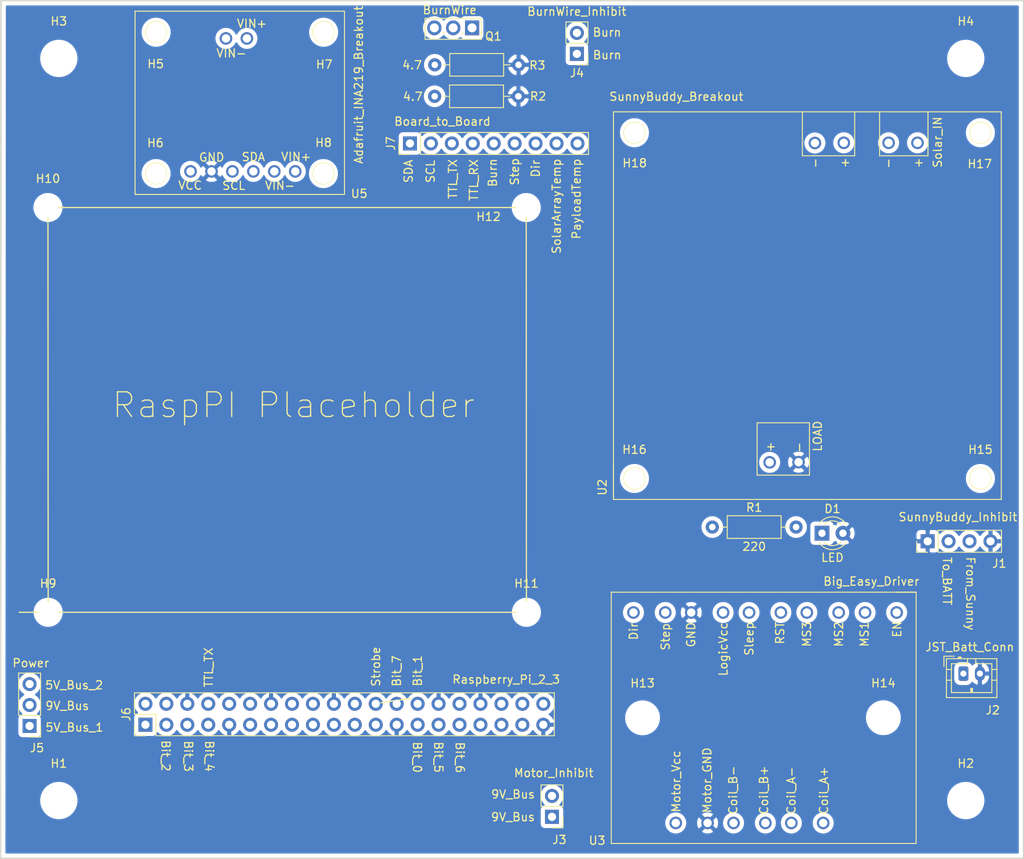
<source format=kicad_pcb>
(kicad_pcb (version 20171130) (host pcbnew "(5.1.5)-3")

  (general
    (thickness 1.6)
    (drawings 45)
    (tracks 0)
    (zones 0)
    (modules 33)
    (nets 63)
  )

  (page A4)
  (title_block
    (date "mar. 31 mars 2015")
  )

  (layers
    (0 F.Cu signal)
    (31 B.Cu signal)
    (32 B.Adhes user)
    (33 F.Adhes user)
    (34 B.Paste user)
    (35 F.Paste user)
    (36 B.SilkS user)
    (37 F.SilkS user)
    (38 B.Mask user)
    (39 F.Mask user)
    (40 Dwgs.User user)
    (41 Cmts.User user)
    (42 Eco1.User user)
    (43 Eco2.User user)
    (44 Edge.Cuts user)
    (45 Margin user)
    (46 B.CrtYd user)
    (47 F.CrtYd user)
    (48 B.Fab user)
    (49 F.Fab user)
  )

  (setup
    (last_trace_width 0.25)
    (trace_clearance 0.2)
    (zone_clearance 0.508)
    (zone_45_only no)
    (trace_min 0.2)
    (via_size 0.6)
    (via_drill 0.4)
    (via_min_size 0.4)
    (via_min_drill 0.3)
    (uvia_size 0.3)
    (uvia_drill 0.1)
    (uvias_allowed no)
    (uvia_min_size 0.2)
    (uvia_min_drill 0.1)
    (edge_width 0.15)
    (segment_width 0.15)
    (pcb_text_width 0.3)
    (pcb_text_size 1.5 1.5)
    (mod_edge_width 0.15)
    (mod_text_size 1 1)
    (mod_text_width 0.15)
    (pad_size 4.064 4.064)
    (pad_drill 3.048)
    (pad_to_mask_clearance 0)
    (aux_axis_origin 103.378 121.666)
    (visible_elements 7FFFFFFF)
    (pcbplotparams
      (layerselection 0x00030_80000001)
      (usegerberextensions false)
      (usegerberattributes false)
      (usegerberadvancedattributes false)
      (creategerberjobfile false)
      (excludeedgelayer true)
      (linewidth 0.100000)
      (plotframeref false)
      (viasonmask false)
      (mode 1)
      (useauxorigin false)
      (hpglpennumber 1)
      (hpglpenspeed 20)
      (hpglpendiameter 15.000000)
      (psnegative false)
      (psa4output false)
      (plotreference true)
      (plotvalue true)
      (plotinvisibletext false)
      (padsonsilk false)
      (subtractmaskfromsilk false)
      (outputformat 1)
      (mirror false)
      (drillshape 1)
      (scaleselection 1)
      (outputdirectory ""))
  )

  (net 0 "")
  (net 1 GND)
  (net 2 "Net-(D1-Pad1)")
  (net 3 /Sunny_Batt_Out)
  (net 4 /Batt_IN)
  (net 5 /9V_Bus)
  (net 6 /BurnWireSignal)
  (net 7 /5V_Bus_1)
  (net 8 /5V_Bus_2)
  (net 9 /Bit_7)
  (net 10 /Strobe)
  (net 11 "Net-(J6-Pad23)")
  (net 12 "Net-(J6-Pad22)")
  (net 13 "Net-(J6-Pad21)")
  (net 14 "Net-(J6-Pad19)")
  (net 15 "Net-(J6-Pad18)")
  (net 16 "Net-(J6-Pad17)")
  (net 17 "Net-(J6-Pad16)")
  (net 18 "Net-(J6-Pad15)")
  (net 19 "Net-(J6-Pad13)")
  (net 20 "Net-(J6-Pad12)")
  (net 21 "Net-(J6-Pad11)")
  (net 22 "Net-(J6-Pad10)")
  (net 23 /TTL_TX)
  (net 24 /Bit_4)
  (net 25 /Bit_3)
  (net 26 "Net-(J6-Pad4)")
  (net 27 /Bit_2)
  (net 28 "Net-(J6-Pad1)")
  (net 29 /TTL_RX)
  (net 30 "Net-(Q1-Pad3)")
  (net 31 "Net-(R1-Pad1)")
  (net 32 /Solar_IN-)
  (net 33 /Solar_IN+)
  (net 34 /Dir)
  (net 35 /Step)
  (net 36 "Net-(U3-Pad6)")
  (net 37 "Net-(U3-Pad5)")
  (net 38 "Net-(U3-Pad4)")
  (net 39 "Net-(U3-Pad3)")
  (net 40 "Net-(U3-Pad2)")
  (net 41 "Net-(U3-Pad1)")
  (net 42 /Motor_A+)
  (net 43 /Motor_A-)
  (net 44 /Motor_B-)
  (net 45 /Motor_B+)
  (net 46 /SolarCell+)
  (net 47 "Net-(J6-Pad40)")
  (net 48 "Net-(J6-Pad38)")
  (net 49 "Net-(J6-Pad37)")
  (net 50 "Net-(J6-Pad36)")
  (net 51 "Net-(J6-Pad35)")
  (net 52 "Net-(J6-Pad33)")
  (net 53 "Net-(J6-Pad32)")
  (net 54 /Bit_6)
  (net 55 /Bit_5)
  (net 56 /Bit_1)
  (net 57 /Bit_0)
  (net 58 /PayloadTemp)
  (net 59 /SolarArrayTemp)
  (net 60 "Net-(J6-Pad8)")
  (net 61 /SCL)
  (net 62 /SDA)

  (net_class Default "This is the default net class."
    (clearance 0.2)
    (trace_width 0.25)
    (via_dia 0.6)
    (via_drill 0.4)
    (uvia_dia 0.3)
    (uvia_drill 0.1)
    (add_net /5V_Bus_1)
    (add_net /5V_Bus_2)
    (add_net /9V_Bus)
    (add_net /Batt_IN)
    (add_net /Bit_0)
    (add_net /Bit_1)
    (add_net /Bit_2)
    (add_net /Bit_3)
    (add_net /Bit_4)
    (add_net /Bit_5)
    (add_net /Bit_6)
    (add_net /Bit_7)
    (add_net /BurnWireSignal)
    (add_net /Dir)
    (add_net /Motor_A+)
    (add_net /Motor_A-)
    (add_net /Motor_B+)
    (add_net /Motor_B-)
    (add_net /PayloadTemp)
    (add_net /SCL)
    (add_net /SDA)
    (add_net /SolarArrayTemp)
    (add_net /SolarCell+)
    (add_net /Solar_IN+)
    (add_net /Solar_IN-)
    (add_net /Step)
    (add_net /Strobe)
    (add_net /Sunny_Batt_Out)
    (add_net /TTL_RX)
    (add_net /TTL_TX)
    (add_net GND)
    (add_net "Net-(D1-Pad1)")
    (add_net "Net-(J6-Pad1)")
    (add_net "Net-(J6-Pad10)")
    (add_net "Net-(J6-Pad11)")
    (add_net "Net-(J6-Pad12)")
    (add_net "Net-(J6-Pad13)")
    (add_net "Net-(J6-Pad15)")
    (add_net "Net-(J6-Pad16)")
    (add_net "Net-(J6-Pad17)")
    (add_net "Net-(J6-Pad18)")
    (add_net "Net-(J6-Pad19)")
    (add_net "Net-(J6-Pad21)")
    (add_net "Net-(J6-Pad22)")
    (add_net "Net-(J6-Pad23)")
    (add_net "Net-(J6-Pad32)")
    (add_net "Net-(J6-Pad33)")
    (add_net "Net-(J6-Pad35)")
    (add_net "Net-(J6-Pad36)")
    (add_net "Net-(J6-Pad37)")
    (add_net "Net-(J6-Pad38)")
    (add_net "Net-(J6-Pad4)")
    (add_net "Net-(J6-Pad40)")
    (add_net "Net-(J6-Pad8)")
    (add_net "Net-(Q1-Pad3)")
    (add_net "Net-(R1-Pad1)")
    (add_net "Net-(U3-Pad1)")
    (add_net "Net-(U3-Pad2)")
    (add_net "Net-(U3-Pad3)")
    (add_net "Net-(U3-Pad4)")
    (add_net "Net-(U3-Pad5)")
    (add_net "Net-(U3-Pad6)")
  )

  (module Connector_PinHeader_2.54mm:PinHeader_1x09_P2.54mm_Vertical (layer F.Cu) (tedit 59FED5CC) (tstamp 5E5CB0D3)
    (at 128.524 60.833 90)
    (descr "Through hole straight pin header, 1x09, 2.54mm pitch, single row")
    (tags "Through hole pin header THT 1x09 2.54mm single row")
    (path /5EDC5910)
    (fp_text reference J7 (at 0 -2.33 90) (layer F.SilkS)
      (effects (font (size 1 1) (thickness 0.15)))
    )
    (fp_text value Board_to_Board (at 2.667 3.937 180) (layer F.SilkS)
      (effects (font (size 1 1) (thickness 0.15)))
    )
    (fp_text user %R (at 0 10.16) (layer F.Fab)
      (effects (font (size 1 1) (thickness 0.15)))
    )
    (fp_line (start 1.8 -1.8) (end -1.8 -1.8) (layer F.CrtYd) (width 0.05))
    (fp_line (start 1.8 22.1) (end 1.8 -1.8) (layer F.CrtYd) (width 0.05))
    (fp_line (start -1.8 22.1) (end 1.8 22.1) (layer F.CrtYd) (width 0.05))
    (fp_line (start -1.8 -1.8) (end -1.8 22.1) (layer F.CrtYd) (width 0.05))
    (fp_line (start -1.33 -1.33) (end 0 -1.33) (layer F.SilkS) (width 0.12))
    (fp_line (start -1.33 0) (end -1.33 -1.33) (layer F.SilkS) (width 0.12))
    (fp_line (start -1.33 1.27) (end 1.33 1.27) (layer F.SilkS) (width 0.12))
    (fp_line (start 1.33 1.27) (end 1.33 21.65) (layer F.SilkS) (width 0.12))
    (fp_line (start -1.33 1.27) (end -1.33 21.65) (layer F.SilkS) (width 0.12))
    (fp_line (start -1.33 21.65) (end 1.33 21.65) (layer F.SilkS) (width 0.12))
    (fp_line (start -1.27 -0.635) (end -0.635 -1.27) (layer F.Fab) (width 0.1))
    (fp_line (start -1.27 21.59) (end -1.27 -0.635) (layer F.Fab) (width 0.1))
    (fp_line (start 1.27 21.59) (end -1.27 21.59) (layer F.Fab) (width 0.1))
    (fp_line (start 1.27 -1.27) (end 1.27 21.59) (layer F.Fab) (width 0.1))
    (fp_line (start -0.635 -1.27) (end 1.27 -1.27) (layer F.Fab) (width 0.1))
    (pad 9 thru_hole oval (at 0 20.32 90) (size 1.7 1.7) (drill 1) (layers *.Cu *.Mask)
      (net 58 /PayloadTemp))
    (pad 8 thru_hole oval (at 0 17.78 90) (size 1.7 1.7) (drill 1) (layers *.Cu *.Mask)
      (net 59 /SolarArrayTemp))
    (pad 7 thru_hole oval (at 0 15.24 90) (size 1.7 1.7) (drill 1) (layers *.Cu *.Mask)
      (net 34 /Dir))
    (pad 6 thru_hole oval (at 0 12.7 90) (size 1.7 1.7) (drill 1) (layers *.Cu *.Mask)
      (net 35 /Step))
    (pad 5 thru_hole oval (at 0 10.16 90) (size 1.7 1.7) (drill 1) (layers *.Cu *.Mask)
      (net 6 /BurnWireSignal))
    (pad 4 thru_hole oval (at 0 7.62 90) (size 1.7 1.7) (drill 1) (layers *.Cu *.Mask)
      (net 29 /TTL_RX))
    (pad 3 thru_hole oval (at 0 5.08 90) (size 1.7 1.7) (drill 1) (layers *.Cu *.Mask)
      (net 23 /TTL_TX))
    (pad 2 thru_hole oval (at 0 2.54 90) (size 1.7 1.7) (drill 1) (layers *.Cu *.Mask)
      (net 61 /SCL))
    (pad 1 thru_hole rect (at 0 0 90) (size 1.7 1.7) (drill 1) (layers *.Cu *.Mask)
      (net 62 /SDA))
    (model ${KISYS3DMOD}/Connector_PinHeader_2.54mm.3dshapes/PinHeader_1x09_P2.54mm_Vertical.wrl
      (at (xyz 0 0 0))
      (scale (xyz 1 1 1))
      (rotate (xyz 0 0 0))
    )
  )

  (module MountingHole:MountingHole_2.5mm (layer F.Cu) (tedit 56D1B4CB) (tstamp 5E5BF83D)
    (at 155.7528 59.5376)
    (descr "Mounting Hole 2.5mm, no annular")
    (tags "mounting hole 2.5mm no annular")
    (path /5EE2CCD1)
    (attr virtual)
    (fp_text reference H18 (at 0.0254 3.683) (layer F.SilkS)
      (effects (font (size 1 1) (thickness 0.15)))
    )
    (fp_text value SunnyMount (at 0 3.5) (layer F.Fab)
      (effects (font (size 1 1) (thickness 0.15)))
    )
    (fp_circle (center 0 0) (end 2.75 0) (layer F.CrtYd) (width 0.05))
    (fp_circle (center 0 0) (end 2.5 0) (layer Cmts.User) (width 0.15))
    (fp_text user %R (at 0.3 0) (layer F.Fab)
      (effects (font (size 1 1) (thickness 0.15)))
    )
    (pad 1 np_thru_hole circle (at 0 0) (size 2.5 2.5) (drill 2.5) (layers *.Cu *.Mask))
  )

  (module MountingHole:MountingHole_2.5mm (layer F.Cu) (tedit 56D1B4CB) (tstamp 5E5BF835)
    (at 197.7136 59.5376)
    (descr "Mounting Hole 2.5mm, no annular")
    (tags "mounting hole 2.5mm no annular")
    (path /5EE2D3C8)
    (attr virtual)
    (fp_text reference H17 (at -0.0762 3.7846) (layer F.SilkS)
      (effects (font (size 1 1) (thickness 0.15)))
    )
    (fp_text value SunnyMount (at 0 3.5) (layer F.Fab)
      (effects (font (size 1 1) (thickness 0.15)))
    )
    (fp_circle (center 0 0) (end 2.75 0) (layer F.CrtYd) (width 0.05))
    (fp_circle (center 0 0) (end 2.5 0) (layer Cmts.User) (width 0.15))
    (fp_text user %R (at 0.3 0) (layer F.Fab)
      (effects (font (size 1 1) (thickness 0.15)))
    )
    (pad 1 np_thru_hole circle (at 0 0) (size 2.5 2.5) (drill 2.5) (layers *.Cu *.Mask))
  )

  (module MountingHole:MountingHole_2.5mm (layer F.Cu) (tedit 56D1B4CB) (tstamp 5E5BF82D)
    (at 155.7528 101.473)
    (descr "Mounting Hole 2.5mm, no annular")
    (tags "mounting hole 2.5mm no annular")
    (path /5EE2CEF5)
    (attr virtual)
    (fp_text reference H16 (at 0 -3.5) (layer F.SilkS)
      (effects (font (size 1 1) (thickness 0.15)))
    )
    (fp_text value SunnyMount (at 0 3.5) (layer F.Fab)
      (effects (font (size 1 1) (thickness 0.15)))
    )
    (fp_circle (center 0 0) (end 2.75 0) (layer F.CrtYd) (width 0.05))
    (fp_circle (center 0 0) (end 2.5 0) (layer Cmts.User) (width 0.15))
    (fp_text user %R (at 0.3 0) (layer F.Fab)
      (effects (font (size 1 1) (thickness 0.15)))
    )
    (pad 1 np_thru_hole circle (at 0 0) (size 2.5 2.5) (drill 2.5) (layers *.Cu *.Mask))
  )

  (module MountingHole:MountingHole_2.5mm (layer F.Cu) (tedit 56D1B4CB) (tstamp 5E5BF825)
    (at 197.7136 101.473)
    (descr "Mounting Hole 2.5mm, no annular")
    (tags "mounting hole 2.5mm no annular")
    (path /5EE2D6A0)
    (attr virtual)
    (fp_text reference H15 (at 0 -3.5) (layer F.SilkS)
      (effects (font (size 1 1) (thickness 0.15)))
    )
    (fp_text value SunnyMount (at 0 3.5) (layer F.Fab)
      (effects (font (size 1 1) (thickness 0.15)))
    )
    (fp_circle (center 0 0) (end 2.75 0) (layer F.CrtYd) (width 0.05))
    (fp_circle (center 0 0) (end 2.5 0) (layer Cmts.User) (width 0.15))
    (fp_text user %R (at 0.3 0) (layer F.Fab)
      (effects (font (size 1 1) (thickness 0.15)))
    )
    (pad 1 np_thru_hole circle (at 0 0) (size 2.5 2.5) (drill 2.5) (layers *.Cu *.Mask))
  )

  (module MountingHole:MountingHole_3.2mm_M3 (layer F.Cu) (tedit 56D1B4CB) (tstamp 5E5BD4A4)
    (at 185.94578 130.4925)
    (descr "Mounting Hole 3.2mm, no annular, M3")
    (tags "mounting hole 3.2mm no annular m3")
    (path /5EE02868)
    (attr virtual)
    (fp_text reference H14 (at 0 -4.2) (layer F.SilkS)
      (effects (font (size 1 1) (thickness 0.15)))
    )
    (fp_text value BigEasyMount (at 0 4.2) (layer F.Fab)
      (effects (font (size 1 1) (thickness 0.15)))
    )
    (fp_circle (center 0 0) (end 3.45 0) (layer F.CrtYd) (width 0.05))
    (fp_circle (center 0 0) (end 3.2 0) (layer Cmts.User) (width 0.15))
    (fp_text user %R (at 0.3 0) (layer F.Fab)
      (effects (font (size 1 1) (thickness 0.15)))
    )
    (pad 1 np_thru_hole circle (at 0 0) (size 3.2 3.2) (drill 3.2) (layers *.Cu *.Mask))
  )

  (module MountingHole:MountingHole_3.2mm_M3 (layer F.Cu) (tedit 56D1B4CB) (tstamp 5E5BD49C)
    (at 156.73578 130.5052)
    (descr "Mounting Hole 3.2mm, no annular, M3")
    (tags "mounting hole 3.2mm no annular m3")
    (path /5EE02618)
    (attr virtual)
    (fp_text reference H13 (at 0 -4.2) (layer F.SilkS)
      (effects (font (size 1 1) (thickness 0.15)))
    )
    (fp_text value BigEasyMount (at 0 4.2) (layer F.Fab)
      (effects (font (size 1 1) (thickness 0.15)))
    )
    (fp_circle (center 0 0) (end 3.45 0) (layer F.CrtYd) (width 0.05))
    (fp_circle (center 0 0) (end 3.2 0) (layer Cmts.User) (width 0.15))
    (fp_text user %R (at 0.3 0) (layer F.Fab)
      (effects (font (size 1 1) (thickness 0.15)))
    )
    (pad 1 np_thru_hole circle (at 0 0) (size 3.2 3.2) (drill 3.2) (layers *.Cu *.Mask))
  )

  (module MountingHole:MountingHole_2.5mm (layer F.Cu) (tedit 56D1B4CB) (tstamp 5E5BBF6D)
    (at 142.62608 68.6054)
    (descr "Mounting Hole 2.5mm, no annular")
    (tags "mounting hole 2.5mm no annular")
    (path /5EDEFEA3)
    (attr virtual)
    (fp_text reference H12 (at -4.57708 1.1176) (layer F.SilkS)
      (effects (font (size 1 1) (thickness 0.15)))
    )
    (fp_text value RaspPi (at 0 3.5) (layer F.Fab)
      (effects (font (size 1 1) (thickness 0.15)))
    )
    (fp_circle (center 0 0) (end 2.75 0) (layer F.CrtYd) (width 0.05))
    (fp_circle (center 0 0) (end 2.5 0) (layer Cmts.User) (width 0.15))
    (fp_text user %R (at 0.3 0) (layer F.Fab)
      (effects (font (size 1 1) (thickness 0.15)))
    )
    (pad 1 np_thru_hole circle (at 0 0) (size 2.5 2.5) (drill 2.5) (layers *.Cu *.Mask))
  )

  (module MountingHole:MountingHole_2.5mm (layer F.Cu) (tedit 56D1B4CB) (tstamp 5E5BBF65)
    (at 142.65148 117.7036)
    (descr "Mounting Hole 2.5mm, no annular")
    (tags "mounting hole 2.5mm no annular")
    (path /5EDEF9B3)
    (attr virtual)
    (fp_text reference H11 (at 0 -3.5) (layer F.SilkS)
      (effects (font (size 1 1) (thickness 0.15)))
    )
    (fp_text value RaspPi (at 0 3.5) (layer F.Fab)
      (effects (font (size 1 1) (thickness 0.15)))
    )
    (fp_circle (center 0 0) (end 2.75 0) (layer F.CrtYd) (width 0.05))
    (fp_circle (center 0 0) (end 2.5 0) (layer Cmts.User) (width 0.15))
    (fp_text user %R (at 0.3 0) (layer F.Fab)
      (effects (font (size 1 1) (thickness 0.15)))
    )
    (pad 1 np_thru_hole circle (at 0 0) (size 2.5 2.5) (drill 2.5) (layers *.Cu *.Mask))
  )

  (module MountingHole:MountingHole_2.5mm (layer F.Cu) (tedit 56D1B4CB) (tstamp 5E5BC3AF)
    (at 84.61248 68.6054)
    (descr "Mounting Hole 2.5mm, no annular")
    (tags "mounting hole 2.5mm no annular")
    (path /5EDF0419)
    (attr virtual)
    (fp_text reference H10 (at 0 -3.5) (layer F.SilkS)
      (effects (font (size 1 1) (thickness 0.15)))
    )
    (fp_text value RaspPi (at 0 3.5) (layer F.Fab)
      (effects (font (size 1 1) (thickness 0.15)))
    )
    (fp_circle (center 0 0) (end 2.75 0) (layer F.CrtYd) (width 0.05))
    (fp_circle (center 0 0) (end 2.5 0) (layer Cmts.User) (width 0.15))
    (fp_text user %R (at 0.3 0) (layer F.Fab)
      (effects (font (size 1 1) (thickness 0.15)))
    )
    (pad 1 np_thru_hole circle (at 0 0) (size 2.5 2.5) (drill 2.5) (layers *.Cu *.Mask))
  )

  (module MountingHole:MountingHole_2.5mm (layer F.Cu) (tedit 56D1B4CB) (tstamp 5E5BC37C)
    (at 84.63788 117.7036)
    (descr "Mounting Hole 2.5mm, no annular")
    (tags "mounting hole 2.5mm no annular")
    (path /5EDF00EB)
    (attr virtual)
    (fp_text reference H9 (at 0 -3.5) (layer F.SilkS)
      (effects (font (size 1 1) (thickness 0.15)))
    )
    (fp_text value RaspPi (at 0 3.5) (layer F.Fab)
      (effects (font (size 1 1) (thickness 0.15)))
    )
    (fp_circle (center 0 0) (end 2.75 0) (layer F.CrtYd) (width 0.05))
    (fp_circle (center 0 0) (end 2.5 0) (layer Cmts.User) (width 0.15))
    (fp_text user %R (at 0.3 0) (layer F.Fab)
      (effects (font (size 1 1) (thickness 0.15)))
    )
    (pad 1 np_thru_hole circle (at 0 0) (size 2.5 2.5) (drill 2.5) (layers *.Cu *.Mask))
  )

  (module Connector_PinHeader_2.54mm:PinHeader_2x20_P2.54mm_Vertical (layer F.Cu) (tedit 59FED5CC) (tstamp 5E5BC6EA)
    (at 96.43618 131.3434 90)
    (descr "Through hole straight pin header, 2x20, 2.54mm pitch, double rows")
    (tags "Through hole pin header THT 2x20 2.54mm double row")
    (path /5E6DC81F)
    (fp_text reference J6 (at 1.27 -2.33 90) (layer F.SilkS)
      (effects (font (size 1 1) (thickness 0.15)))
    )
    (fp_text value Raspberry_Pi_2_3 (at 5.49148 43.76166 180) (layer F.SilkS)
      (effects (font (size 1 1) (thickness 0.15)))
    )
    (fp_text user %R (at 1.27 24.13) (layer F.Fab)
      (effects (font (size 1 1) (thickness 0.15)))
    )
    (fp_line (start 4.35 -1.8) (end -1.8 -1.8) (layer F.CrtYd) (width 0.05))
    (fp_line (start 4.35 50.05) (end 4.35 -1.8) (layer F.CrtYd) (width 0.05))
    (fp_line (start -1.8 50.05) (end 4.35 50.05) (layer F.CrtYd) (width 0.05))
    (fp_line (start -1.8 -1.8) (end -1.8 50.05) (layer F.CrtYd) (width 0.05))
    (fp_line (start -1.33 -1.33) (end 0 -1.33) (layer F.SilkS) (width 0.12))
    (fp_line (start -1.33 0) (end -1.33 -1.33) (layer F.SilkS) (width 0.12))
    (fp_line (start 1.27 -1.33) (end 3.87 -1.33) (layer F.SilkS) (width 0.12))
    (fp_line (start 1.27 1.27) (end 1.27 -1.33) (layer F.SilkS) (width 0.12))
    (fp_line (start -1.33 1.27) (end 1.27 1.27) (layer F.SilkS) (width 0.12))
    (fp_line (start 3.87 -1.33) (end 3.87 49.59) (layer F.SilkS) (width 0.12))
    (fp_line (start -1.33 1.27) (end -1.33 49.59) (layer F.SilkS) (width 0.12))
    (fp_line (start -1.33 49.59) (end 3.87 49.59) (layer F.SilkS) (width 0.12))
    (fp_line (start -1.27 0) (end 0 -1.27) (layer F.Fab) (width 0.1))
    (fp_line (start -1.27 49.53) (end -1.27 0) (layer F.Fab) (width 0.1))
    (fp_line (start 3.81 49.53) (end -1.27 49.53) (layer F.Fab) (width 0.1))
    (fp_line (start 3.81 -1.27) (end 3.81 49.53) (layer F.Fab) (width 0.1))
    (fp_line (start 0 -1.27) (end 3.81 -1.27) (layer F.Fab) (width 0.1))
    (pad 40 thru_hole oval (at 2.54 48.26 90) (size 1.7 1.7) (drill 1) (layers *.Cu *.Mask)
      (net 47 "Net-(J6-Pad40)"))
    (pad 39 thru_hole oval (at 0 48.26 90) (size 1.7 1.7) (drill 1) (layers *.Cu *.Mask)
      (net 1 GND))
    (pad 38 thru_hole oval (at 2.54 45.72 90) (size 1.7 1.7) (drill 1) (layers *.Cu *.Mask)
      (net 48 "Net-(J6-Pad38)"))
    (pad 37 thru_hole oval (at 0 45.72 90) (size 1.7 1.7) (drill 1) (layers *.Cu *.Mask)
      (net 49 "Net-(J6-Pad37)"))
    (pad 36 thru_hole oval (at 2.54 43.18 90) (size 1.7 1.7) (drill 1) (layers *.Cu *.Mask)
      (net 50 "Net-(J6-Pad36)"))
    (pad 35 thru_hole oval (at 0 43.18 90) (size 1.7 1.7) (drill 1) (layers *.Cu *.Mask)
      (net 51 "Net-(J6-Pad35)"))
    (pad 34 thru_hole oval (at 2.54 40.64 90) (size 1.7 1.7) (drill 1) (layers *.Cu *.Mask)
      (net 1 GND))
    (pad 33 thru_hole oval (at 0 40.64 90) (size 1.7 1.7) (drill 1) (layers *.Cu *.Mask)
      (net 52 "Net-(J6-Pad33)"))
    (pad 32 thru_hole oval (at 2.54 38.1 90) (size 1.7 1.7) (drill 1) (layers *.Cu *.Mask)
      (net 53 "Net-(J6-Pad32)"))
    (pad 31 thru_hole oval (at 0 38.1 90) (size 1.7 1.7) (drill 1) (layers *.Cu *.Mask)
      (net 54 /Bit_6))
    (pad 30 thru_hole oval (at 2.54 35.56 90) (size 1.7 1.7) (drill 1) (layers *.Cu *.Mask)
      (net 1 GND))
    (pad 29 thru_hole oval (at 0 35.56 90) (size 1.7 1.7) (drill 1) (layers *.Cu *.Mask)
      (net 55 /Bit_5))
    (pad 28 thru_hole oval (at 2.54 33.02 90) (size 1.7 1.7) (drill 1) (layers *.Cu *.Mask)
      (net 56 /Bit_1))
    (pad 27 thru_hole oval (at 0 33.02 90) (size 1.7 1.7) (drill 1) (layers *.Cu *.Mask)
      (net 57 /Bit_0))
    (pad 26 thru_hole oval (at 2.54 30.48 90) (size 1.7 1.7) (drill 1) (layers *.Cu *.Mask)
      (net 9 /Bit_7))
    (pad 25 thru_hole oval (at 0 30.48 90) (size 1.7 1.7) (drill 1) (layers *.Cu *.Mask)
      (net 1 GND))
    (pad 24 thru_hole oval (at 2.54 27.94 90) (size 1.7 1.7) (drill 1) (layers *.Cu *.Mask)
      (net 10 /Strobe))
    (pad 23 thru_hole oval (at 0 27.94 90) (size 1.7 1.7) (drill 1) (layers *.Cu *.Mask)
      (net 11 "Net-(J6-Pad23)"))
    (pad 22 thru_hole oval (at 2.54 25.4 90) (size 1.7 1.7) (drill 1) (layers *.Cu *.Mask)
      (net 12 "Net-(J6-Pad22)"))
    (pad 21 thru_hole oval (at 0 25.4 90) (size 1.7 1.7) (drill 1) (layers *.Cu *.Mask)
      (net 13 "Net-(J6-Pad21)"))
    (pad 20 thru_hole oval (at 2.54 22.86 90) (size 1.7 1.7) (drill 1) (layers *.Cu *.Mask)
      (net 1 GND))
    (pad 19 thru_hole oval (at 0 22.86 90) (size 1.7 1.7) (drill 1) (layers *.Cu *.Mask)
      (net 14 "Net-(J6-Pad19)"))
    (pad 18 thru_hole oval (at 2.54 20.32 90) (size 1.7 1.7) (drill 1) (layers *.Cu *.Mask)
      (net 15 "Net-(J6-Pad18)"))
    (pad 17 thru_hole oval (at 0 20.32 90) (size 1.7 1.7) (drill 1) (layers *.Cu *.Mask)
      (net 16 "Net-(J6-Pad17)"))
    (pad 16 thru_hole oval (at 2.54 17.78 90) (size 1.7 1.7) (drill 1) (layers *.Cu *.Mask)
      (net 17 "Net-(J6-Pad16)"))
    (pad 15 thru_hole oval (at 0 17.78 90) (size 1.7 1.7) (drill 1) (layers *.Cu *.Mask)
      (net 18 "Net-(J6-Pad15)"))
    (pad 14 thru_hole oval (at 2.54 15.24 90) (size 1.7 1.7) (drill 1) (layers *.Cu *.Mask)
      (net 1 GND))
    (pad 13 thru_hole oval (at 0 15.24 90) (size 1.7 1.7) (drill 1) (layers *.Cu *.Mask)
      (net 19 "Net-(J6-Pad13)"))
    (pad 12 thru_hole oval (at 2.54 12.7 90) (size 1.7 1.7) (drill 1) (layers *.Cu *.Mask)
      (net 20 "Net-(J6-Pad12)"))
    (pad 11 thru_hole oval (at 0 12.7 90) (size 1.7 1.7) (drill 1) (layers *.Cu *.Mask)
      (net 21 "Net-(J6-Pad11)"))
    (pad 10 thru_hole oval (at 2.54 10.16 90) (size 1.7 1.7) (drill 1) (layers *.Cu *.Mask)
      (net 22 "Net-(J6-Pad10)"))
    (pad 9 thru_hole oval (at 0 10.16 90) (size 1.7 1.7) (drill 1) (layers *.Cu *.Mask)
      (net 1 GND))
    (pad 8 thru_hole oval (at 2.54 7.62 90) (size 1.7 1.7) (drill 1) (layers *.Cu *.Mask)
      (net 60 "Net-(J6-Pad8)"))
    (pad 7 thru_hole oval (at 0 7.62 90) (size 1.7 1.7) (drill 1) (layers *.Cu *.Mask)
      (net 24 /Bit_4))
    (pad 6 thru_hole oval (at 2.54 5.08 90) (size 1.7 1.7) (drill 1) (layers *.Cu *.Mask)
      (net 1 GND))
    (pad 5 thru_hole oval (at 0 5.08 90) (size 1.7 1.7) (drill 1) (layers *.Cu *.Mask)
      (net 25 /Bit_3))
    (pad 4 thru_hole oval (at 2.54 2.54 90) (size 1.7 1.7) (drill 1) (layers *.Cu *.Mask)
      (net 26 "Net-(J6-Pad4)"))
    (pad 3 thru_hole oval (at 0 2.54 90) (size 1.7 1.7) (drill 1) (layers *.Cu *.Mask)
      (net 27 /Bit_2))
    (pad 2 thru_hole oval (at 2.54 0 90) (size 1.7 1.7) (drill 1) (layers *.Cu *.Mask)
      (net 7 /5V_Bus_1))
    (pad 1 thru_hole rect (at 0 0 90) (size 1.7 1.7) (drill 1) (layers *.Cu *.Mask)
      (net 28 "Net-(J6-Pad1)"))
    (model ${KISYS3DMOD}/Connector_PinHeader_2.54mm.3dshapes/PinHeader_2x20_P2.54mm_Vertical.wrl
      (at (xyz 0 0 0))
      (scale (xyz 1 1 1))
      (rotate (xyz 0 0 0))
    )
  )

  (module Deck_Plate_PCB:Adafruit_INA219_Breakout_header (layer F.Cu) (tedit 5E521A8B) (tstamp 5E5B543D)
    (at 95.17888 44.7929)
    (path /5E5F8F46)
    (fp_text reference U5 (at 27.1907 22.1361) (layer F.SilkS)
      (effects (font (size 1 1) (thickness 0.15)))
    )
    (fp_text value Adafruit_INA219_Breakout (at 27.1272 8.9281 90) (layer F.SilkS)
      (effects (font (size 1 1) (thickness 0.15)))
    )
    (fp_text user VIN+ (at 14.1732 1.4986) (layer F.SilkS)
      (effects (font (size 1 1) (thickness 0.15)))
    )
    (fp_text user VIN- (at 11.684 5.1054) (layer F.SilkS)
      (effects (font (size 1 1) (thickness 0.15)))
    )
    (fp_text user VIN+ (at 19.5326 17.653) (layer F.SilkS)
      (effects (font (size 1 1) (thickness 0.15)))
    )
    (fp_text user VIN- (at 17.5768 21.1582) (layer F.SilkS)
      (effects (font (size 1 1) (thickness 0.15)))
    )
    (fp_text user SDA (at 14.351 17.6784) (layer F.SilkS)
      (effects (font (size 1 1) (thickness 0.15)))
    )
    (fp_text user SCL (at 11.9634 21.1582) (layer F.SilkS)
      (effects (font (size 1 1) (thickness 0.15)))
    )
    (fp_text user GND (at 9.2964 17.7292) (layer F.SilkS)
      (effects (font (size 1 1) (thickness 0.15)))
    )
    (fp_text user VCC (at 6.6802 21.1328) (layer F.SilkS)
      (effects (font (size 1 1) (thickness 0.15)))
    )
    (fp_line (start 25.8572 -0.4826) (end 25.8572 22.606) (layer F.CrtYd) (width 0.12))
    (fp_line (start -0.4826 -0.4826) (end 25.8572 -0.4826) (layer F.CrtYd) (width 0.12))
    (fp_line (start -0.4826 22.606) (end -0.4826 -0.4826) (layer F.CrtYd) (width 0.12))
    (fp_line (start 25.8572 22.606) (end -0.4826 22.606) (layer F.CrtYd) (width 0.12))
    (fp_line (start 0 0) (end 0 22.225) (layer F.SilkS) (width 0.12))
    (fp_line (start 25.4 0) (end 0 0) (layer F.SilkS) (width 0.12))
    (fp_line (start 25.4 22.225) (end 25.4 0) (layer F.SilkS) (width 0.12))
    (fp_line (start 0 22.225) (end 25.4 22.225) (layer F.SilkS) (width 0.12))
    (fp_circle (center 2.54 19.685) (end 3.81 19.685) (layer F.SilkS) (width 0.12))
    (fp_circle (center 22.85 19.7) (end 24.12 19.7) (layer F.SilkS) (width 0.12))
    (fp_circle (center 22.86 2.54) (end 24.13 2.54) (layer F.SilkS) (width 0.12))
    (fp_circle (center 2.54 2.54) (end 3.81 2.54) (layer F.SilkS) (width 0.12))
    (pad 8 thru_hole circle (at 13.5636 3.302) (size 1.524 1.524) (drill 1.02) (layers *.Cu *.Mask))
    (pad 7 thru_hole circle (at 11.0236 3.302) (size 1.524 1.524) (drill 1.02) (layers *.Cu *.Mask))
    (pad 6 thru_hole circle (at 19.431 19.431) (size 1.524 1.524) (drill 1.02) (layers *.Cu *.Mask)
      (net 46 /SolarCell+))
    (pad 5 thru_hole circle (at 16.891 19.431) (size 1.524 1.524) (drill 1.02) (layers *.Cu *.Mask)
      (net 33 /Solar_IN+))
    (pad 4 thru_hole circle (at 14.351 19.431) (size 1.524 1.524) (drill 1.02) (layers *.Cu *.Mask)
      (net 62 /SDA))
    (pad 3 thru_hole circle (at 11.811 19.431) (size 1.524 1.524) (drill 1.02) (layers *.Cu *.Mask)
      (net 61 /SCL))
    (pad 2 thru_hole circle (at 9.271 19.431) (size 1.524 1.524) (drill 1.02) (layers *.Cu *.Mask)
      (net 1 GND))
    (pad 1 thru_hole circle (at 6.731 19.431) (size 1.524 1.524) (drill 1.02) (layers *.Cu *.Mask)
      (net 7 /5V_Bus_1))
  )

  (module Deck_Plate_PCB:Big_Easy_Driver (layer F.Cu) (tedit 5E521000) (tstamp 5E5B5405)
    (at 189.92088 115.2652 180)
    (path /5E6234F9)
    (fp_text reference U3 (at 38.69436 -30.11932) (layer F.SilkS)
      (effects (font (size 1 1) (thickness 0.15)))
    )
    (fp_text value Big_Easy_Driver (at 5.4356 1.31064) (layer F.SilkS)
      (effects (font (size 1 1) (thickness 0.15)))
    )
    (fp_line (start -0.2 -30.7) (end 37.2 -30.7) (layer F.CrtYd) (width 0.12))
    (fp_line (start -0.2 0.2) (end -0.2 -30.7) (layer F.CrtYd) (width 0.12))
    (fp_line (start 37.2 0.2) (end -0.2 0.2) (layer F.CrtYd) (width 0.12))
    (fp_line (start 37.2 -30.7) (end 37.2 0.2) (layer F.CrtYd) (width 0.12))
    (fp_text user Motor_Vcc (at 29.1084 -22.9616 90) (layer F.SilkS)
      (effects (font (size 1 1) (thickness 0.15)))
    )
    (fp_text user Motor_GND (at 25.3492 -22.8092 90) (layer F.SilkS)
      (effects (font (size 1 1) (thickness 0.15)))
    )
    (fp_text user Coil_B- (at 22.1996 -24.003 90) (layer F.SilkS)
      (effects (font (size 1 1) (thickness 0.15)))
    )
    (fp_text user Coil_B+ (at 18.4658 -24.003 90) (layer F.SilkS)
      (effects (font (size 1 1) (thickness 0.15)))
    )
    (fp_text user Coil_A- (at 15.1384 -24.0538 90) (layer F.SilkS)
      (effects (font (size 1 1) (thickness 0.15)))
    )
    (fp_text user Coil_A+ (at 11.2014 -24.0538 90) (layer F.SilkS)
      (effects (font (size 1 1) (thickness 0.15)))
    )
    (fp_text user Dir (at 34.2646 -4.7498 90) (layer F.SilkS)
      (effects (font (size 1 1) (thickness 0.15)))
    )
    (fp_text user Step (at 30.4038 -5.4102 90) (layer F.SilkS)
      (effects (font (size 1 1) (thickness 0.15)))
    )
    (fp_text user GND (at 27.305 -5.1562 90) (layer F.SilkS)
      (effects (font (size 1 1) (thickness 0.15)))
    )
    (fp_text user LogicVcc (at 23.3934 -6.9088 90) (layer F.SilkS)
      (effects (font (size 1 1) (thickness 0.15)))
    )
    (fp_text user Sleep (at 20.2438 -5.6388 90) (layer F.SilkS)
      (effects (font (size 1 1) (thickness 0.15)))
    )
    (fp_text user RST (at 16.51 -4.953 90) (layer F.SilkS)
      (effects (font (size 1 1) (thickness 0.15)))
    )
    (fp_text user MS3 (at 13.2588 -5.1054 90) (layer F.SilkS)
      (effects (font (size 1 1) (thickness 0.15)))
    )
    (fp_text user MS2 (at 9.3726 -5.1054 90) (layer F.SilkS)
      (effects (font (size 1 1) (thickness 0.15)))
    )
    (fp_text user MS1 (at 6.2738 -5.1054 90) (layer F.SilkS)
      (effects (font (size 1 1) (thickness 0.15)))
    )
    (fp_text user EN (at 2.3114 -4.4958 90) (layer F.SilkS)
      (effects (font (size 1 1) (thickness 0.15)))
    )
    (fp_line (start 0 0) (end 2.3622 0) (layer F.SilkS) (width 0.12))
    (fp_line (start 36.9824 -30.48) (end 29.1592 -30.48) (layer F.SilkS) (width 0.12))
    (fp_line (start 0 -30.48) (end 0 0) (layer F.SilkS) (width 0.12))
    (fp_line (start 36.9824 -30.48) (end 0 -30.48) (layer F.SilkS) (width 0.12))
    (fp_line (start 36.9824 0) (end 36.9824 -30.48) (layer F.SilkS) (width 0.12))
    (fp_line (start 0 0) (end 36.9824 0) (layer F.SilkS) (width 0.12))
    (pad 10 thru_hole circle (at 34.29 -2.4638 180) (size 1.524 1.524) (drill 1.02) (layers *.Cu *.Mask)
      (net 34 /Dir))
    (pad 9 thru_hole circle (at 30.4292 -2.4638 180) (size 1.524 1.524) (drill 1.02) (layers *.Cu *.Mask)
      (net 35 /Step))
    (pad 8 thru_hole circle (at 27.2796 -2.4638 180) (size 1.524 1.524) (drill 1.02) (layers *.Cu *.Mask)
      (net 1 GND))
    (pad 7 thru_hole circle (at 23.4188 -2.4638 180) (size 1.524 1.524) (drill 1.02) (layers *.Cu *.Mask)
      (net 8 /5V_Bus_2))
    (pad 6 thru_hole circle (at 20.2692 -2.4638 180) (size 1.524 1.524) (drill 1.02) (layers *.Cu *.Mask)
      (net 36 "Net-(U3-Pad6)"))
    (pad 5 thru_hole circle (at 16.4084 -2.4638 180) (size 1.524 1.524) (drill 1.02) (layers *.Cu *.Mask)
      (net 37 "Net-(U3-Pad5)"))
    (pad 4 thru_hole circle (at 13.2588 -2.4638 180) (size 1.524 1.524) (drill 1.02) (layers *.Cu *.Mask)
      (net 38 "Net-(U3-Pad4)"))
    (pad 3 thru_hole circle (at 9.398 -2.4638 180) (size 1.524 1.524) (drill 1.02) (layers *.Cu *.Mask)
      (net 39 "Net-(U3-Pad3)"))
    (pad 2 thru_hole circle (at 6.1976 -2.4638 180) (size 1.524 1.524) (drill 1.02) (layers *.Cu *.Mask)
      (net 40 "Net-(U3-Pad2)"))
    (pad 1 thru_hole circle (at 2.3622 -2.4638 180) (size 1.524 1.524) (drill 1.02) (layers *.Cu *.Mask)
      (net 41 "Net-(U3-Pad1)"))
    (pad 16 thru_hole circle (at 11.2776 -27.9908 180) (size 1.524 1.524) (drill 1.02) (layers *.Cu *.Mask)
      (net 42 /Motor_A+))
    (pad 15 thru_hole circle (at 15.1384 -27.9908 180) (size 1.524 1.524) (drill 1.02) (layers *.Cu *.Mask)
      (net 43 /Motor_A-))
    (pad 13 thru_hole circle (at 22.1488 -27.9908 180) (size 1.524 1.524) (drill 1.02) (layers *.Cu *.Mask)
      (net 44 /Motor_B-))
    (pad 14 thru_hole circle (at 18.288 -27.9908 180) (size 1.524 1.524) (drill 1.02) (layers *.Cu *.Mask)
      (net 45 /Motor_B+))
    (pad 12 thru_hole circle (at 25.2984 -27.9908 180) (size 1.524 1.524) (drill 1.02) (layers *.Cu *.Mask)
      (net 1 GND))
    (pad 11 thru_hole circle (at 29.1592 -27.9908 180) (size 1.524 1.524) (drill 1.02) (layers *.Cu *.Mask)
      (net 5 /9V_Bus))
  )

  (module Deck_Plate_PCB:SunnyBuddy_Breakout (layer F.Cu) (tedit 5E521BEE) (tstamp 5E5B53D7)
    (at 200.24598 56.9976 270)
    (path /5E5DFAD4)
    (fp_text reference U2 (at 45.5422 48.387 90) (layer F.SilkS)
      (effects (font (size 1 1) (thickness 0.15)))
    )
    (fp_text value SunnyBuddy_Breakout (at -1.84404 39.41318 180) (layer F.SilkS)
      (effects (font (size 1 1) (thickness 0.15)))
    )
    (fp_line (start 44.069 23.2664) (end 44.069 29.6164) (layer F.SilkS) (width 0.12))
    (fp_text user LOAD (at 39.3446 22.2758 90) (layer F.SilkS)
      (effects (font (size 1 1) (thickness 0.15)))
    )
    (fp_line (start 37.719 23.2664) (end 44.069 23.2664) (layer F.SilkS) (width 0.12))
    (fp_line (start 37.719 29.6164) (end 37.719 23.2664) (layer F.SilkS) (width 0.12))
    (fp_line (start 44.069 29.6164) (end 37.719 29.6164) (layer F.SilkS) (width 0.12))
    (fp_text user - (at 40.6908 24.5364 90) (layer F.SilkS)
      (effects (font (size 1 1) (thickness 0.15)))
    )
    (fp_text user + (at 40.64 28.0162 90) (layer F.SilkS)
      (effects (font (size 1 1) (thickness 0.15)))
    )
    (fp_line (start 47.0154 47.0408) (end 42.5704 47.0408) (layer F.SilkS) (width 0.12))
    (fp_line (start -0.508 47.498) (end -0.508 -0.508) (layer F.CrtYd) (width 0.12))
    (fp_line (start 47.5234 47.498) (end -0.508 47.498) (layer F.CrtYd) (width 0.12))
    (fp_line (start 47.5488 -0.5334) (end 47.5234 47.498) (layer F.CrtYd) (width 0.12))
    (fp_line (start -0.508 -0.508) (end 47.5488 -0.5334) (layer F.CrtYd) (width 0.12))
    (fp_text user - (at 6.223 22.5806 90) (layer F.SilkS)
      (effects (font (size 1 1) (thickness 0.15)))
    )
    (fp_text user + (at 6.1722 18.9738 90) (layer F.SilkS)
      (effects (font (size 1 1) (thickness 0.15)))
    )
    (fp_line (start 5.334 24.13) (end 0 24.13) (layer F.SilkS) (width 0.12))
    (fp_line (start 5.334 23.622) (end 5.334 24.13) (layer F.SilkS) (width 0.12))
    (fp_line (start 5.334 17.78) (end 5.334 23.622) (layer F.SilkS) (width 0.12))
    (fp_line (start 0 17.78) (end 5.334 17.78) (layer F.SilkS) (width 0.12))
    (fp_text user Solar_IN (at 3.683 7.7216 90) (layer F.SilkS)
      (effects (font (size 1 1) (thickness 0.15)))
    )
    (fp_text user - (at 6.2484 13.716 90) (layer F.SilkS)
      (effects (font (size 1 1) (thickness 0.15)))
    )
    (fp_text user + (at 6.1976 10.0584 90) (layer F.SilkS)
      (effects (font (size 1 1) (thickness 0.15)))
    )
    (fp_line (start 5.334 14.7574) (end 0 14.7574) (layer F.SilkS) (width 0.12))
    (fp_line (start 5.334 8.89) (end 5.334 14.7574) (layer F.SilkS) (width 0.12))
    (fp_line (start 0 8.89) (end 5.334 8.89) (layer F.SilkS) (width 0.12))
    (fp_circle (center 44.4754 2.54) (end 45.7454 2.54) (layer F.SilkS) (width 0.12))
    (fp_circle (center 44.4754 44.5008) (end 45.7454 44.5008) (layer F.SilkS) (width 0.12))
    (fp_circle (center 2.54 44.5008) (end 3.81 44.5008) (layer F.SilkS) (width 0.12))
    (fp_circle (center 2.54 2.54) (end 3.81 2.54) (layer F.SilkS) (width 0.12))
    (fp_line (start 0 47.0408) (end 0 0) (layer F.SilkS) (width 0.12))
    (fp_line (start 47.0154 47.0408) (end 0 47.0408) (layer F.SilkS) (width 0.12))
    (fp_line (start 47.0154 0) (end 47.0154 47.0408) (layer F.SilkS) (width 0.12))
    (fp_line (start 46.99 0) (end 47.0154 0) (layer F.SilkS) (width 0.12))
    (fp_line (start 0 0) (end 46.99 0) (layer F.SilkS) (width 0.12))
    (pad 4 thru_hole circle (at 42.4942 24.5872 270) (size 1.524 1.524) (drill 1.02) (layers *.Cu *.Mask)
      (net 1 GND))
    (pad 3 thru_hole circle (at 42.5196 28.0924 270) (size 1.524 1.524) (drill 1.02) (layers *.Cu *.Mask)
      (net 31 "Net-(R1-Pad1)"))
    (pad 1 thru_hole circle (at 3.7846 22.606 270) (size 1.524 1.524) (drill 1.02) (layers *.Cu *.Mask)
      (net 32 /Solar_IN-))
    (pad 2 thru_hole circle (at 3.7592 19.1008 270) (size 1.524 1.524) (drill 1.02) (layers *.Cu *.Mask)
      (net 33 /Solar_IN+))
    (pad 1 thru_hole circle (at 3.7592 13.6652 270) (size 1.524 1.524) (drill 1.02) (layers *.Cu *.Mask)
      (net 32 /Solar_IN-))
    (pad 2 thru_hole circle (at 3.7592 10.16 270) (size 1.524 1.524) (drill 1.02) (layers *.Cu *.Mask)
      (net 33 /Solar_IN+))
  )

  (module Resistor_THT:R_Axial_DIN0207_L6.3mm_D2.5mm_P10.16mm_Horizontal (layer F.Cu) (tedit 5AE5139B) (tstamp 5E5B5358)
    (at 131.53644 51.29784)
    (descr "Resistor, Axial_DIN0207 series, Axial, Horizontal, pin pitch=10.16mm, 0.25W = 1/4W, length*diameter=6.3*2.5mm^2, http://cdn-reichelt.de/documents/datenblatt/B400/1_4W%23YAG.pdf")
    (tags "Resistor Axial_DIN0207 series Axial Horizontal pin pitch 10.16mm 0.25W = 1/4W length 6.3mm diameter 2.5mm")
    (path /5E611957)
    (fp_text reference R3 (at 12.44092 0.07112) (layer F.SilkS)
      (effects (font (size 1 1) (thickness 0.15)))
    )
    (fp_text value 4.7 (at -2.74828 0.03556) (layer F.SilkS)
      (effects (font (size 1 1) (thickness 0.15)))
    )
    (fp_text user %R (at 5.08 0) (layer F.Fab)
      (effects (font (size 1 1) (thickness 0.15)))
    )
    (fp_line (start 11.21 -1.5) (end -1.05 -1.5) (layer F.CrtYd) (width 0.05))
    (fp_line (start 11.21 1.5) (end 11.21 -1.5) (layer F.CrtYd) (width 0.05))
    (fp_line (start -1.05 1.5) (end 11.21 1.5) (layer F.CrtYd) (width 0.05))
    (fp_line (start -1.05 -1.5) (end -1.05 1.5) (layer F.CrtYd) (width 0.05))
    (fp_line (start 9.12 0) (end 8.35 0) (layer F.SilkS) (width 0.12))
    (fp_line (start 1.04 0) (end 1.81 0) (layer F.SilkS) (width 0.12))
    (fp_line (start 8.35 -1.37) (end 1.81 -1.37) (layer F.SilkS) (width 0.12))
    (fp_line (start 8.35 1.37) (end 8.35 -1.37) (layer F.SilkS) (width 0.12))
    (fp_line (start 1.81 1.37) (end 8.35 1.37) (layer F.SilkS) (width 0.12))
    (fp_line (start 1.81 -1.37) (end 1.81 1.37) (layer F.SilkS) (width 0.12))
    (fp_line (start 10.16 0) (end 8.23 0) (layer F.Fab) (width 0.1))
    (fp_line (start 0 0) (end 1.93 0) (layer F.Fab) (width 0.1))
    (fp_line (start 8.23 -1.25) (end 1.93 -1.25) (layer F.Fab) (width 0.1))
    (fp_line (start 8.23 1.25) (end 8.23 -1.25) (layer F.Fab) (width 0.1))
    (fp_line (start 1.93 1.25) (end 8.23 1.25) (layer F.Fab) (width 0.1))
    (fp_line (start 1.93 -1.25) (end 1.93 1.25) (layer F.Fab) (width 0.1))
    (pad 2 thru_hole oval (at 10.16 0) (size 1.6 1.6) (drill 0.8) (layers *.Cu *.Mask)
      (net 1 GND))
    (pad 1 thru_hole circle (at 0 0) (size 1.6 1.6) (drill 0.8) (layers *.Cu *.Mask)
      (net 30 "Net-(Q1-Pad3)"))
    (model ${KISYS3DMOD}/Resistor_THT.3dshapes/R_Axial_DIN0207_L6.3mm_D2.5mm_P10.16mm_Horizontal.wrl
      (at (xyz 0 0 0))
      (scale (xyz 1 1 1))
      (rotate (xyz 0 0 0))
    )
  )

  (module Resistor_THT:R_Axial_DIN0207_L6.3mm_D2.5mm_P10.16mm_Horizontal (layer F.Cu) (tedit 5AE5139B) (tstamp 5E5B5341)
    (at 131.51612 55.118)
    (descr "Resistor, Axial_DIN0207 series, Axial, Horizontal, pin pitch=10.16mm, 0.25W = 1/4W, length*diameter=6.3*2.5mm^2, http://cdn-reichelt.de/documents/datenblatt/B400/1_4W%23YAG.pdf")
    (tags "Resistor Axial_DIN0207 series Axial Horizontal pin pitch 10.16mm 0.25W = 1/4W length 6.3mm diameter 2.5mm")
    (path /5E610D52)
    (fp_text reference R2 (at 12.54252 0.01016) (layer F.SilkS)
      (effects (font (size 1 1) (thickness 0.15)))
    )
    (fp_text value 4.7 (at -2.64668 0.04064) (layer F.SilkS)
      (effects (font (size 1 1) (thickness 0.15)))
    )
    (fp_text user %R (at 5.08 0) (layer F.Fab)
      (effects (font (size 1 1) (thickness 0.15)))
    )
    (fp_line (start 11.21 -1.5) (end -1.05 -1.5) (layer F.CrtYd) (width 0.05))
    (fp_line (start 11.21 1.5) (end 11.21 -1.5) (layer F.CrtYd) (width 0.05))
    (fp_line (start -1.05 1.5) (end 11.21 1.5) (layer F.CrtYd) (width 0.05))
    (fp_line (start -1.05 -1.5) (end -1.05 1.5) (layer F.CrtYd) (width 0.05))
    (fp_line (start 9.12 0) (end 8.35 0) (layer F.SilkS) (width 0.12))
    (fp_line (start 1.04 0) (end 1.81 0) (layer F.SilkS) (width 0.12))
    (fp_line (start 8.35 -1.37) (end 1.81 -1.37) (layer F.SilkS) (width 0.12))
    (fp_line (start 8.35 1.37) (end 8.35 -1.37) (layer F.SilkS) (width 0.12))
    (fp_line (start 1.81 1.37) (end 8.35 1.37) (layer F.SilkS) (width 0.12))
    (fp_line (start 1.81 -1.37) (end 1.81 1.37) (layer F.SilkS) (width 0.12))
    (fp_line (start 10.16 0) (end 8.23 0) (layer F.Fab) (width 0.1))
    (fp_line (start 0 0) (end 1.93 0) (layer F.Fab) (width 0.1))
    (fp_line (start 8.23 -1.25) (end 1.93 -1.25) (layer F.Fab) (width 0.1))
    (fp_line (start 8.23 1.25) (end 8.23 -1.25) (layer F.Fab) (width 0.1))
    (fp_line (start 1.93 1.25) (end 8.23 1.25) (layer F.Fab) (width 0.1))
    (fp_line (start 1.93 -1.25) (end 1.93 1.25) (layer F.Fab) (width 0.1))
    (pad 2 thru_hole oval (at 10.16 0) (size 1.6 1.6) (drill 0.8) (layers *.Cu *.Mask)
      (net 1 GND))
    (pad 1 thru_hole circle (at 0 0) (size 1.6 1.6) (drill 0.8) (layers *.Cu *.Mask)
      (net 30 "Net-(Q1-Pad3)"))
    (model ${KISYS3DMOD}/Resistor_THT.3dshapes/R_Axial_DIN0207_L6.3mm_D2.5mm_P10.16mm_Horizontal.wrl
      (at (xyz 0 0 0))
      (scale (xyz 1 1 1))
      (rotate (xyz 0 0 0))
    )
  )

  (module Resistor_THT:R_Axial_DIN0207_L6.3mm_D2.5mm_P10.16mm_Horizontal (layer F.Cu) (tedit 5AE5139B) (tstamp 5E5B532A)
    (at 165.19652 107.3658)
    (descr "Resistor, Axial_DIN0207 series, Axial, Horizontal, pin pitch=10.16mm, 0.25W = 1/4W, length*diameter=6.3*2.5mm^2, http://cdn-reichelt.de/documents/datenblatt/B400/1_4W%23YAG.pdf")
    (tags "Resistor Axial_DIN0207 series Axial Horizontal pin pitch 10.16mm 0.25W = 1/4W length 6.3mm diameter 2.5mm")
    (path /5E5EC164)
    (fp_text reference R1 (at 5.08 -2.37) (layer F.SilkS)
      (effects (font (size 1 1) (thickness 0.15)))
    )
    (fp_text value 220 (at 5.08 2.37) (layer F.SilkS)
      (effects (font (size 1 1) (thickness 0.15)))
    )
    (fp_text user %R (at 5.08 0) (layer F.Fab)
      (effects (font (size 1 1) (thickness 0.15)))
    )
    (fp_line (start 11.21 -1.5) (end -1.05 -1.5) (layer F.CrtYd) (width 0.05))
    (fp_line (start 11.21 1.5) (end 11.21 -1.5) (layer F.CrtYd) (width 0.05))
    (fp_line (start -1.05 1.5) (end 11.21 1.5) (layer F.CrtYd) (width 0.05))
    (fp_line (start -1.05 -1.5) (end -1.05 1.5) (layer F.CrtYd) (width 0.05))
    (fp_line (start 9.12 0) (end 8.35 0) (layer F.SilkS) (width 0.12))
    (fp_line (start 1.04 0) (end 1.81 0) (layer F.SilkS) (width 0.12))
    (fp_line (start 8.35 -1.37) (end 1.81 -1.37) (layer F.SilkS) (width 0.12))
    (fp_line (start 8.35 1.37) (end 8.35 -1.37) (layer F.SilkS) (width 0.12))
    (fp_line (start 1.81 1.37) (end 8.35 1.37) (layer F.SilkS) (width 0.12))
    (fp_line (start 1.81 -1.37) (end 1.81 1.37) (layer F.SilkS) (width 0.12))
    (fp_line (start 10.16 0) (end 8.23 0) (layer F.Fab) (width 0.1))
    (fp_line (start 0 0) (end 1.93 0) (layer F.Fab) (width 0.1))
    (fp_line (start 8.23 -1.25) (end 1.93 -1.25) (layer F.Fab) (width 0.1))
    (fp_line (start 8.23 1.25) (end 8.23 -1.25) (layer F.Fab) (width 0.1))
    (fp_line (start 1.93 1.25) (end 8.23 1.25) (layer F.Fab) (width 0.1))
    (fp_line (start 1.93 -1.25) (end 1.93 1.25) (layer F.Fab) (width 0.1))
    (pad 2 thru_hole oval (at 10.16 0) (size 1.6 1.6) (drill 0.8) (layers *.Cu *.Mask)
      (net 2 "Net-(D1-Pad1)"))
    (pad 1 thru_hole circle (at 0 0) (size 1.6 1.6) (drill 0.8) (layers *.Cu *.Mask)
      (net 31 "Net-(R1-Pad1)"))
    (model ${KISYS3DMOD}/Resistor_THT.3dshapes/R_Axial_DIN0207_L6.3mm_D2.5mm_P10.16mm_Horizontal.wrl
      (at (xyz 0 0 0))
      (scale (xyz 1 1 1))
      (rotate (xyz 0 0 0))
    )
  )

  (module Package_TO_SOT_THT:TO-251-3_Vertical (layer F.Cu) (tedit 5ACC4915) (tstamp 5E5BC566)
    (at 136.05764 46.8122 180)
    (descr "TO-251-3, Vertical, RM 2.29mm, IPAK, see https://www.diodes.com/assets/Package-Files/TO251.pdf")
    (tags "TO-251-3 Vertical RM 2.29mm IPAK")
    (path /5E6100C5)
    (fp_text reference Q1 (at -2.58064 -1.03124) (layer F.SilkS)
      (effects (font (size 1 1) (thickness 0.15)))
    )
    (fp_text value BurnWire (at 2.7178 2.16408) (layer F.SilkS)
      (effects (font (size 1 1) (thickness 0.15)))
    )
    (fp_line (start 5.83 -1.52) (end -1.25 -1.52) (layer F.CrtYd) (width 0.05))
    (fp_line (start 5.83 1.28) (end 5.83 -1.52) (layer F.CrtYd) (width 0.05))
    (fp_line (start -1.25 1.28) (end 5.83 1.28) (layer F.CrtYd) (width 0.05))
    (fp_line (start -1.25 -1.52) (end -1.25 1.28) (layer F.CrtYd) (width 0.05))
    (fp_line (start 5.589 -0.651) (end 5.7 -0.651) (layer F.SilkS) (width 0.12))
    (fp_line (start 3.299 -0.651) (end 3.572 -0.651) (layer F.SilkS) (width 0.12))
    (fp_line (start 1.009 -0.651) (end 1.282 -0.651) (layer F.SilkS) (width 0.12))
    (fp_line (start -1.12 -0.651) (end -1.009 -0.651) (layer F.SilkS) (width 0.12))
    (fp_line (start 5.7 -1.39) (end 5.7 1.15) (layer F.SilkS) (width 0.12))
    (fp_line (start -1.12 -1.39) (end -1.12 1.15) (layer F.SilkS) (width 0.12))
    (fp_line (start -1.12 1.15) (end 5.7 1.15) (layer F.SilkS) (width 0.12))
    (fp_line (start -1.12 -1.39) (end 5.7 -1.39) (layer F.SilkS) (width 0.12))
    (fp_line (start -1 -0.77) (end 5.58 -0.77) (layer F.Fab) (width 0.1))
    (fp_line (start 5.58 -1.27) (end -1 -1.27) (layer F.Fab) (width 0.1))
    (fp_line (start 5.58 1.03) (end 5.58 -1.27) (layer F.Fab) (width 0.1))
    (fp_line (start -1 1.03) (end 5.58 1.03) (layer F.Fab) (width 0.1))
    (fp_line (start -1 -1.27) (end -1 1.03) (layer F.Fab) (width 0.1))
    (pad 3 thru_hole oval (at 4.58 0 180) (size 1.7175 1.8) (drill 1.1) (layers *.Cu *.Mask)
      (net 30 "Net-(Q1-Pad3)"))
    (pad 2 thru_hole oval (at 2.29 0 180) (size 1.7175 1.8) (drill 1.1) (layers *.Cu *.Mask)
      (net 7 /5V_Bus_1))
    (pad 1 thru_hole rect (at 0 0 180) (size 1.7175 1.8) (drill 1.1) (layers *.Cu *.Mask)
      (net 6 /BurnWireSignal))
    (model ${KISYS3DMOD}/Package_TO_SOT_THT.3dshapes/TO-251-3_Vertical.wrl
      (at (xyz 0 0 0))
      (scale (xyz 1 1 1))
      (rotate (xyz 0 0 0))
    )
  )

  (module Connector_PinHeader_2.54mm:PinHeader_1x03_P2.54mm_Vertical (layer F.Cu) (tedit 59FED5CC) (tstamp 5E5BA1E5)
    (at 82.38744 131.49072 180)
    (descr "Through hole straight pin header, 1x03, 2.54mm pitch, single row")
    (tags "Through hole pin header THT 1x03 2.54mm single row")
    (path /5E6C52D2)
    (fp_text reference J5 (at -0.89408 -2.67208) (layer F.SilkS)
      (effects (font (size 1 1) (thickness 0.15)))
    )
    (fp_text value Power (at -0.14732 7.63016) (layer F.SilkS)
      (effects (font (size 1 1) (thickness 0.15)))
    )
    (fp_text user %R (at 0 2.54 90) (layer F.Fab)
      (effects (font (size 1 1) (thickness 0.15)))
    )
    (fp_line (start 1.8 -1.8) (end -1.8 -1.8) (layer F.CrtYd) (width 0.05))
    (fp_line (start 1.8 6.85) (end 1.8 -1.8) (layer F.CrtYd) (width 0.05))
    (fp_line (start -1.8 6.85) (end 1.8 6.85) (layer F.CrtYd) (width 0.05))
    (fp_line (start -1.8 -1.8) (end -1.8 6.85) (layer F.CrtYd) (width 0.05))
    (fp_line (start -1.33 -1.33) (end 0 -1.33) (layer F.SilkS) (width 0.12))
    (fp_line (start -1.33 0) (end -1.33 -1.33) (layer F.SilkS) (width 0.12))
    (fp_line (start -1.33 1.27) (end 1.33 1.27) (layer F.SilkS) (width 0.12))
    (fp_line (start 1.33 1.27) (end 1.33 6.41) (layer F.SilkS) (width 0.12))
    (fp_line (start -1.33 1.27) (end -1.33 6.41) (layer F.SilkS) (width 0.12))
    (fp_line (start -1.33 6.41) (end 1.33 6.41) (layer F.SilkS) (width 0.12))
    (fp_line (start -1.27 -0.635) (end -0.635 -1.27) (layer F.Fab) (width 0.1))
    (fp_line (start -1.27 6.35) (end -1.27 -0.635) (layer F.Fab) (width 0.1))
    (fp_line (start 1.27 6.35) (end -1.27 6.35) (layer F.Fab) (width 0.1))
    (fp_line (start 1.27 -1.27) (end 1.27 6.35) (layer F.Fab) (width 0.1))
    (fp_line (start -0.635 -1.27) (end 1.27 -1.27) (layer F.Fab) (width 0.1))
    (pad 3 thru_hole oval (at 0 5.08 180) (size 1.7 1.7) (drill 1) (layers *.Cu *.Mask)
      (net 8 /5V_Bus_2))
    (pad 2 thru_hole oval (at 0 2.54 180) (size 1.7 1.7) (drill 1) (layers *.Cu *.Mask)
      (net 5 /9V_Bus))
    (pad 1 thru_hole rect (at 0 0 180) (size 1.7 1.7) (drill 1) (layers *.Cu *.Mask)
      (net 7 /5V_Bus_1))
    (model ${KISYS3DMOD}/Connector_PinHeader_2.54mm.3dshapes/PinHeader_1x03_P2.54mm_Vertical.wrl
      (at (xyz 0 0 0))
      (scale (xyz 1 1 1))
      (rotate (xyz 0 0 0))
    )
  )

  (module Connector_PinHeader_2.54mm:PinHeader_1x02_P2.54mm_Vertical (layer F.Cu) (tedit 59FED5CC) (tstamp 5E5B5105)
    (at 148.77288 49.96688 180)
    (descr "Through hole straight pin header, 1x02, 2.54mm pitch, single row")
    (tags "Through hole pin header THT 1x02 2.54mm single row")
    (path /5E6B7185)
    (fp_text reference J4 (at 0 -2.33) (layer F.SilkS)
      (effects (font (size 1 1) (thickness 0.15)))
    )
    (fp_text value BurnWire_Inhibit (at 0.01016 5.1308) (layer F.SilkS)
      (effects (font (size 1 1) (thickness 0.15)))
    )
    (fp_text user %R (at 0 1.27 90) (layer F.Fab)
      (effects (font (size 1 1) (thickness 0.15)))
    )
    (fp_line (start 1.8 -1.8) (end -1.8 -1.8) (layer F.CrtYd) (width 0.05))
    (fp_line (start 1.8 4.35) (end 1.8 -1.8) (layer F.CrtYd) (width 0.05))
    (fp_line (start -1.8 4.35) (end 1.8 4.35) (layer F.CrtYd) (width 0.05))
    (fp_line (start -1.8 -1.8) (end -1.8 4.35) (layer F.CrtYd) (width 0.05))
    (fp_line (start -1.33 -1.33) (end 0 -1.33) (layer F.SilkS) (width 0.12))
    (fp_line (start -1.33 0) (end -1.33 -1.33) (layer F.SilkS) (width 0.12))
    (fp_line (start -1.33 1.27) (end 1.33 1.27) (layer F.SilkS) (width 0.12))
    (fp_line (start 1.33 1.27) (end 1.33 3.87) (layer F.SilkS) (width 0.12))
    (fp_line (start -1.33 1.27) (end -1.33 3.87) (layer F.SilkS) (width 0.12))
    (fp_line (start -1.33 3.87) (end 1.33 3.87) (layer F.SilkS) (width 0.12))
    (fp_line (start -1.27 -0.635) (end -0.635 -1.27) (layer F.Fab) (width 0.1))
    (fp_line (start -1.27 3.81) (end -1.27 -0.635) (layer F.Fab) (width 0.1))
    (fp_line (start 1.27 3.81) (end -1.27 3.81) (layer F.Fab) (width 0.1))
    (fp_line (start 1.27 -1.27) (end 1.27 3.81) (layer F.Fab) (width 0.1))
    (fp_line (start -0.635 -1.27) (end 1.27 -1.27) (layer F.Fab) (width 0.1))
    (pad 2 thru_hole oval (at 0 2.54 180) (size 1.7 1.7) (drill 1) (layers *.Cu *.Mask)
      (net 6 /BurnWireSignal))
    (pad 1 thru_hole rect (at 0 0 180) (size 1.7 1.7) (drill 1) (layers *.Cu *.Mask)
      (net 6 /BurnWireSignal))
    (model ${KISYS3DMOD}/Connector_PinHeader_2.54mm.3dshapes/PinHeader_1x02_P2.54mm_Vertical.wrl
      (at (xyz 0 0 0))
      (scale (xyz 1 1 1))
      (rotate (xyz 0 0 0))
    )
  )

  (module Connector_PinHeader_2.54mm:PinHeader_1x02_P2.54mm_Vertical (layer F.Cu) (tedit 59FED5CC) (tstamp 5E5B50EF)
    (at 145.75028 142.51432 180)
    (descr "Through hole straight pin header, 1x02, 2.54mm pitch, single row")
    (tags "Through hole pin header THT 1x02 2.54mm single row")
    (path /5E6A9AB3)
    (fp_text reference J3 (at -0.90424 -2.78384) (layer F.SilkS)
      (effects (font (size 1 1) (thickness 0.15)))
    )
    (fp_text value Motor_Inhibit (at -0.20828 5.32892) (layer F.SilkS)
      (effects (font (size 1 1) (thickness 0.15)))
    )
    (fp_text user %R (at 0 1.27 90) (layer F.Fab)
      (effects (font (size 1 1) (thickness 0.15)))
    )
    (fp_line (start 1.8 -1.8) (end -1.8 -1.8) (layer F.CrtYd) (width 0.05))
    (fp_line (start 1.8 4.35) (end 1.8 -1.8) (layer F.CrtYd) (width 0.05))
    (fp_line (start -1.8 4.35) (end 1.8 4.35) (layer F.CrtYd) (width 0.05))
    (fp_line (start -1.8 -1.8) (end -1.8 4.35) (layer F.CrtYd) (width 0.05))
    (fp_line (start -1.33 -1.33) (end 0 -1.33) (layer F.SilkS) (width 0.12))
    (fp_line (start -1.33 0) (end -1.33 -1.33) (layer F.SilkS) (width 0.12))
    (fp_line (start -1.33 1.27) (end 1.33 1.27) (layer F.SilkS) (width 0.12))
    (fp_line (start 1.33 1.27) (end 1.33 3.87) (layer F.SilkS) (width 0.12))
    (fp_line (start -1.33 1.27) (end -1.33 3.87) (layer F.SilkS) (width 0.12))
    (fp_line (start -1.33 3.87) (end 1.33 3.87) (layer F.SilkS) (width 0.12))
    (fp_line (start -1.27 -0.635) (end -0.635 -1.27) (layer F.Fab) (width 0.1))
    (fp_line (start -1.27 3.81) (end -1.27 -0.635) (layer F.Fab) (width 0.1))
    (fp_line (start 1.27 3.81) (end -1.27 3.81) (layer F.Fab) (width 0.1))
    (fp_line (start 1.27 -1.27) (end 1.27 3.81) (layer F.Fab) (width 0.1))
    (fp_line (start -0.635 -1.27) (end 1.27 -1.27) (layer F.Fab) (width 0.1))
    (pad 2 thru_hole oval (at 0 2.54 180) (size 1.7 1.7) (drill 1) (layers *.Cu *.Mask)
      (net 5 /9V_Bus))
    (pad 1 thru_hole rect (at 0 0 180) (size 1.7 1.7) (drill 1) (layers *.Cu *.Mask)
      (net 5 /9V_Bus))
    (model ${KISYS3DMOD}/Connector_PinHeader_2.54mm.3dshapes/PinHeader_1x02_P2.54mm_Vertical.wrl
      (at (xyz 0 0 0))
      (scale (xyz 1 1 1))
      (rotate (xyz 0 0 0))
    )
  )

  (module Connector_JST:JST_PH_B2B-PH-K_1x02_P2.00mm_Vertical (layer F.Cu) (tedit 5B7745C2) (tstamp 5E5BDFB5)
    (at 195.65112 125.14072)
    (descr "JST PH series connector, B2B-PH-K (http://www.jst-mfg.com/product/pdf/eng/ePH.pdf), generated with kicad-footprint-generator")
    (tags "connector JST PH side entry")
    (path /5E6A1228)
    (fp_text reference J2 (at 3.56108 4.43992) (layer F.SilkS)
      (effects (font (size 1 1) (thickness 0.15)))
    )
    (fp_text value JST_Batt_Conn (at 0.77724 -3.22072) (layer F.SilkS)
      (effects (font (size 1 1) (thickness 0.15)))
    )
    (fp_text user %R (at 1 1.5) (layer F.Fab)
      (effects (font (size 1 1) (thickness 0.15)))
    )
    (fp_line (start 4.45 -2.2) (end -2.45 -2.2) (layer F.CrtYd) (width 0.05))
    (fp_line (start 4.45 3.3) (end 4.45 -2.2) (layer F.CrtYd) (width 0.05))
    (fp_line (start -2.45 3.3) (end 4.45 3.3) (layer F.CrtYd) (width 0.05))
    (fp_line (start -2.45 -2.2) (end -2.45 3.3) (layer F.CrtYd) (width 0.05))
    (fp_line (start 3.95 -1.7) (end -1.95 -1.7) (layer F.Fab) (width 0.1))
    (fp_line (start 3.95 2.8) (end 3.95 -1.7) (layer F.Fab) (width 0.1))
    (fp_line (start -1.95 2.8) (end 3.95 2.8) (layer F.Fab) (width 0.1))
    (fp_line (start -1.95 -1.7) (end -1.95 2.8) (layer F.Fab) (width 0.1))
    (fp_line (start -2.36 -2.11) (end -2.36 -0.86) (layer F.Fab) (width 0.1))
    (fp_line (start -1.11 -2.11) (end -2.36 -2.11) (layer F.Fab) (width 0.1))
    (fp_line (start -2.36 -2.11) (end -2.36 -0.86) (layer F.SilkS) (width 0.12))
    (fp_line (start -1.11 -2.11) (end -2.36 -2.11) (layer F.SilkS) (width 0.12))
    (fp_line (start 1 2.3) (end 1 1.8) (layer F.SilkS) (width 0.12))
    (fp_line (start 1.1 1.8) (end 1.1 2.3) (layer F.SilkS) (width 0.12))
    (fp_line (start 0.9 1.8) (end 1.1 1.8) (layer F.SilkS) (width 0.12))
    (fp_line (start 0.9 2.3) (end 0.9 1.8) (layer F.SilkS) (width 0.12))
    (fp_line (start 4.06 0.8) (end 3.45 0.8) (layer F.SilkS) (width 0.12))
    (fp_line (start 4.06 -0.5) (end 3.45 -0.5) (layer F.SilkS) (width 0.12))
    (fp_line (start -2.06 0.8) (end -1.45 0.8) (layer F.SilkS) (width 0.12))
    (fp_line (start -2.06 -0.5) (end -1.45 -0.5) (layer F.SilkS) (width 0.12))
    (fp_line (start 1.5 -1.2) (end 1.5 -1.81) (layer F.SilkS) (width 0.12))
    (fp_line (start 3.45 -1.2) (end 1.5 -1.2) (layer F.SilkS) (width 0.12))
    (fp_line (start 3.45 2.3) (end 3.45 -1.2) (layer F.SilkS) (width 0.12))
    (fp_line (start -1.45 2.3) (end 3.45 2.3) (layer F.SilkS) (width 0.12))
    (fp_line (start -1.45 -1.2) (end -1.45 2.3) (layer F.SilkS) (width 0.12))
    (fp_line (start 0.5 -1.2) (end -1.45 -1.2) (layer F.SilkS) (width 0.12))
    (fp_line (start 0.5 -1.81) (end 0.5 -1.2) (layer F.SilkS) (width 0.12))
    (fp_line (start -0.3 -1.91) (end -0.6 -1.91) (layer F.SilkS) (width 0.12))
    (fp_line (start -0.6 -2.01) (end -0.6 -1.81) (layer F.SilkS) (width 0.12))
    (fp_line (start -0.3 -2.01) (end -0.6 -2.01) (layer F.SilkS) (width 0.12))
    (fp_line (start -0.3 -1.81) (end -0.3 -2.01) (layer F.SilkS) (width 0.12))
    (fp_line (start 4.06 -1.81) (end -2.06 -1.81) (layer F.SilkS) (width 0.12))
    (fp_line (start 4.06 2.91) (end 4.06 -1.81) (layer F.SilkS) (width 0.12))
    (fp_line (start -2.06 2.91) (end 4.06 2.91) (layer F.SilkS) (width 0.12))
    (fp_line (start -2.06 -1.81) (end -2.06 2.91) (layer F.SilkS) (width 0.12))
    (pad 2 thru_hole oval (at 2 0) (size 1.2 1.75) (drill 0.75) (layers *.Cu *.Mask)
      (net 1 GND))
    (pad 1 thru_hole roundrect (at 0 0) (size 1.2 1.75) (drill 0.75) (layers *.Cu *.Mask) (roundrect_rratio 0.208333)
      (net 4 /Batt_IN))
    (model ${KISYS3DMOD}/Connector_JST.3dshapes/JST_PH_B2B-PH-K_1x02_P2.00mm_Vertical.wrl
      (at (xyz 0 0 0))
      (scale (xyz 1 1 1))
      (rotate (xyz 0 0 0))
    )
  )

  (module Connector_PinHeader_2.54mm:PinHeader_1x04_P2.54mm_Vertical (layer F.Cu) (tedit 59FED5CC) (tstamp 5E5B50AF)
    (at 191.31788 109.08792 90)
    (descr "Through hole straight pin header, 1x04, 2.54mm pitch, single row")
    (tags "Through hole pin header THT 1x04 2.54mm single row")
    (path /5E692559)
    (fp_text reference J1 (at -2.69748 8.69188 180) (layer F.SilkS)
      (effects (font (size 1 1) (thickness 0.15)))
    )
    (fp_text value SunnyBuddy_Inhibit (at 2.94132 3.66268 180) (layer F.SilkS)
      (effects (font (size 1 1) (thickness 0.15)))
    )
    (fp_text user %R (at 0 3.81) (layer F.Fab)
      (effects (font (size 1 1) (thickness 0.15)))
    )
    (fp_line (start 1.8 -1.8) (end -1.8 -1.8) (layer F.CrtYd) (width 0.05))
    (fp_line (start 1.8 9.4) (end 1.8 -1.8) (layer F.CrtYd) (width 0.05))
    (fp_line (start -1.8 9.4) (end 1.8 9.4) (layer F.CrtYd) (width 0.05))
    (fp_line (start -1.8 -1.8) (end -1.8 9.4) (layer F.CrtYd) (width 0.05))
    (fp_line (start -1.33 -1.33) (end 0 -1.33) (layer F.SilkS) (width 0.12))
    (fp_line (start -1.33 0) (end -1.33 -1.33) (layer F.SilkS) (width 0.12))
    (fp_line (start -1.33 1.27) (end 1.33 1.27) (layer F.SilkS) (width 0.12))
    (fp_line (start 1.33 1.27) (end 1.33 8.95) (layer F.SilkS) (width 0.12))
    (fp_line (start -1.33 1.27) (end -1.33 8.95) (layer F.SilkS) (width 0.12))
    (fp_line (start -1.33 8.95) (end 1.33 8.95) (layer F.SilkS) (width 0.12))
    (fp_line (start -1.27 -0.635) (end -0.635 -1.27) (layer F.Fab) (width 0.1))
    (fp_line (start -1.27 8.89) (end -1.27 -0.635) (layer F.Fab) (width 0.1))
    (fp_line (start 1.27 8.89) (end -1.27 8.89) (layer F.Fab) (width 0.1))
    (fp_line (start 1.27 -1.27) (end 1.27 8.89) (layer F.Fab) (width 0.1))
    (fp_line (start -0.635 -1.27) (end 1.27 -1.27) (layer F.Fab) (width 0.1))
    (pad 4 thru_hole oval (at 0 7.62 90) (size 1.7 1.7) (drill 1) (layers *.Cu *.Mask)
      (net 1 GND))
    (pad 3 thru_hole oval (at 0 5.08 90) (size 1.7 1.7) (drill 1) (layers *.Cu *.Mask)
      (net 3 /Sunny_Batt_Out))
    (pad 2 thru_hole oval (at 0 2.54 90) (size 1.7 1.7) (drill 1) (layers *.Cu *.Mask)
      (net 4 /Batt_IN))
    (pad 1 thru_hole rect (at 0 0 90) (size 1.7 1.7) (drill 1) (layers *.Cu *.Mask)
      (net 1 GND))
    (model ${KISYS3DMOD}/Connector_PinHeader_2.54mm.3dshapes/PinHeader_1x04_P2.54mm_Vertical.wrl
      (at (xyz 0 0 0))
      (scale (xyz 1 1 1))
      (rotate (xyz 0 0 0))
    )
  )

  (module MountingHole:MountingHole_2.5mm (layer F.Cu) (tedit 56D1B4CB) (tstamp 5E5B5097)
    (at 118.02618 64.4906)
    (descr "Mounting Hole 2.5mm, no annular")
    (tags "mounting hole 2.5mm no annular")
    (path /5ED44660)
    (attr virtual)
    (fp_text reference H8 (at 0.0127 -3.7465) (layer F.SilkS)
      (effects (font (size 1 1) (thickness 0.15)))
    )
    (fp_text value INA219 (at 6.0198 0.6096) (layer F.Fab)
      (effects (font (size 1 1) (thickness 0.15)))
    )
    (fp_circle (center 0 0) (end 2.75 0) (layer F.CrtYd) (width 0.05))
    (fp_circle (center 0 0) (end 2.5 0) (layer Cmts.User) (width 0.15))
    (fp_text user %R (at 0.3 0) (layer F.Fab)
      (effects (font (size 1 1) (thickness 0.15)))
    )
    (pad 1 np_thru_hole circle (at 0 0) (size 2.5 2.5) (drill 2.5) (layers *.Cu *.Mask))
  )

  (module MountingHole:MountingHole_2.5mm (layer F.Cu) (tedit 56D1B4CB) (tstamp 5E5B508F)
    (at 118.05158 47.3456)
    (descr "Mounting Hole 2.5mm, no annular")
    (tags "mounting hole 2.5mm no annular")
    (path /5ED4432B)
    (attr virtual)
    (fp_text reference H7 (at 0.07366 3.90652) (layer F.SilkS)
      (effects (font (size 1 1) (thickness 0.15)))
    )
    (fp_text value INA219 (at 6.22554 -2.69748) (layer F.Fab)
      (effects (font (size 1 1) (thickness 0.15)))
    )
    (fp_circle (center 0 0) (end 2.75 0) (layer F.CrtYd) (width 0.05))
    (fp_circle (center 0 0) (end 2.5 0) (layer Cmts.User) (width 0.15))
    (fp_text user %R (at 0.3 0) (layer F.Fab)
      (effects (font (size 1 1) (thickness 0.15)))
    )
    (pad 1 np_thru_hole circle (at 0 0) (size 2.5 2.5) (drill 2.5) (layers *.Cu *.Mask))
  )

  (module MountingHole:MountingHole_2.5mm (layer F.Cu) (tedit 56D1B4CB) (tstamp 5E5B5087)
    (at 97.73158 64.4906)
    (descr "Mounting Hole 2.5mm, no annular")
    (tags "mounting hole 2.5mm no annular")
    (path /5ED44BB5)
    (attr virtual)
    (fp_text reference H6 (at -0.0889 -3.7211) (layer F.SilkS)
      (effects (font (size 1 1) (thickness 0.15)))
    )
    (fp_text value INA219 (at -6.0452 -0.0762) (layer F.Fab)
      (effects (font (size 1 1) (thickness 0.15)))
    )
    (fp_circle (center 0 0) (end 2.75 0) (layer F.CrtYd) (width 0.05))
    (fp_circle (center 0 0) (end 2.5 0) (layer Cmts.User) (width 0.15))
    (fp_text user %R (at 0.3 0) (layer F.Fab)
      (effects (font (size 1 1) (thickness 0.15)))
    )
    (pad 1 np_thru_hole circle (at 0 0) (size 2.5 2.5) (drill 2.5) (layers *.Cu *.Mask))
  )

  (module MountingHole:MountingHole_2.5mm (layer F.Cu) (tedit 56D1B4CB) (tstamp 5E5B507F)
    (at 97.73158 47.3456)
    (descr "Mounting Hole 2.5mm, no annular")
    (tags "mounting hole 2.5mm no annular")
    (path /5ECCFE27)
    (attr virtual)
    (fp_text reference H5 (at -0.05842 3.85064) (layer F.SilkS)
      (effects (font (size 1 1) (thickness 0.15)))
    )
    (fp_text value INA219 (at -5.9817 -2.0828) (layer F.Fab)
      (effects (font (size 1 1) (thickness 0.15)))
    )
    (fp_circle (center 0 0) (end 2.75 0) (layer F.CrtYd) (width 0.05))
    (fp_circle (center 0 0) (end 2.5 0) (layer Cmts.User) (width 0.15))
    (fp_text user %R (at 0.3 0) (layer F.Fab)
      (effects (font (size 1 1) (thickness 0.15)))
    )
    (pad 1 np_thru_hole circle (at 0 0) (size 2.5 2.5) (drill 2.5) (layers *.Cu *.Mask))
  )

  (module MountingHole:MountingHole_3.5mm (layer F.Cu) (tedit 56D1B4CB) (tstamp 5E5B5077)
    (at 195.94068 50.5206)
    (descr "Mounting Hole 3.5mm, no annular")
    (tags "mounting hole 3.5mm no annular")
    (path /5ECCF8A1)
    (attr virtual)
    (fp_text reference H4 (at 0 -4.5) (layer F.SilkS)
      (effects (font (size 1 1) (thickness 0.15)))
    )
    (fp_text value Enclos (at 0 4.5) (layer F.Fab)
      (effects (font (size 1 1) (thickness 0.15)))
    )
    (fp_circle (center 0 0) (end 3.75 0) (layer F.CrtYd) (width 0.05))
    (fp_circle (center 0 0) (end 3.5 0) (layer Cmts.User) (width 0.15))
    (fp_text user %R (at 0.3 0) (layer F.Fab)
      (effects (font (size 1 1) (thickness 0.15)))
    )
    (pad 1 np_thru_hole circle (at 0 0) (size 3.5 3.5) (drill 3.5) (layers *.Cu *.Mask))
  )

  (module MountingHole:MountingHole_3.5mm (layer F.Cu) (tedit 56D1B4CB) (tstamp 5E5B5B7B)
    (at 85.93328 50.5206)
    (descr "Mounting Hole 3.5mm, no annular")
    (tags "mounting hole 3.5mm no annular")
    (path /5ECCF5F4)
    (attr virtual)
    (fp_text reference H3 (at 0 -4.5) (layer F.SilkS)
      (effects (font (size 1 1) (thickness 0.15)))
    )
    (fp_text value Enclos (at 0 4.5) (layer F.Fab)
      (effects (font (size 1 1) (thickness 0.15)))
    )
    (fp_circle (center 0 0) (end 3.75 0) (layer F.CrtYd) (width 0.05))
    (fp_circle (center 0 0) (end 3.5 0) (layer Cmts.User) (width 0.15))
    (fp_text user %R (at 0.3 0) (layer F.Fab)
      (effects (font (size 1 1) (thickness 0.15)))
    )
    (pad 1 np_thru_hole circle (at 0 0) (size 3.5 3.5) (drill 3.5) (layers *.Cu *.Mask))
  )

  (module MountingHole:MountingHole_3.5mm (layer F.Cu) (tedit 56D1B4CB) (tstamp 5E5B5067)
    (at 195.94068 140.5382)
    (descr "Mounting Hole 3.5mm, no annular")
    (tags "mounting hole 3.5mm no annular")
    (path /5ECCF361)
    (attr virtual)
    (fp_text reference H2 (at 0 -4.5) (layer F.SilkS)
      (effects (font (size 1 1) (thickness 0.15)))
    )
    (fp_text value Enclos (at 0 4.5) (layer F.Fab)
      (effects (font (size 1 1) (thickness 0.15)))
    )
    (fp_circle (center 0 0) (end 3.75 0) (layer F.CrtYd) (width 0.05))
    (fp_circle (center 0 0) (end 3.5 0) (layer Cmts.User) (width 0.15))
    (fp_text user %R (at 0.3 0) (layer F.Fab)
      (effects (font (size 1 1) (thickness 0.15)))
    )
    (pad 1 np_thru_hole circle (at 0 0) (size 3.5 3.5) (drill 3.5) (layers *.Cu *.Mask))
  )

  (module MountingHole:MountingHole_3.5mm (layer F.Cu) (tedit 56D1B4CB) (tstamp 5E5B505F)
    (at 85.93328 140.5382)
    (descr "Mounting Hole 3.5mm, no annular")
    (tags "mounting hole 3.5mm no annular")
    (path /5ECCEA94)
    (attr virtual)
    (fp_text reference H1 (at 0 -4.5) (layer F.SilkS)
      (effects (font (size 1 1) (thickness 0.15)))
    )
    (fp_text value Enclos (at 0 4.5) (layer F.Fab)
      (effects (font (size 1 1) (thickness 0.15)))
    )
    (fp_circle (center 0 0) (end 3.75 0) (layer F.CrtYd) (width 0.05))
    (fp_circle (center 0 0) (end 3.5 0) (layer Cmts.User) (width 0.15))
    (fp_text user %R (at 0.3 0) (layer F.Fab)
      (effects (font (size 1 1) (thickness 0.15)))
    )
    (pad 1 np_thru_hole circle (at 0 0) (size 3.5 3.5) (drill 3.5) (layers *.Cu *.Mask))
  )

  (module LED_THT:LED_D3.0mm (layer F.Cu) (tedit 587A3A7B) (tstamp 5E5B5057)
    (at 178.50104 108.11256)
    (descr "LED, diameter 3.0mm, 2 pins")
    (tags "LED diameter 3.0mm 2 pins")
    (path /5E5ECD7E)
    (fp_text reference D1 (at 1.27 -2.96) (layer F.SilkS)
      (effects (font (size 1 1) (thickness 0.15)))
    )
    (fp_text value LED (at 1.27 2.96) (layer F.SilkS)
      (effects (font (size 1 1) (thickness 0.15)))
    )
    (fp_line (start 3.7 -2.25) (end -1.15 -2.25) (layer F.CrtYd) (width 0.05))
    (fp_line (start 3.7 2.25) (end 3.7 -2.25) (layer F.CrtYd) (width 0.05))
    (fp_line (start -1.15 2.25) (end 3.7 2.25) (layer F.CrtYd) (width 0.05))
    (fp_line (start -1.15 -2.25) (end -1.15 2.25) (layer F.CrtYd) (width 0.05))
    (fp_line (start -0.29 1.08) (end -0.29 1.236) (layer F.SilkS) (width 0.12))
    (fp_line (start -0.29 -1.236) (end -0.29 -1.08) (layer F.SilkS) (width 0.12))
    (fp_line (start -0.23 -1.16619) (end -0.23 1.16619) (layer F.Fab) (width 0.1))
    (fp_circle (center 1.27 0) (end 2.77 0) (layer F.Fab) (width 0.1))
    (fp_arc (start 1.27 0) (end 0.229039 1.08) (angle -87.9) (layer F.SilkS) (width 0.12))
    (fp_arc (start 1.27 0) (end 0.229039 -1.08) (angle 87.9) (layer F.SilkS) (width 0.12))
    (fp_arc (start 1.27 0) (end -0.29 1.235516) (angle -108.8) (layer F.SilkS) (width 0.12))
    (fp_arc (start 1.27 0) (end -0.29 -1.235516) (angle 108.8) (layer F.SilkS) (width 0.12))
    (fp_arc (start 1.27 0) (end -0.23 -1.16619) (angle 284.3) (layer F.Fab) (width 0.1))
    (pad 2 thru_hole circle (at 2.54 0) (size 1.8 1.8) (drill 0.9) (layers *.Cu *.Mask)
      (net 1 GND))
    (pad 1 thru_hole rect (at 0 0) (size 1.8 1.8) (drill 0.9) (layers *.Cu *.Mask)
      (net 2 "Net-(D1-Pad1)"))
    (model ${KISYS3DMOD}/LED_THT.3dshapes/LED_D3.0mm.wrl
      (at (xyz 0 0 0))
      (scale (xyz 1 1 1))
      (rotate (xyz 0 0 0))
    )
  )

  (gr_text PayloadTemp (at 148.717 67.564 90) (layer F.SilkS)
    (effects (font (size 1 1) (thickness 0.15)))
  )
  (gr_text SolarArrayTemp (at 146.304 68.453 90) (layer F.SilkS)
    (effects (font (size 1 1) (thickness 0.15)))
  )
  (gr_line (start 131.69392 43.5102) (end 131.699 43.5102) (layer F.SilkS) (width 0.15))
  (gr_line (start 78.87208 147.5486) (end 78.92288 43.5102) (layer Edge.Cuts) (width 0.15) (tstamp 5E5C260E))
  (gr_line (start 202.95108 147.5486) (end 78.87208 147.5486) (layer Edge.Cuts) (width 0.15))
  (gr_line (start 202.95108 43.5102) (end 202.95108 147.5486) (layer Edge.Cuts) (width 0.15))
  (gr_line (start 78.92288 43.5102) (end 202.95108 43.5102) (layer Edge.Cuts) (width 0.15))
  (gr_text To_BATT (at 193.675 113.93932 270) (layer F.SilkS)
    (effects (font (size 1 1) (thickness 0.15)))
  )
  (gr_text From_Sunny (at 196.50456 115.443 270) (layer F.SilkS)
    (effects (font (size 1 1) (thickness 0.15)))
  )
  (gr_text Bit_6 (at 134.57936 135.31596 270) (layer F.SilkS)
    (effects (font (size 1 1) (thickness 0.15)))
  )
  (gr_text Bit_5 (at 131.9784 135.2804 270) (layer F.SilkS)
    (effects (font (size 1 1) (thickness 0.15)))
  )
  (gr_text Bit_0 (at 129.40284 135.28548 270) (layer F.SilkS)
    (effects (font (size 1 1) (thickness 0.15)))
  )
  (gr_text Bit_4 (at 104.19588 135.1534 270) (layer F.SilkS)
    (effects (font (size 1 1) (thickness 0.15)))
  )
  (gr_text Bit_3 (at 101.64064 135.16356 270) (layer F.SilkS)
    (effects (font (size 1 1) (thickness 0.15)))
  )
  (gr_text Bit_2 (at 98.89744 135.10768 270) (layer F.SilkS)
    (effects (font (size 1 1) (thickness 0.15)))
  )
  (gr_text TTL_TX (at 104.1146 124.39396 90) (layer F.SilkS)
    (effects (font (size 1 1) (thickness 0.15)))
  )
  (gr_text Strobe (at 124.39396 124.29744 90) (layer F.SilkS)
    (effects (font (size 1 1) (thickness 0.15)))
  )
  (gr_text Bit_7 (at 126.91364 124.82068 90) (layer F.SilkS)
    (effects (font (size 1 1) (thickness 0.15)))
  )
  (gr_text Bit_1 (at 129.45364 124.80036 90) (layer F.SilkS)
    (effects (font (size 1 1) (thickness 0.15)))
  )
  (gr_text 9V_Bus (at 141.01572 142.53972) (layer F.SilkS)
    (effects (font (size 1 1) (thickness 0.15)))
  )
  (gr_text 9V_Bus (at 141.02588 139.78128) (layer F.SilkS)
    (effects (font (size 1 1) (thickness 0.15)))
  )
  (gr_text 5V_Bus_2 (at 87.78748 126.5428) (layer F.SilkS)
    (effects (font (size 1 1) (thickness 0.15)))
  )
  (gr_text 9V_Bus (at 86.95436 129.04724) (layer F.SilkS)
    (effects (font (size 1 1) (thickness 0.15)))
  )
  (gr_text 5V_Bus_1 (at 87.82812 131.65836) (layer F.SilkS)
    (effects (font (size 1 1) (thickness 0.15)))
  )
  (gr_text Burn (at 152.44064 50.10912) (layer F.SilkS)
    (effects (font (size 1 1) (thickness 0.15)))
  )
  (gr_text Burn (at 152.4254 47.36084) (layer F.SilkS)
    (effects (font (size 1 1) (thickness 0.15)))
  )
  (gr_text Burn (at 138.557 64.389 90) (layer F.SilkS)
    (effects (font (size 1 1) (thickness 0.15)))
  )
  (gr_text Dir (at 143.764 63.881 90) (layer F.SilkS)
    (effects (font (size 1 1) (thickness 0.15)))
  )
  (gr_text Step (at 141.224 64.262 90) (layer F.SilkS)
    (effects (font (size 1 1) (thickness 0.15)))
  )
  (gr_text TTL_RX (at 136.271 65.278 90) (layer F.SilkS)
    (effects (font (size 1 1) (thickness 0.15)))
  )
  (gr_text TTL_TX (at 133.731 65.151 90) (layer F.SilkS)
    (effects (font (size 1 1) (thickness 0.15)))
  )
  (gr_text SCL (at 131.0132 64.2366 90) (layer F.SilkS)
    (effects (font (size 1 1) (thickness 0.15)))
  )
  (gr_text SDA (at 128.3462 64.2112 90) (layer F.SilkS)
    (effects (font (size 1 1) (thickness 0.15)))
  )
  (gr_text "RaspPI Placeholder" (at 114.4016 92.57792) (layer F.SilkS)
    (effects (font (size 3 3) (thickness 0.15)))
  )
  (gr_line (start 84.63788 117.7036) (end 81.13268 117.7036) (layer F.SilkS) (width 0.15))
  (gr_line (start 96.42348 128.8034) (end 96.43618 128.8034) (layer F.SilkS) (width 0.15))
  (gr_line (start 124.99848 128.6764) (end 128.63068 128.143) (layer F.SilkS) (width 0.15))
  (gr_line (start 84.63788 117.7036) (end 84.61248 68.6054) (layer F.SilkS) (width 0.15) (tstamp 5E5BC3FA))
  (gr_line (start 142.65148 117.7036) (end 84.63788 117.7036) (layer F.SilkS) (width 0.15))
  (gr_line (start 142.62608 68.6054) (end 142.65148 117.7036) (layer F.SilkS) (width 0.15))
  (gr_line (start 84.61248 68.6054) (end 142.62608 68.6054) (layer F.SilkS) (width 0.15))
  (gr_line (start 78.87208 147.5486) (end 78.92288 43.5102) (layer F.SilkS) (width 0.15) (tstamp 5E5B5F3A))
  (gr_line (start 202.95108 147.5486) (end 78.87208 147.5486) (layer F.SilkS) (width 0.15) (tstamp 5E5B5F39))
  (gr_line (start 202.95108 43.5102) (end 202.95108 147.5486) (layer F.SilkS) (width 0.15) (tstamp 5E5B5F38))
  (gr_line (start 78.92288 43.5102) (end 202.95108 43.5102) (layer F.SilkS) (width 0.15) (tstamp 5E5B5F37))

  (zone (net 1) (net_name GND) (layer B.Cu) (tstamp 0) (hatch edge 0.508)
    (connect_pads (clearance 0.508))
    (min_thickness 0.254)
    (fill yes (arc_segments 32) (thermal_gap 0.508) (thermal_bridge_width 0.508))
    (polygon
      (pts
        (xy 202.9714 147.5486) (xy 78.867 147.5486) (xy 78.9178 43.5102) (xy 202.9714 43.5102)
      )
    )
    (filled_polygon
      (pts
        (xy 202.241081 146.8386) (xy 79.582426 146.8386) (xy 79.585617 140.303298) (xy 83.54828 140.303298) (xy 83.54828 140.773102)
        (xy 83.639934 141.233879) (xy 83.81972 141.667921) (xy 84.08073 142.058549) (xy 84.412931 142.39075) (xy 84.803559 142.65176)
        (xy 85.237601 142.831546) (xy 85.698378 142.9232) (xy 86.168182 142.9232) (xy 86.628959 142.831546) (xy 87.063001 142.65176)
        (xy 87.453629 142.39075) (xy 87.78583 142.058549) (xy 88.04684 141.667921) (xy 88.048331 141.66432) (xy 144.262208 141.66432)
        (xy 144.262208 143.36432) (xy 144.274468 143.488802) (xy 144.310778 143.6085) (xy 144.369743 143.718814) (xy 144.449095 143.815505)
        (xy 144.545786 143.894857) (xy 144.6561 143.953822) (xy 144.775798 143.990132) (xy 144.90028 144.002392) (xy 146.60028 144.002392)
        (xy 146.724762 143.990132) (xy 146.84446 143.953822) (xy 146.954774 143.894857) (xy 147.051465 143.815505) (xy 147.130817 143.718814)
        (xy 147.189782 143.6085) (xy 147.226092 143.488802) (xy 147.238352 143.36432) (xy 147.238352 143.118408) (xy 159.36468 143.118408)
        (xy 159.36468 143.393592) (xy 159.418366 143.66349) (xy 159.523675 143.917727) (xy 159.67656 144.146535) (xy 159.871145 144.34112)
        (xy 160.099953 144.494005) (xy 160.35419 144.599314) (xy 160.624088 144.653) (xy 160.899272 144.653) (xy 161.16917 144.599314)
        (xy 161.423407 144.494005) (xy 161.652215 144.34112) (xy 161.77177 144.221565) (xy 163.83652 144.221565) (xy 163.9035 144.461656)
        (xy 164.152528 144.578756) (xy 164.419615 144.645023) (xy 164.694497 144.65791) (xy 164.966613 144.616922) (xy 165.225503 144.523636)
        (xy 165.34146 144.461656) (xy 165.40844 144.221565) (xy 164.62248 143.435605) (xy 163.83652 144.221565) (xy 161.77177 144.221565)
        (xy 161.8468 144.146535) (xy 161.999685 143.917727) (xy 162.104994 143.66349) (xy 162.15868 143.393592) (xy 162.15868 143.328017)
        (xy 163.22057 143.328017) (xy 163.261558 143.600133) (xy 163.354844 143.859023) (xy 163.416824 143.97498) (xy 163.656915 144.04196)
        (xy 164.442875 143.256) (xy 164.802085 143.256) (xy 165.588045 144.04196) (xy 165.828136 143.97498) (xy 165.945236 143.725952)
        (xy 166.011503 143.458865) (xy 166.02439 143.183983) (xy 166.014513 143.118408) (xy 166.37508 143.118408) (xy 166.37508 143.393592)
        (xy 166.428766 143.66349) (xy 166.534075 143.917727) (xy 166.68696 144.146535) (xy 166.881545 144.34112) (xy 167.110353 144.494005)
        (xy 167.36459 144.599314) (xy 167.634488 144.653) (xy 167.909672 144.653) (xy 168.17957 144.599314) (xy 168.433807 144.494005)
        (xy 168.662615 144.34112) (xy 168.8572 144.146535) (xy 169.010085 143.917727) (xy 169.115394 143.66349) (xy 169.16908 143.393592)
        (xy 169.16908 143.118408) (xy 170.23588 143.118408) (xy 170.23588 143.393592) (xy 170.289566 143.66349) (xy 170.394875 143.917727)
        (xy 170.54776 144.146535) (xy 170.742345 144.34112) (xy 170.971153 144.494005) (xy 171.22539 144.599314) (xy 171.495288 144.653)
        (xy 171.770472 144.653) (xy 172.04037 144.599314) (xy 172.294607 144.494005) (xy 172.523415 144.34112) (xy 172.718 144.146535)
        (xy 172.870885 143.917727) (xy 172.976194 143.66349) (xy 173.02988 143.393592) (xy 173.02988 143.118408) (xy 173.38548 143.118408)
        (xy 173.38548 143.393592) (xy 173.439166 143.66349) (xy 173.544475 143.917727) (xy 173.69736 144.146535) (xy 173.891945 144.34112)
        (xy 174.120753 144.494005) (xy 174.37499 144.599314) (xy 174.644888 144.653) (xy 174.920072 144.653) (xy 175.18997 144.599314)
        (xy 175.444207 144.494005) (xy 175.673015 144.34112) (xy 175.8676 144.146535) (xy 176.020485 143.917727) (xy 176.125794 143.66349)
        (xy 176.17948 143.393592) (xy 176.17948 143.118408) (xy 177.24628 143.118408) (xy 177.24628 143.393592) (xy 177.299966 143.66349)
        (xy 177.405275 143.917727) (xy 177.55816 144.146535) (xy 177.752745 144.34112) (xy 177.981553 144.494005) (xy 178.23579 144.599314)
        (xy 178.505688 144.653) (xy 178.780872 144.653) (xy 179.05077 144.599314) (xy 179.305007 144.494005) (xy 179.533815 144.34112)
        (xy 179.7284 144.146535) (xy 179.881285 143.917727) (xy 179.986594 143.66349) (xy 180.04028 143.393592) (xy 180.04028 143.118408)
        (xy 179.986594 142.84851) (xy 179.881285 142.594273) (xy 179.7284 142.365465) (xy 179.533815 142.17088) (xy 179.305007 142.017995)
        (xy 179.05077 141.912686) (xy 178.780872 141.859) (xy 178.505688 141.859) (xy 178.23579 141.912686) (xy 177.981553 142.017995)
        (xy 177.752745 142.17088) (xy 177.55816 142.365465) (xy 177.405275 142.594273) (xy 177.299966 142.84851) (xy 177.24628 143.118408)
        (xy 176.17948 143.118408) (xy 176.125794 142.84851) (xy 176.020485 142.594273) (xy 175.8676 142.365465) (xy 175.673015 142.17088)
        (xy 175.444207 142.017995) (xy 175.18997 141.912686) (xy 174.920072 141.859) (xy 174.644888 141.859) (xy 174.37499 141.912686)
        (xy 174.120753 142.017995) (xy 173.891945 142.17088) (xy 173.69736 142.365465) (xy 173.544475 142.594273) (xy 173.439166 142.84851)
        (xy 173.38548 143.118408) (xy 173.02988 143.118408) (xy 172.976194 142.84851) (xy 172.870885 142.594273) (xy 172.718 142.365465)
        (xy 172.523415 142.17088) (xy 172.294607 142.017995) (xy 172.04037 141.912686) (xy 171.770472 141.859) (xy 171.495288 141.859)
        (xy 171.22539 141.912686) (xy 170.971153 142.017995) (xy 170.742345 142.17088) (xy 170.54776 142.365465) (xy 170.394875 142.594273)
        (xy 170.289566 142.84851) (xy 170.23588 143.118408) (xy 169.16908 143.118408) (xy 169.115394 142.84851) (xy 169.010085 142.594273)
        (xy 168.8572 142.365465) (xy 168.662615 142.17088) (xy 168.433807 142.017995) (xy 168.17957 141.912686) (xy 167.909672 141.859)
        (xy 167.634488 141.859) (xy 167.36459 141.912686) (xy 167.110353 142.017995) (xy 166.881545 142.17088) (xy 166.68696 142.365465)
        (xy 166.534075 142.594273) (xy 166.428766 142.84851) (xy 166.37508 143.118408) (xy 166.014513 143.118408) (xy 165.983402 142.911867)
        (xy 165.890116 142.652977) (xy 165.828136 142.53702) (xy 165.588045 142.47004) (xy 164.802085 143.256) (xy 164.442875 143.256)
        (xy 163.656915 142.47004) (xy 163.416824 142.53702) (xy 163.299724 142.786048) (xy 163.233457 143.053135) (xy 163.22057 143.328017)
        (xy 162.15868 143.328017) (xy 162.15868 143.118408) (xy 162.104994 142.84851) (xy 161.999685 142.594273) (xy 161.8468 142.365465)
        (xy 161.77177 142.290435) (xy 163.83652 142.290435) (xy 164.62248 143.076395) (xy 165.40844 142.290435) (xy 165.34146 142.050344)
        (xy 165.092432 141.933244) (xy 164.825345 141.866977) (xy 164.550463 141.85409) (xy 164.278347 141.895078) (xy 164.019457 141.988364)
        (xy 163.9035 142.050344) (xy 163.83652 142.290435) (xy 161.77177 142.290435) (xy 161.652215 142.17088) (xy 161.423407 142.017995)
        (xy 161.16917 141.912686) (xy 160.899272 141.859) (xy 160.624088 141.859) (xy 160.35419 141.912686) (xy 160.099953 142.017995)
        (xy 159.871145 142.17088) (xy 159.67656 142.365465) (xy 159.523675 142.594273) (xy 159.418366 142.84851) (xy 159.36468 143.118408)
        (xy 147.238352 143.118408) (xy 147.238352 141.66432) (xy 147.226092 141.539838) (xy 147.189782 141.42014) (xy 147.130817 141.309826)
        (xy 147.051465 141.213135) (xy 146.954774 141.133783) (xy 146.84446 141.074818) (xy 146.7719 141.052807) (xy 146.903755 140.920952)
        (xy 147.06627 140.677731) (xy 147.178212 140.407478) (xy 147.198934 140.303298) (xy 193.55568 140.303298) (xy 193.55568 140.773102)
        (xy 193.647334 141.233879) (xy 193.82712 141.667921) (xy 194.08813 142.058549) (xy 194.420331 142.39075) (xy 194.810959 142.65176)
        (xy 195.245001 142.831546) (xy 195.705778 142.9232) (xy 196.175582 142.9232) (xy 196.636359 142.831546) (xy 197.070401 142.65176)
        (xy 197.461029 142.39075) (xy 197.79323 142.058549) (xy 198.05424 141.667921) (xy 198.234026 141.233879) (xy 198.32568 140.773102)
        (xy 198.32568 140.303298) (xy 198.234026 139.842521) (xy 198.05424 139.408479) (xy 197.79323 139.017851) (xy 197.461029 138.68565)
        (xy 197.070401 138.42464) (xy 196.636359 138.244854) (xy 196.175582 138.1532) (xy 195.705778 138.1532) (xy 195.245001 138.244854)
        (xy 194.810959 138.42464) (xy 194.420331 138.68565) (xy 194.08813 139.017851) (xy 193.82712 139.408479) (xy 193.647334 139.842521)
        (xy 193.55568 140.303298) (xy 147.198934 140.303298) (xy 147.23528 140.12058) (xy 147.23528 139.82806) (xy 147.178212 139.541162)
        (xy 147.06627 139.270909) (xy 146.903755 139.027688) (xy 146.696912 138.820845) (xy 146.453691 138.65833) (xy 146.183438 138.546388)
        (xy 145.89654 138.48932) (xy 145.60402 138.48932) (xy 145.317122 138.546388) (xy 145.046869 138.65833) (xy 144.803648 138.820845)
        (xy 144.596805 139.027688) (xy 144.43429 139.270909) (xy 144.322348 139.541162) (xy 144.26528 139.82806) (xy 144.26528 140.12058)
        (xy 144.322348 140.407478) (xy 144.43429 140.677731) (xy 144.596805 140.920952) (xy 144.72866 141.052807) (xy 144.6561 141.074818)
        (xy 144.545786 141.133783) (xy 144.449095 141.213135) (xy 144.369743 141.309826) (xy 144.310778 141.42014) (xy 144.274468 141.539838)
        (xy 144.262208 141.66432) (xy 88.048331 141.66432) (xy 88.226626 141.233879) (xy 88.31828 140.773102) (xy 88.31828 140.303298)
        (xy 88.226626 139.842521) (xy 88.04684 139.408479) (xy 87.78583 139.017851) (xy 87.453629 138.68565) (xy 87.063001 138.42464)
        (xy 86.628959 138.244854) (xy 86.168182 138.1532) (xy 85.698378 138.1532) (xy 85.237601 138.244854) (xy 84.803559 138.42464)
        (xy 84.412931 138.68565) (xy 84.08073 139.017851) (xy 83.81972 139.408479) (xy 83.639934 139.842521) (xy 83.54828 140.303298)
        (xy 79.585617 140.303298) (xy 79.590335 130.64072) (xy 80.899368 130.64072) (xy 80.899368 132.34072) (xy 80.911628 132.465202)
        (xy 80.947938 132.5849) (xy 81.006903 132.695214) (xy 81.086255 132.791905) (xy 81.182946 132.871257) (xy 81.29326 132.930222)
        (xy 81.412958 132.966532) (xy 81.53744 132.978792) (xy 83.23744 132.978792) (xy 83.361922 132.966532) (xy 83.48162 132.930222)
        (xy 83.591934 132.871257) (xy 83.688625 132.791905) (xy 83.767977 132.695214) (xy 83.826942 132.5849) (xy 83.863252 132.465202)
        (xy 83.875512 132.34072) (xy 83.875512 130.64072) (xy 83.863252 130.516238) (xy 83.856325 130.4934) (xy 94.948108 130.4934)
        (xy 94.948108 132.1934) (xy 94.960368 132.317882) (xy 94.996678 132.43758) (xy 95.055643 132.547894) (xy 95.134995 132.644585)
        (xy 95.231686 132.723937) (xy 95.342 132.782902) (xy 95.461698 132.819212) (xy 95.58618 132.831472) (xy 97.28618 132.831472)
        (xy 97.410662 132.819212) (xy 97.53036 132.782902) (xy 97.640674 132.723937) (xy 97.737365 132.644585) (xy 97.816717 132.547894)
        (xy 97.875682 132.43758) (xy 97.897693 132.36502) (xy 98.029548 132.496875) (xy 98.272769 132.65939) (xy 98.543022 132.771332)
        (xy 98.82992 132.8284) (xy 99.12244 132.8284) (xy 99.409338 132.771332) (xy 99.679591 132.65939) (xy 99.922812 132.496875)
        (xy 100.129655 132.290032) (xy 100.24618 132.11564) (xy 100.362705 132.290032) (xy 100.569548 132.496875) (xy 100.812769 132.65939)
        (xy 101.083022 132.771332) (xy 101.36992 132.8284) (xy 101.66244 132.8284) (xy 101.949338 132.771332) (xy 102.219591 132.65939)
        (xy 102.462812 132.496875) (xy 102.669655 132.290032) (xy 102.78618 132.11564) (xy 102.902705 132.290032) (xy 103.109548 132.496875)
        (xy 103.352769 132.65939) (xy 103.623022 132.771332) (xy 103.90992 132.8284) (xy 104.20244 132.8284) (xy 104.489338 132.771332)
        (xy 104.759591 132.65939) (xy 105.002812 132.496875) (xy 105.209655 132.290032) (xy 105.331375 132.107866) (xy 105.401002 132.224755)
        (xy 105.595911 132.440988) (xy 105.82926 132.615041) (xy 106.092081 132.740225) (xy 106.23929 132.784876) (xy 106.46918 132.663555)
        (xy 106.46918 131.4704) (xy 106.44918 131.4704) (xy 106.44918 131.2164) (xy 106.46918 131.2164) (xy 106.46918 131.1964)
        (xy 106.72318 131.1964) (xy 106.72318 131.2164) (xy 106.74318 131.2164) (xy 106.74318 131.4704) (xy 106.72318 131.4704)
        (xy 106.72318 132.663555) (xy 106.95307 132.784876) (xy 107.100279 132.740225) (xy 107.3631 132.615041) (xy 107.596449 132.440988)
        (xy 107.791358 132.224755) (xy 107.860985 132.107866) (xy 107.982705 132.290032) (xy 108.189548 132.496875) (xy 108.432769 132.65939)
        (xy 108.703022 132.771332) (xy 108.98992 132.8284) (xy 109.28244 132.8284) (xy 109.569338 132.771332) (xy 109.839591 132.65939)
        (xy 110.082812 132.496875) (xy 110.289655 132.290032) (xy 110.40618 132.11564) (xy 110.522705 132.290032) (xy 110.729548 132.496875)
        (xy 110.972769 132.65939) (xy 111.243022 132.771332) (xy 111.52992 132.8284) (xy 111.82244 132.8284) (xy 112.109338 132.771332)
        (xy 112.379591 132.65939) (xy 112.622812 132.496875) (xy 112.829655 132.290032) (xy 112.94618 132.11564) (xy 113.062705 132.290032)
        (xy 113.269548 132.496875) (xy 113.512769 132.65939) (xy 113.783022 132.771332) (xy 114.06992 132.8284) (xy 114.36244 132.8284)
        (xy 114.649338 132.771332) (xy 114.919591 132.65939) (xy 115.162812 132.496875) (xy 115.369655 132.290032) (xy 115.48618 132.11564)
        (xy 115.602705 132.290032) (xy 115.809548 132.496875) (xy 116.052769 132.65939) (xy 116.323022 132.771332) (xy 116.60992 132.8284)
        (xy 116.90244 132.8284) (xy 117.189338 132.771332) (xy 117.459591 132.65939) (xy 117.702812 132.496875) (xy 117.909655 132.290032)
        (xy 118.02618 132.11564) (xy 118.142705 132.290032) (xy 118.349548 132.496875) (xy 118.592769 132.65939) (xy 118.863022 132.771332)
        (xy 119.14992 132.8284) (xy 119.44244 132.8284) (xy 119.729338 132.771332) (xy 119.999591 132.65939) (xy 120.242812 132.496875)
        (xy 120.449655 132.290032) (xy 120.56618 132.11564) (xy 120.682705 132.290032) (xy 120.889548 132.496875) (xy 121.132769 132.65939)
        (xy 121.403022 132.771332) (xy 121.68992 132.8284) (xy 121.98244 132.8284) (xy 122.269338 132.771332) (xy 122.539591 132.65939)
        (xy 122.782812 132.496875) (xy 122.989655 132.290032) (xy 123.10618 132.11564) (xy 123.222705 132.290032) (xy 123.429548 132.496875)
        (xy 123.672769 132.65939) (xy 123.943022 132.771332) (xy 124.22992 132.8284) (xy 124.52244 132.8284) (xy 124.809338 132.771332)
        (xy 125.079591 132.65939) (xy 125.322812 132.496875) (xy 125.529655 132.290032) (xy 125.651375 132.107866) (xy 125.721002 132.224755)
        (xy 125.915911 132.440988) (xy 126.14926 132.615041) (xy 126.412081 132.740225) (xy 126.55929 132.784876) (xy 126.78918 132.663555)
        (xy 126.78918 131.4704) (xy 126.76918 131.4704) (xy 126.76918 131.2164) (xy 126.78918 131.2164) (xy 126.78918 131.1964)
        (xy 127.04318 131.1964) (xy 127.04318 131.2164) (xy 127.06318 131.2164) (xy 127.06318 131.4704) (xy 127.04318 131.4704)
        (xy 127.04318 132.663555) (xy 127.27307 132.784876) (xy 127.420279 132.740225) (xy 127.6831 132.615041) (xy 127.916449 132.440988)
        (xy 128.111358 132.224755) (xy 128.180985 132.107866) (xy 128.302705 132.290032) (xy 128.509548 132.496875) (xy 128.752769 132.65939)
        (xy 129.023022 132.771332) (xy 129.30992 132.8284) (xy 129.60244 132.8284) (xy 129.889338 132.771332) (xy 130.159591 132.65939)
        (xy 130.402812 132.496875) (xy 130.609655 132.290032) (xy 130.72618 132.11564) (xy 130.842705 132.290032) (xy 131.049548 132.496875)
        (xy 131.292769 132.65939) (xy 131.563022 132.771332) (xy 131.84992 132.8284) (xy 132.14244 132.8284) (xy 132.429338 132.771332)
        (xy 132.699591 132.65939) (xy 132.942812 132.496875) (xy 133.149655 132.290032) (xy 133.26618 132.11564) (xy 133.382705 132.290032)
        (xy 133.589548 132.496875) (xy 133.832769 132.65939) (xy 134.103022 132.771332) (xy 134.38992 132.8284) (xy 134.68244 132.8284)
        (xy 134.969338 132.771332) (xy 135.239591 132.65939) (xy 135.482812 132.496875) (xy 135.689655 132.290032) (xy 135.80618 132.11564)
        (xy 135.922705 132.290032) (xy 136.129548 132.496875) (xy 136.372769 132.65939) (xy 136.643022 132.771332) (xy 136.92992 132.8284)
        (xy 137.22244 132.8284) (xy 137.509338 132.771332) (xy 137.779591 132.65939) (xy 138.022812 132.496875) (xy 138.229655 132.290032)
        (xy 138.34618 132.11564) (xy 138.462705 132.290032) (xy 138.669548 132.496875) (xy 138.912769 132.65939) (xy 139.183022 132.771332)
        (xy 139.46992 132.8284) (xy 139.76244 132.8284) (xy 140.049338 132.771332) (xy 140.319591 132.65939) (xy 140.562812 132.496875)
        (xy 140.769655 132.290032) (xy 140.88618 132.11564) (xy 141.002705 132.290032) (xy 141.209548 132.496875) (xy 141.452769 132.65939)
        (xy 141.723022 132.771332) (xy 142.00992 132.8284) (xy 142.30244 132.8284) (xy 142.589338 132.771332) (xy 142.859591 132.65939)
        (xy 143.102812 132.496875) (xy 143.309655 132.290032) (xy 143.431375 132.107866) (xy 143.501002 132.224755) (xy 143.695911 132.440988)
        (xy 143.92926 132.615041) (xy 144.192081 132.740225) (xy 144.33929 132.784876) (xy 144.56918 132.663555) (xy 144.56918 131.4704)
        (xy 144.82318 131.4704) (xy 144.82318 132.663555) (xy 145.05307 132.784876) (xy 145.200279 132.740225) (xy 145.4631 132.615041)
        (xy 145.696449 132.440988) (xy 145.891358 132.224755) (xy 146.040337 131.974652) (xy 146.137661 131.700291) (xy 146.016994 131.4704)
        (xy 144.82318 131.4704) (xy 144.56918 131.4704) (xy 144.54918 131.4704) (xy 144.54918 131.2164) (xy 144.56918 131.2164)
        (xy 144.56918 131.1964) (xy 144.82318 131.1964) (xy 144.82318 131.2164) (xy 146.016994 131.2164) (xy 146.137661 130.986509)
        (xy 146.040337 130.712148) (xy 145.891358 130.462045) (xy 145.731838 130.285072) (xy 154.50078 130.285072) (xy 154.50078 130.725328)
        (xy 154.58667 131.157125) (xy 154.755149 131.563869) (xy 154.999742 131.929929) (xy 155.311051 132.241238) (xy 155.677111 132.485831)
        (xy 156.083855 132.65431) (xy 156.515652 132.7402) (xy 156.955908 132.7402) (xy 157.387705 132.65431) (xy 157.794449 132.485831)
        (xy 158.160509 132.241238) (xy 158.471818 131.929929) (xy 158.716411 131.563869) (xy 158.88489 131.157125) (xy 158.97078 130.725328)
        (xy 158.97078 130.285072) (xy 158.968254 130.272372) (xy 183.71078 130.272372) (xy 183.71078 130.712628) (xy 183.79667 131.144425)
        (xy 183.965149 131.551169) (xy 184.209742 131.917229) (xy 184.521051 132.228538) (xy 184.887111 132.473131) (xy 185.293855 132.64161)
        (xy 185.725652 132.7275) (xy 186.165908 132.7275) (xy 186.597705 132.64161) (xy 187.004449 132.473131) (xy 187.370509 132.228538)
        (xy 187.681818 131.917229) (xy 187.926411 131.551169) (xy 188.09489 131.144425) (xy 188.18078 130.712628) (xy 188.18078 130.272372)
        (xy 188.09489 129.840575) (xy 187.926411 129.433831) (xy 187.681818 129.067771) (xy 187.370509 128.756462) (xy 187.004449 128.511869)
        (xy 186.597705 128.34339) (xy 186.165908 128.2575) (xy 185.725652 128.2575) (xy 185.293855 128.34339) (xy 184.887111 128.511869)
        (xy 184.521051 128.756462) (xy 184.209742 129.067771) (xy 183.965149 129.433831) (xy 183.79667 129.840575) (xy 183.71078 130.272372)
        (xy 158.968254 130.272372) (xy 158.88489 129.853275) (xy 158.716411 129.446531) (xy 158.471818 129.080471) (xy 158.160509 128.769162)
        (xy 157.794449 128.524569) (xy 157.387705 128.35609) (xy 156.955908 128.2702) (xy 156.515652 128.2702) (xy 156.083855 128.35609)
        (xy 155.677111 128.524569) (xy 155.311051 128.769162) (xy 154.999742 129.080471) (xy 154.755149 129.446531) (xy 154.58667 129.853275)
        (xy 154.50078 130.285072) (xy 145.731838 130.285072) (xy 145.696449 130.245812) (xy 145.466774 130.0745) (xy 145.642812 129.956875)
        (xy 145.849655 129.750032) (xy 146.01217 129.506811) (xy 146.124112 129.236558) (xy 146.18118 128.94966) (xy 146.18118 128.65714)
        (xy 146.124112 128.370242) (xy 146.01217 128.099989) (xy 145.849655 127.856768) (xy 145.642812 127.649925) (xy 145.399591 127.48741)
        (xy 145.129338 127.375468) (xy 144.84244 127.3184) (xy 144.54992 127.3184) (xy 144.263022 127.375468) (xy 143.992769 127.48741)
        (xy 143.749548 127.649925) (xy 143.542705 127.856768) (xy 143.42618 128.03116) (xy 143.309655 127.856768) (xy 143.102812 127.649925)
        (xy 142.859591 127.48741) (xy 142.589338 127.375468) (xy 142.30244 127.3184) (xy 142.00992 127.3184) (xy 141.723022 127.375468)
        (xy 141.452769 127.48741) (xy 141.209548 127.649925) (xy 141.002705 127.856768) (xy 140.88618 128.03116) (xy 140.769655 127.856768)
        (xy 140.562812 127.649925) (xy 140.319591 127.48741) (xy 140.049338 127.375468) (xy 139.76244 127.3184) (xy 139.46992 127.3184)
        (xy 139.183022 127.375468) (xy 138.912769 127.48741) (xy 138.669548 127.649925) (xy 138.462705 127.856768) (xy 138.340985 128.038934)
        (xy 138.271358 127.922045) (xy 138.076449 127.705812) (xy 137.8431 127.531759) (xy 137.580279 127.406575) (xy 137.43307 127.361924)
        (xy 137.20318 127.483245) (xy 137.20318 128.6764) (xy 137.22318 128.6764) (xy 137.22318 128.9304) (xy 137.20318 128.9304)
        (xy 137.20318 128.9504) (xy 136.94918 128.9504) (xy 136.94918 128.9304) (xy 136.92918 128.9304) (xy 136.92918 128.6764)
        (xy 136.94918 128.6764) (xy 136.94918 127.483245) (xy 136.71929 127.361924) (xy 136.572081 127.406575) (xy 136.30926 127.531759)
        (xy 136.075911 127.705812) (xy 135.881002 127.922045) (xy 135.811375 128.038934) (xy 135.689655 127.856768) (xy 135.482812 127.649925)
        (xy 135.239591 127.48741) (xy 134.969338 127.375468) (xy 134.68244 127.3184) (xy 134.38992 127.3184) (xy 134.103022 127.375468)
        (xy 133.832769 127.48741) (xy 133.589548 127.649925) (xy 133.382705 127.856768) (xy 133.260985 128.038934) (xy 133.191358 127.922045)
        (xy 132.996449 127.705812) (xy 132.7631 127.531759) (xy 132.500279 127.406575) (xy 132.35307 127.361924) (xy 132.12318 127.483245)
        (xy 132.12318 128.6764) (xy 132.14318 128.6764) (xy 132.14318 128.9304) (xy 132.12318 128.9304) (xy 132.12318 128.9504)
        (xy 131.86918 128.9504) (xy 131.86918 128.9304) (xy 131.84918 128.9304) (xy 131.84918 128.6764) (xy 131.86918 128.6764)
        (xy 131.86918 127.483245) (xy 131.63929 127.361924) (xy 131.492081 127.406575) (xy 131.22926 127.531759) (xy 130.995911 127.705812)
        (xy 130.801002 127.922045) (xy 130.731375 128.038934) (xy 130.609655 127.856768) (xy 130.402812 127.649925) (xy 130.159591 127.48741)
        (xy 129.889338 127.375468) (xy 129.60244 127.3184) (xy 129.30992 127.3184) (xy 129.023022 127.375468) (xy 128.752769 127.48741)
        (xy 128.509548 127.649925) (xy 128.302705 127.856768) (xy 128.18618 128.03116) (xy 128.069655 127.856768) (xy 127.862812 127.649925)
        (xy 127.619591 127.48741) (xy 127.349338 127.375468) (xy 127.06244 127.3184) (xy 126.76992 127.3184) (xy 126.483022 127.375468)
        (xy 126.212769 127.48741) (xy 125.969548 127.649925) (xy 125.762705 127.856768) (xy 125.64618 128.03116) (xy 125.529655 127.856768)
        (xy 125.322812 127.649925) (xy 125.079591 127.48741) (xy 124.809338 127.375468) (xy 124.52244 127.3184) (xy 124.22992 127.3184)
        (xy 123.943022 127.375468) (xy 123.672769 127.48741) (xy 123.429548 127.649925) (xy 123.222705 127.856768) (xy 123.10618 128.03116)
        (xy 122.989655 127.856768) (xy 122.782812 127.649925) (xy 122.539591 127.48741) (xy 122.269338 127.375468) (xy 121.98244 127.3184)
        (xy 121.68992 127.3184) (xy 121.403022 127.375468) (xy 121.132769 127.48741) (xy 120.889548 127.649925) (xy 120.682705 127.856768)
        (xy 120.560985 128.038934) (xy 120.491358 127.922045) (xy 120.296449 127.705812) (xy 120.0631 127.531759) (xy 119.800279 127.406575)
        (xy 119.65307 127.361924) (xy 119.42318 127.483245) (xy 119.42318 128.6764) (xy 119.44318 128.6764) (xy 119.44318 128.9304)
        (xy 119.42318 128.9304) (xy 119.42318 128.9504) (xy 119.16918 128.9504) (xy 119.16918 128.9304) (xy 119.14918 128.9304)
        (xy 119.14918 128.6764) (xy 119.16918 128.6764) (xy 119.16918 127.483245) (xy 118.93929 127.361924) (xy 118.792081 127.406575)
        (xy 118.52926 127.531759) (xy 118.295911 127.705812) (xy 118.101002 127.922045) (xy 118.031375 128.038934) (xy 117.909655 127.856768)
        (xy 117.702812 127.649925) (xy 117.459591 127.48741) (xy 117.189338 127.375468) (xy 116.90244 127.3184) (xy 116.60992 127.3184)
        (xy 116.323022 127.375468) (xy 116.052769 127.48741) (xy 115.809548 127.649925) (xy 115.602705 127.856768) (xy 115.48618 128.03116)
        (xy 115.369655 127.856768) (xy 115.162812 127.649925) (xy 114.919591 127.48741) (xy 114.649338 127.375468) (xy 114.36244 127.3184)
        (xy 114.06992 127.3184) (xy 113.783022 127.375468) (xy 113.512769 127.48741) (xy 113.269548 127.649925) (xy 113.062705 127.856768)
        (xy 112.940985 128.038934) (xy 112.871358 127.922045) (xy 112.676449 127.705812) (xy 112.4431 127.531759) (xy 112.180279 127.406575)
        (xy 112.03307 127.361924) (xy 111.80318 127.483245) (xy 111.80318 128.6764) (xy 111.82318 128.6764) (xy 111.82318 128.9304)
        (xy 111.80318 128.9304) (xy 111.80318 128.9504) (xy 111.54918 128.9504) (xy 111.54918 128.9304) (xy 111.52918 128.9304)
        (xy 111.52918 128.6764) (xy 111.54918 128.6764) (xy 111.54918 127.483245) (xy 111.31929 127.361924) (xy 111.172081 127.406575)
        (xy 110.90926 127.531759) (xy 110.675911 127.705812) (xy 110.481002 127.922045) (xy 110.411375 128.038934) (xy 110.289655 127.856768)
        (xy 110.082812 127.649925) (xy 109.839591 127.48741) (xy 109.569338 127.375468) (xy 109.28244 127.3184) (xy 108.98992 127.3184)
        (xy 108.703022 127.375468) (xy 108.432769 127.48741) (xy 108.189548 127.649925) (xy 107.982705 127.856768) (xy 107.86618 128.03116)
        (xy 107.749655 127.856768) (xy 107.542812 127.649925) (xy 107.299591 127.48741) (xy 107.029338 127.375468) (xy 106.74244 127.3184)
        (xy 106.44992 127.3184) (xy 106.163022 127.375468) (xy 105.892769 127.48741) (xy 105.649548 127.649925) (xy 105.442705 127.856768)
        (xy 105.32618 128.03116) (xy 105.209655 127.856768) (xy 105.002812 127.649925) (xy 104.759591 127.48741) (xy 104.489338 127.375468)
        (xy 104.20244 127.3184) (xy 103.90992 127.3184) (xy 103.623022 127.375468) (xy 103.352769 127.48741) (xy 103.109548 127.649925)
        (xy 102.902705 127.856768) (xy 102.780985 128.038934) (xy 102.711358 127.922045) (xy 102.516449 127.705812) (xy 102.2831 127.531759)
        (xy 102.020279 127.406575) (xy 101.87307 127.361924) (xy 101.64318 127.483245) (xy 101.64318 128.6764) (xy 101.66318 128.6764)
        (xy 101.66318 128.9304) (xy 101.64318 128.9304) (xy 101.64318 128.9504) (xy 101.38918 128.9504) (xy 101.38918 128.9304)
        (xy 101.36918 128.9304) (xy 101.36918 128.6764) (xy 101.38918 128.6764) (xy 101.38918 127.483245) (xy 101.15929 127.361924)
        (xy 101.012081 127.406575) (xy 100.74926 127.531759) (xy 100.515911 127.705812) (xy 100.321002 127.922045) (xy 100.251375 128.038934)
        (xy 100.129655 127.856768) (xy 99.922812 127.649925) (xy 99.679591 127.48741) (xy 99.409338 127.375468) (xy 99.12244 127.3184)
        (xy 98.82992 127.3184) (xy 98.543022 127.375468) (xy 98.272769 127.48741) (xy 98.029548 127.649925) (xy 97.822705 127.856768)
        (xy 97.70618 128.03116) (xy 97.589655 127.856768) (xy 97.382812 127.649925) (xy 97.139591 127.48741) (xy 96.869338 127.375468)
        (xy 96.58244 127.3184) (xy 96.28992 127.3184) (xy 96.003022 127.375468) (xy 95.732769 127.48741) (xy 95.489548 127.649925)
        (xy 95.282705 127.856768) (xy 95.12019 128.099989) (xy 95.008248 128.370242) (xy 94.95118 128.65714) (xy 94.95118 128.94966)
        (xy 95.008248 129.236558) (xy 95.12019 129.506811) (xy 95.282705 129.750032) (xy 95.41456 129.881887) (xy 95.342 129.903898)
        (xy 95.231686 129.962863) (xy 95.134995 130.042215) (xy 95.055643 130.138906) (xy 94.996678 130.24922) (xy 94.960368 130.368918)
        (xy 94.948108 130.4934) (xy 83.856325 130.4934) (xy 83.826942 130.39654) (xy 83.767977 130.286226) (xy 83.688625 130.189535)
        (xy 83.591934 130.110183) (xy 83.48162 130.051218) (xy 83.40906 130.029207) (xy 83.540915 129.897352) (xy 83.70343 129.654131)
        (xy 83.815372 129.383878) (xy 83.87244 129.09698) (xy 83.87244 128.80446) (xy 83.815372 128.517562) (xy 83.70343 128.247309)
        (xy 83.540915 128.004088) (xy 83.334072 127.797245) (xy 83.15968 127.68072) (xy 83.334072 127.564195) (xy 83.540915 127.357352)
        (xy 83.70343 127.114131) (xy 83.815372 126.843878) (xy 83.87244 126.55698) (xy 83.87244 126.26446) (xy 83.815372 125.977562)
        (xy 83.70343 125.707309) (xy 83.540915 125.464088) (xy 83.334072 125.257245) (xy 83.090851 125.09473) (xy 82.820598 124.982788)
        (xy 82.5337 124.92572) (xy 82.24118 124.92572) (xy 81.954282 124.982788) (xy 81.684029 125.09473) (xy 81.440808 125.257245)
        (xy 81.233965 125.464088) (xy 81.07145 125.707309) (xy 80.959508 125.977562) (xy 80.90244 126.26446) (xy 80.90244 126.55698)
        (xy 80.959508 126.843878) (xy 81.07145 127.114131) (xy 81.233965 127.357352) (xy 81.440808 127.564195) (xy 81.6152 127.68072)
        (xy 81.440808 127.797245) (xy 81.233965 128.004088) (xy 81.07145 128.247309) (xy 80.959508 128.517562) (xy 80.90244 128.80446)
        (xy 80.90244 129.09698) (xy 80.959508 129.383878) (xy 81.07145 129.654131) (xy 81.233965 129.897352) (xy 81.36582 130.029207)
        (xy 81.29326 130.051218) (xy 81.182946 130.110183) (xy 81.086255 130.189535) (xy 81.006903 130.286226) (xy 80.947938 130.39654)
        (xy 80.911628 130.516238) (xy 80.899368 130.64072) (xy 79.590335 130.64072) (xy 79.593325 124.515719) (xy 194.413048 124.515719)
        (xy 194.413048 125.765721) (xy 194.430112 125.938975) (xy 194.480648 126.105571) (xy 194.562715 126.259107) (xy 194.673158 126.393682)
        (xy 194.807733 126.504125) (xy 194.961269 126.586192) (xy 195.127865 126.636728) (xy 195.301119 126.653792) (xy 196.001121 126.653792)
        (xy 196.174375 126.636728) (xy 196.340971 126.586192) (xy 196.494507 126.504125) (xy 196.629082 126.393682) (xy 196.739525 126.259107)
        (xy 196.742087 126.254314) (xy 196.867646 126.378798) (xy 197.070587 126.513141) (xy 197.295838 126.605311) (xy 197.333511 126.609182)
        (xy 197.52412 126.484451) (xy 197.52412 125.26772) (xy 197.77812 125.26772) (xy 197.77812 126.484451) (xy 197.968729 126.609182)
        (xy 198.006402 126.605311) (xy 198.231653 126.513141) (xy 198.434594 126.378798) (xy 198.607427 126.207445) (xy 198.74351 126.005666)
        (xy 198.837613 125.781216) (xy 198.88612 125.54272) (xy 198.88612 125.26772) (xy 197.77812 125.26772) (xy 197.52412 125.26772)
        (xy 197.50412 125.26772) (xy 197.50412 125.01372) (xy 197.52412 125.01372) (xy 197.52412 123.796989) (xy 197.77812 123.796989)
        (xy 197.77812 125.01372) (xy 198.88612 125.01372) (xy 198.88612 124.73872) (xy 198.837613 124.500224) (xy 198.74351 124.275774)
        (xy 198.607427 124.073995) (xy 198.434594 123.902642) (xy 198.231653 123.768299) (xy 198.006402 123.676129) (xy 197.968729 123.672258)
        (xy 197.77812 123.796989) (xy 197.52412 123.796989) (xy 197.333511 123.672258) (xy 197.295838 123.676129) (xy 197.070587 123.768299)
        (xy 196.867646 123.902642) (xy 196.742087 124.027126) (xy 196.739525 124.022333) (xy 196.629082 123.887758) (xy 196.494507 123.777315)
        (xy 196.340971 123.695248) (xy 196.174375 123.644712) (xy 196.001121 123.627648) (xy 195.301119 123.627648) (xy 195.127865 123.644712)
        (xy 194.961269 123.695248) (xy 194.807733 123.777315) (xy 194.673158 123.887758) (xy 194.562715 124.022333) (xy 194.480648 124.175869)
        (xy 194.430112 124.342465) (xy 194.413048 124.515719) (xy 79.593325 124.515719) (xy 79.596742 117.517944) (xy 82.75288 117.517944)
        (xy 82.75288 117.889256) (xy 82.825319 118.253434) (xy 82.967414 118.596482) (xy 83.173705 118.905218) (xy 83.436262 119.167775)
        (xy 83.744998 119.374066) (xy 84.088046 119.516161) (xy 84.452224 119.5886) (xy 84.823536 119.5886) (xy 85.187714 119.516161)
        (xy 85.530762 119.374066) (xy 85.839498 119.167775) (xy 86.102055 118.905218) (xy 86.308346 118.596482) (xy 86.450441 118.253434)
        (xy 86.52288 117.889256) (xy 86.52288 117.517944) (xy 140.76648 117.517944) (xy 140.76648 117.889256) (xy 140.838919 118.253434)
        (xy 140.981014 118.596482) (xy 141.187305 118.905218) (xy 141.449862 119.167775) (xy 141.758598 119.374066) (xy 142.101646 119.516161)
        (xy 142.465824 119.5886) (xy 142.837136 119.5886) (xy 143.201314 119.516161) (xy 143.544362 119.374066) (xy 143.853098 119.167775)
        (xy 144.115655 118.905218) (xy 144.321946 118.596482) (xy 144.464041 118.253434) (xy 144.53648 117.889256) (xy 144.53648 117.591408)
        (xy 154.23388 117.591408) (xy 154.23388 117.866592) (xy 154.287566 118.13649) (xy 154.392875 118.390727) (xy 154.54576 118.619535)
        (xy 154.740345 118.81412) (xy 154.969153 118.967005) (xy 155.22339 119.072314) (xy 155.493288 119.126) (xy 155.768472 119.126)
        (xy 156.03837 119.072314) (xy 156.292607 118.967005) (xy 156.521415 118.81412) (xy 156.716 118.619535) (xy 156.868885 118.390727)
        (xy 156.974194 118.13649) (xy 157.02788 117.866592) (xy 157.02788 117.591408) (xy 158.09468 117.591408) (xy 158.09468 117.866592)
        (xy 158.148366 118.13649) (xy 158.253675 118.390727) (xy 158.40656 118.619535) (xy 158.601145 118.81412) (xy 158.829953 118.967005)
        (xy 159.08419 119.072314) (xy 159.354088 119.126) (xy 159.629272 119.126) (xy 159.89917 119.072314) (xy 160.153407 118.967005)
        (xy 160.382215 118.81412) (xy 160.50177 118.694565) (xy 161.85532 118.694565) (xy 161.9223 118.934656) (xy 162.171328 119.051756)
        (xy 162.438415 119.118023) (xy 162.713297 119.13091) (xy 162.985413 119.089922) (xy 163.244303 118.996636) (xy 163.36026 118.934656)
        (xy 163.42724 118.694565) (xy 162.64128 117.908605) (xy 161.85532 118.694565) (xy 160.50177 118.694565) (xy 160.5768 118.619535)
        (xy 160.729685 118.390727) (xy 160.834994 118.13649) (xy 160.88868 117.866592) (xy 160.88868 117.801017) (xy 161.23937 117.801017)
        (xy 161.280358 118.073133) (xy 161.373644 118.332023) (xy 161.435624 118.44798) (xy 161.675715 118.51496) (xy 162.461675 117.729)
        (xy 162.820885 117.729) (xy 163.606845 118.51496) (xy 163.846936 118.44798) (xy 163.964036 118.198952) (xy 164.030303 117.931865)
        (xy 164.04319 117.656983) (xy 164.033313 117.591408) (xy 165.10508 117.591408) (xy 165.10508 117.866592) (xy 165.158766 118.13649)
        (xy 165.264075 118.390727) (xy 165.41696 118.619535) (xy 165.611545 118.81412) (xy 165.840353 118.967005) (xy 166.09459 119.072314)
        (xy 166.364488 119.126) (xy 166.639672 119.126) (xy 166.90957 119.072314) (xy 167.163807 118.967005) (xy 167.392615 118.81412)
        (xy 167.5872 118.619535) (xy 167.740085 118.390727) (xy 167.845394 118.13649) (xy 167.89908 117.866592) (xy 167.89908 117.591408)
        (xy 168.25468 117.591408) (xy 168.25468 117.866592) (xy 168.308366 118.13649) (xy 168.413675 118.390727) (xy 168.56656 118.619535)
        (xy 168.761145 118.81412) (xy 168.989953 118.967005) (xy 169.24419 119.072314) (xy 169.514088 119.126) (xy 169.789272 119.126)
        (xy 170.05917 119.072314) (xy 170.313407 118.967005) (xy 170.542215 118.81412) (xy 170.7368 118.619535) (xy 170.889685 118.390727)
        (xy 170.994994 118.13649) (xy 171.04868 117.866592) (xy 171.04868 117.591408) (xy 172.11548 117.591408) (xy 172.11548 117.866592)
        (xy 172.169166 118.13649) (xy 172.274475 118.390727) (xy 172.42736 118.619535) (xy 172.621945 118.81412) (xy 172.850753 118.967005)
        (xy 173.10499 119.072314) (xy 173.374888 119.126) (xy 173.650072 119.126) (xy 173.91997 119.072314) (xy 174.174207 118.967005)
        (xy 174.403015 118.81412) (xy 174.5976 118.619535) (xy 174.750485 118.390727) (xy 174.855794 118.13649) (xy 174.90948 117.866592)
        (xy 174.90948 117.591408) (xy 175.26508 117.591408) (xy 175.26508 117.866592) (xy 175.318766 118.13649) (xy 175.424075 118.390727)
        (xy 175.57696 118.619535) (xy 175.771545 118.81412) (xy 176.000353 118.967005) (xy 176.25459 119.072314) (xy 176.524488 119.126)
        (xy 176.799672 119.126) (xy 177.06957 119.072314) (xy 177.323807 118.967005) (xy 177.552615 118.81412) (xy 177.7472 118.619535)
        (xy 177.900085 118.390727) (xy 178.005394 118.13649) (xy 178.05908 117.866592) (xy 178.05908 117.591408) (xy 179.12588 117.591408)
        (xy 179.12588 117.866592) (xy 179.179566 118.13649) (xy 179.284875 118.390727) (xy 179.43776 118.619535) (xy 179.632345 118.81412)
        (xy 179.861153 118.967005) (xy 180.11539 119.072314) (xy 180.385288 119.126) (xy 180.660472 119.126) (xy 180.93037 119.072314)
        (xy 181.184607 118.967005) (xy 181.413415 118.81412) (xy 181.608 118.619535) (xy 181.760885 118.390727) (xy 181.866194 118.13649)
        (xy 181.91988 117.866592) (xy 181.91988 117.591408) (xy 182.32628 117.591408) (xy 182.32628 117.866592) (xy 182.379966 118.13649)
        (xy 182.485275 118.390727) (xy 182.63816 118.619535) (xy 182.832745 118.81412) (xy 183.061553 118.967005) (xy 183.31579 119.072314)
        (xy 183.585688 119.126) (xy 183.860872 119.126) (xy 184.13077 119.072314) (xy 184.385007 118.967005) (xy 184.613815 118.81412)
        (xy 184.8084 118.619535) (xy 184.961285 118.390727) (xy 185.066594 118.13649) (xy 185.12028 117.866592) (xy 185.12028 117.591408)
        (xy 186.16168 117.591408) (xy 186.16168 117.866592) (xy 186.215366 118.13649) (xy 186.320675 118.390727) (xy 186.47356 118.619535)
        (xy 186.668145 118.81412) (xy 186.896953 118.967005) (xy 187.15119 119.072314) (xy 187.421088 119.126) (xy 187.696272 119.126)
        (xy 187.96617 119.072314) (xy 188.220407 118.967005) (xy 188.449215 118.81412) (xy 188.6438 118.619535) (xy 188.796685 118.390727)
        (xy 188.901994 118.13649) (xy 188.95568 117.866592) (xy 188.95568 117.591408) (xy 188.901994 117.32151) (xy 188.796685 117.067273)
        (xy 188.6438 116.838465) (xy 188.449215 116.64388) (xy 188.220407 116.490995) (xy 187.96617 116.385686) (xy 187.696272 116.332)
        (xy 187.421088 116.332) (xy 187.15119 116.385686) (xy 186.896953 116.490995) (xy 186.668145 116.64388) (xy 186.47356 116.838465)
        (xy 186.320675 117.067273) (xy 186.215366 117.32151) (xy 186.16168 117.591408) (xy 185.12028 117.591408) (xy 185.066594 117.32151)
        (xy 184.961285 117.067273) (xy 184.8084 116.838465) (xy 184.613815 116.64388) (xy 184.385007 116.490995) (xy 184.13077 116.385686)
        (xy 183.860872 116.332) (xy 183.585688 116.332) (xy 183.31579 116.385686) (xy 183.061553 116.490995) (xy 182.832745 116.64388)
        (xy 182.63816 116.838465) (xy 182.485275 117.067273) (xy 182.379966 117.32151) (xy 182.32628 117.591408) (xy 181.91988 117.591408)
        (xy 181.866194 117.32151) (xy 181.760885 117.067273) (xy 181.608 116.838465) (xy 181.413415 116.64388) (xy 181.184607 116.490995)
        (xy 180.93037 116.385686) (xy 180.660472 116.332) (xy 180.385288 116.332) (xy 180.11539 116.385686) (xy 179.861153 116.490995)
        (xy 179.632345 116.64388) (xy 179.43776 116.838465) (xy 179.284875 117.067273) (xy 179.179566 117.32151) (xy 179.12588 117.591408)
        (xy 178.05908 117.591408) (xy 178.005394 117.32151) (xy 177.900085 117.067273) (xy 177.7472 116.838465) (xy 177.552615 116.64388)
        (xy 177.323807 116.490995) (xy 177.06957 116.385686) (xy 176.799672 116.332) (xy 176.524488 116.332) (xy 176.25459 116.385686)
        (xy 176.000353 116.490995) (xy 175.771545 116.64388) (xy 175.57696 116.838465) (xy 175.424075 117.067273) (xy 175.318766 117.32151)
        (xy 175.26508 117.591408) (xy 174.90948 117.591408) (xy 174.855794 117.32151) (xy 174.750485 117.067273) (xy 174.5976 116.838465)
        (xy 174.403015 116.64388) (xy 174.174207 116.490995) (xy 173.91997 116.385686) (xy 173.650072 116.332) (xy 173.374888 116.332)
        (xy 173.10499 116.385686) (xy 172.850753 116.490995) (xy 172.621945 116.64388) (xy 172.42736 116.838465) (xy 172.274475 117.067273)
        (xy 172.169166 117.32151) (xy 172.11548 117.591408) (xy 171.04868 117.591408) (xy 170.994994 117.32151) (xy 170.889685 117.067273)
        (xy 170.7368 116.838465) (xy 170.542215 116.64388) (xy 170.313407 116.490995) (xy 170.05917 116.385686) (xy 169.789272 116.332)
        (xy 169.514088 116.332) (xy 169.24419 116.385686) (xy 168.989953 116.490995) (xy 168.761145 116.64388) (xy 168.56656 116.838465)
        (xy 168.413675 117.067273) (xy 168.308366 117.32151) (xy 168.25468 117.591408) (xy 167.89908 117.591408) (xy 167.845394 117.32151)
        (xy 167.740085 117.067273) (xy 167.5872 116.838465) (xy 167.392615 116.64388) (xy 167.163807 116.490995) (xy 166.90957 116.385686)
        (xy 166.639672 116.332) (xy 166.364488 116.332) (xy 166.09459 116.385686) (xy 165.840353 116.490995) (xy 165.611545 116.64388)
        (xy 165.41696 116.838465) (xy 165.264075 117.067273) (xy 165.158766 117.32151) (xy 165.10508 117.591408) (xy 164.033313 117.591408)
        (xy 164.002202 117.384867) (xy 163.908916 117.125977) (xy 163.846936 117.01002) (xy 163.606845 116.94304) (xy 162.820885 117.729)
        (xy 162.461675 117.729) (xy 161.675715 116.94304) (xy 161.435624 117.01002) (xy 161.318524 117.259048) (xy 161.252257 117.526135)
        (xy 161.23937 117.801017) (xy 160.88868 117.801017) (xy 160.88868 117.591408) (xy 160.834994 117.32151) (xy 160.729685 117.067273)
        (xy 160.5768 116.838465) (xy 160.50177 116.763435) (xy 161.85532 116.763435) (xy 162.64128 117.549395) (xy 163.42724 116.763435)
        (xy 163.36026 116.523344) (xy 163.111232 116.406244) (xy 162.844145 116.339977) (xy 162.569263 116.32709) (xy 162.297147 116.368078)
        (xy 162.038257 116.461364) (xy 161.9223 116.523344) (xy 161.85532 116.763435) (xy 160.50177 116.763435) (xy 160.382215 116.64388)
        (xy 160.153407 116.490995) (xy 159.89917 116.385686) (xy 159.629272 116.332) (xy 159.354088 116.332) (xy 159.08419 116.385686)
        (xy 158.829953 116.490995) (xy 158.601145 116.64388) (xy 158.40656 116.838465) (xy 158.253675 117.067273) (xy 158.148366 117.32151)
        (xy 158.09468 117.591408) (xy 157.02788 117.591408) (xy 156.974194 117.32151) (xy 156.868885 117.067273) (xy 156.716 116.838465)
        (xy 156.521415 116.64388) (xy 156.292607 116.490995) (xy 156.03837 116.385686) (xy 155.768472 116.332) (xy 155.493288 116.332)
        (xy 155.22339 116.385686) (xy 154.969153 116.490995) (xy 154.740345 116.64388) (xy 154.54576 116.838465) (xy 154.392875 117.067273)
        (xy 154.287566 117.32151) (xy 154.23388 117.591408) (xy 144.53648 117.591408) (xy 144.53648 117.517944) (xy 144.464041 117.153766)
        (xy 144.321946 116.810718) (xy 144.115655 116.501982) (xy 143.853098 116.239425) (xy 143.544362 116.033134) (xy 143.201314 115.891039)
        (xy 142.837136 115.8186) (xy 142.465824 115.8186) (xy 142.101646 115.891039) (xy 141.758598 116.033134) (xy 141.449862 116.239425)
        (xy 141.187305 116.501982) (xy 140.981014 116.810718) (xy 140.838919 117.153766) (xy 140.76648 117.517944) (xy 86.52288 117.517944)
        (xy 86.450441 117.153766) (xy 86.308346 116.810718) (xy 86.102055 116.501982) (xy 85.839498 116.239425) (xy 85.530762 116.033134)
        (xy 85.187714 115.891039) (xy 84.823536 115.8186) (xy 84.452224 115.8186) (xy 84.088046 115.891039) (xy 83.744998 116.033134)
        (xy 83.436262 116.239425) (xy 83.173705 116.501982) (xy 82.967414 116.810718) (xy 82.825319 117.153766) (xy 82.75288 117.517944)
        (xy 79.596742 117.517944) (xy 79.600442 109.93792) (xy 189.829808 109.93792) (xy 189.842068 110.062402) (xy 189.878378 110.1821)
        (xy 189.937343 110.292414) (xy 190.016695 110.389105) (xy 190.113386 110.468457) (xy 190.2237 110.527422) (xy 190.343398 110.563732)
        (xy 190.46788 110.575992) (xy 191.03213 110.57292) (xy 191.19088 110.41417) (xy 191.19088 109.21492) (xy 189.99163 109.21492)
        (xy 189.83288 109.37367) (xy 189.829808 109.93792) (xy 79.600442 109.93792) (xy 79.601767 107.224465) (xy 163.76152 107.224465)
        (xy 163.76152 107.507135) (xy 163.816667 107.784374) (xy 163.92484 108.045527) (xy 164.081883 108.280559) (xy 164.281761 108.480437)
        (xy 164.516793 108.63748) (xy 164.777946 108.745653) (xy 165.055185 108.8008) (xy 165.337855 108.8008) (xy 165.615094 108.745653)
        (xy 165.876247 108.63748) (xy 166.111279 108.480437) (xy 166.311157 108.280559) (xy 166.4682 108.045527) (xy 166.576373 107.784374)
        (xy 166.63152 107.507135) (xy 166.63152 107.224465) (xy 173.92152 107.224465) (xy 173.92152 107.507135) (xy 173.976667 107.784374)
        (xy 174.08484 108.045527) (xy 174.241883 108.280559) (xy 174.441761 108.480437) (xy 174.676793 108.63748) (xy 174.937946 108.745653)
        (xy 175.215185 108.8008) (xy 175.497855 108.8008) (xy 175.775094 108.745653) (xy 176.036247 108.63748) (xy 176.271279 108.480437)
        (xy 176.471157 108.280559) (xy 176.6282 108.045527) (xy 176.736373 107.784374) (xy 176.79152 107.507135) (xy 176.79152 107.224465)
        (xy 176.789152 107.21256) (xy 176.962968 107.21256) (xy 176.962968 109.01256) (xy 176.975228 109.137042) (xy 177.011538 109.25674)
        (xy 177.070503 109.367054) (xy 177.149855 109.463745) (xy 177.246546 109.543097) (xy 177.35686 109.602062) (xy 177.476558 109.638372)
        (xy 177.60104 109.650632) (xy 179.40104 109.650632) (xy 179.525522 109.638372) (xy 179.64522 109.602062) (xy 179.755534 109.543097)
        (xy 179.852225 109.463745) (xy 179.931577 109.367054) (xy 179.990542 109.25674) (xy 179.993853 109.245825) (xy 180.040618 109.29259)
        (xy 180.156566 109.176642) (xy 180.240248 109.430821) (xy 180.512815 109.561718) (xy 180.805682 109.636925) (xy 181.107593 109.653551)
        (xy 181.406947 109.610957) (xy 181.692239 109.510782) (xy 181.841832 109.430821) (xy 181.925515 109.17664) (xy 181.04104 108.292165)
        (xy 181.026898 108.306308) (xy 180.847293 108.126703) (xy 180.861435 108.11256) (xy 181.220645 108.11256) (xy 182.10512 108.997035)
        (xy 182.359301 108.913352) (xy 182.490198 108.640785) (xy 182.565405 108.347918) (xy 182.571462 108.23792) (xy 189.829808 108.23792)
        (xy 189.83288 108.80217) (xy 189.99163 108.96092) (xy 191.19088 108.96092) (xy 191.19088 107.76167) (xy 191.44488 107.76167)
        (xy 191.44488 108.96092) (xy 191.46488 108.96092) (xy 191.46488 109.21492) (xy 191.44488 109.21492) (xy 191.44488 110.41417)
        (xy 191.60363 110.57292) (xy 192.16788 110.575992) (xy 192.292362 110.563732) (xy 192.41206 110.527422) (xy 192.522374 110.468457)
        (xy 192.619065 110.389105) (xy 192.698417 110.292414) (xy 192.757382 110.1821) (xy 192.779393 110.10954) (xy 192.911248 110.241395)
        (xy 193.154469 110.40391) (xy 193.424722 110.515852) (xy 193.71162 110.57292) (xy 194.00414 110.57292) (xy 194.291038 110.515852)
        (xy 194.561291 110.40391) (xy 194.804512 110.241395) (xy 195.011355 110.034552) (xy 195.12788 109.86016) (xy 195.244405 110.034552)
        (xy 195.451248 110.241395) (xy 195.694469 110.40391) (xy 195.964722 110.515852) (xy 196.25162 110.57292) (xy 196.54414 110.57292)
        (xy 196.831038 110.515852) (xy 197.101291 110.40391) (xy 197.344512 110.241395) (xy 197.551355 110.034552) (xy 197.673075 109.852386)
        (xy 197.742702 109.969275) (xy 197.937611 110.185508) (xy 198.17096 110.359561) (xy 198.433781 110.484745) (xy 198.58099 110.529396)
        (xy 198.81088 110.408075) (xy 198.81088 109.21492) (xy 199.06488 109.21492) (xy 199.06488 110.408075) (xy 199.29477 110.529396)
        (xy 199.441979 110.484745) (xy 199.7048 110.359561) (xy 199.938149 110.185508) (xy 200.133058 109.969275) (xy 200.282037 109.719172)
        (xy 200.379361 109.444811) (xy 200.258694 109.21492) (xy 199.06488 109.21492) (xy 198.81088 109.21492) (xy 198.79088 109.21492)
        (xy 198.79088 108.96092) (xy 198.81088 108.96092) (xy 198.81088 107.767765) (xy 199.06488 107.767765) (xy 199.06488 108.96092)
        (xy 200.258694 108.96092) (xy 200.379361 108.731029) (xy 200.282037 108.456668) (xy 200.133058 108.206565) (xy 199.938149 107.990332)
        (xy 199.7048 107.816279) (xy 199.441979 107.691095) (xy 199.29477 107.646444) (xy 199.06488 107.767765) (xy 198.81088 107.767765)
        (xy 198.58099 107.646444) (xy 198.433781 107.691095) (xy 198.17096 107.816279) (xy 197.937611 107.990332) (xy 197.742702 108.206565)
        (xy 197.673075 108.323454) (xy 197.551355 108.141288) (xy 197.344512 107.934445) (xy 197.101291 107.77193) (xy 196.831038 107.659988)
        (xy 196.54414 107.60292) (xy 196.25162 107.60292) (xy 195.964722 107.659988) (xy 195.694469 107.77193) (xy 195.451248 107.934445)
        (xy 195.244405 108.141288) (xy 195.12788 108.31568) (xy 195.011355 108.141288) (xy 194.804512 107.934445) (xy 194.561291 107.77193)
        (xy 194.291038 107.659988) (xy 194.00414 107.60292) (xy 193.71162 107.60292) (xy 193.424722 107.659988) (xy 193.154469 107.77193)
        (xy 192.911248 107.934445) (xy 192.779393 108.0663) (xy 192.757382 107.99374) (xy 192.698417 107.883426) (xy 192.619065 107.786735)
        (xy 192.522374 107.707383) (xy 192.41206 107.648418) (xy 192.292362 107.612108) (xy 192.16788 107.599848) (xy 191.60363 107.60292)
        (xy 191.44488 107.76167) (xy 191.19088 107.76167) (xy 191.03213 107.60292) (xy 190.46788 107.599848) (xy 190.343398 107.612108)
        (xy 190.2237 107.648418) (xy 190.113386 107.707383) (xy 190.016695 107.786735) (xy 189.937343 107.883426) (xy 189.878378 107.99374)
        (xy 189.842068 108.113438) (xy 189.829808 108.23792) (xy 182.571462 108.23792) (xy 182.582031 108.046007) (xy 182.539437 107.746653)
        (xy 182.439262 107.461361) (xy 182.359301 107.311768) (xy 182.10512 107.228085) (xy 181.220645 108.11256) (xy 180.861435 108.11256)
        (xy 180.847293 108.098418) (xy 181.026898 107.918813) (xy 181.04104 107.932955) (xy 181.925515 107.04848) (xy 181.841832 106.794299)
        (xy 181.569265 106.663402) (xy 181.276398 106.588195) (xy 180.974487 106.571569) (xy 180.675133 106.614163) (xy 180.389841 106.714338)
        (xy 180.240248 106.794299) (xy 180.156566 107.048478) (xy 180.040618 106.93253) (xy 179.993853 106.979295) (xy 179.990542 106.96838)
        (xy 179.931577 106.858066) (xy 179.852225 106.761375) (xy 179.755534 106.682023) (xy 179.64522 106.623058) (xy 179.525522 106.586748)
        (xy 179.40104 106.574488) (xy 177.60104 106.574488) (xy 177.476558 106.586748) (xy 177.35686 106.623058) (xy 177.246546 106.682023)
        (xy 177.149855 106.761375) (xy 177.070503 106.858066) (xy 177.011538 106.96838) (xy 176.975228 107.088078) (xy 176.962968 107.21256)
        (xy 176.789152 107.21256) (xy 176.736373 106.947226) (xy 176.6282 106.686073) (xy 176.471157 106.451041) (xy 176.271279 106.251163)
        (xy 176.036247 106.09412) (xy 175.775094 105.985947) (xy 175.497855 105.9308) (xy 175.215185 105.9308) (xy 174.937946 105.985947)
        (xy 174.676793 106.09412) (xy 174.441761 106.251163) (xy 174.241883 106.451041) (xy 174.08484 106.686073) (xy 173.976667 106.947226)
        (xy 173.92152 107.224465) (xy 166.63152 107.224465) (xy 166.576373 106.947226) (xy 166.4682 106.686073) (xy 166.311157 106.451041)
        (xy 166.111279 106.251163) (xy 165.876247 106.09412) (xy 165.615094 105.985947) (xy 165.337855 105.9308) (xy 165.055185 105.9308)
        (xy 164.777946 105.985947) (xy 164.516793 106.09412) (xy 164.281761 106.251163) (xy 164.081883 106.451041) (xy 163.92484 106.686073)
        (xy 163.816667 106.947226) (xy 163.76152 107.224465) (xy 79.601767 107.224465) (xy 79.604666 101.287344) (xy 153.8678 101.287344)
        (xy 153.8678 101.658656) (xy 153.940239 102.022834) (xy 154.082334 102.365882) (xy 154.288625 102.674618) (xy 154.551182 102.937175)
        (xy 154.859918 103.143466) (xy 155.202966 103.285561) (xy 155.567144 103.358) (xy 155.938456 103.358) (xy 156.302634 103.285561)
        (xy 156.645682 103.143466) (xy 156.954418 102.937175) (xy 157.216975 102.674618) (xy 157.423266 102.365882) (xy 157.565361 102.022834)
        (xy 157.6378 101.658656) (xy 157.6378 101.287344) (xy 195.8286 101.287344) (xy 195.8286 101.658656) (xy 195.901039 102.022834)
        (xy 196.043134 102.365882) (xy 196.249425 102.674618) (xy 196.511982 102.937175) (xy 196.820718 103.143466) (xy 197.163766 103.285561)
        (xy 197.527944 103.358) (xy 197.899256 103.358) (xy 198.263434 103.285561) (xy 198.606482 103.143466) (xy 198.915218 102.937175)
        (xy 199.177775 102.674618) (xy 199.384066 102.365882) (xy 199.526161 102.022834) (xy 199.5986 101.658656) (xy 199.5986 101.287344)
        (xy 199.526161 100.923166) (xy 199.384066 100.580118) (xy 199.177775 100.271382) (xy 198.915218 100.008825) (xy 198.606482 99.802534)
        (xy 198.263434 99.660439) (xy 197.899256 99.588) (xy 197.527944 99.588) (xy 197.163766 99.660439) (xy 196.820718 99.802534)
        (xy 196.511982 100.008825) (xy 196.249425 100.271382) (xy 196.043134 100.580118) (xy 195.901039 100.923166) (xy 195.8286 101.287344)
        (xy 157.6378 101.287344) (xy 157.565361 100.923166) (xy 157.423266 100.580118) (xy 157.216975 100.271382) (xy 156.954418 100.008825)
        (xy 156.645682 99.802534) (xy 156.302634 99.660439) (xy 155.938456 99.588) (xy 155.567144 99.588) (xy 155.202966 99.660439)
        (xy 154.859918 99.802534) (xy 154.551182 100.008825) (xy 154.288625 100.271382) (xy 154.082334 100.580118) (xy 153.940239 100.923166)
        (xy 153.8678 101.287344) (xy 79.604666 101.287344) (xy 79.605597 99.379608) (xy 170.75658 99.379608) (xy 170.75658 99.654792)
        (xy 170.810266 99.92469) (xy 170.915575 100.178927) (xy 171.06846 100.407735) (xy 171.263045 100.60232) (xy 171.491853 100.755205)
        (xy 171.74609 100.860514) (xy 172.015988 100.9142) (xy 172.291172 100.9142) (xy 172.56107 100.860514) (xy 172.815307 100.755205)
        (xy 173.044115 100.60232) (xy 173.18907 100.457365) (xy 174.87282 100.457365) (xy 174.9398 100.697456) (xy 175.188828 100.814556)
        (xy 175.455915 100.880823) (xy 175.730797 100.89371) (xy 176.002913 100.852722) (xy 176.261803 100.759436) (xy 176.37776 100.697456)
        (xy 176.44474 100.457365) (xy 175.65878 99.671405) (xy 174.87282 100.457365) (xy 173.18907 100.457365) (xy 173.2387 100.407735)
        (xy 173.391585 100.178927) (xy 173.496894 99.92469) (xy 173.55058 99.654792) (xy 173.55058 99.563817) (xy 174.25687 99.563817)
        (xy 174.297858 99.835933) (xy 174.391144 100.094823) (xy 174.453124 100.21078) (xy 174.693215 100.27776) (xy 175.479175 99.4918)
        (xy 175.838385 99.4918) (xy 176.624345 100.27776) (xy 176.864436 100.21078) (xy 176.981536 99.961752) (xy 177.047803 99.694665)
        (xy 177.06069 99.419783) (xy 177.019702 99.147667) (xy 176.926416 98.888777) (xy 176.864436 98.77282) (xy 176.624345 98.70584)
        (xy 175.838385 99.4918) (xy 175.479175 99.4918) (xy 174.693215 98.70584) (xy 174.453124 98.77282) (xy 174.336024 99.021848)
        (xy 174.269757 99.288935) (xy 174.25687 99.563817) (xy 173.55058 99.563817) (xy 173.55058 99.379608) (xy 173.496894 99.10971)
        (xy 173.391585 98.855473) (xy 173.2387 98.626665) (xy 173.13827 98.526235) (xy 174.87282 98.526235) (xy 175.65878 99.312195)
        (xy 176.44474 98.526235) (xy 176.37776 98.286144) (xy 176.128732 98.169044) (xy 175.861645 98.102777) (xy 175.586763 98.08989)
        (xy 175.314647 98.130878) (xy 175.055757 98.224164) (xy 174.9398 98.286144) (xy 174.87282 98.526235) (xy 173.13827 98.526235)
        (xy 173.044115 98.43208) (xy 172.815307 98.279195) (xy 172.56107 98.173886) (xy 172.291172 98.1202) (xy 172.015988 98.1202)
        (xy 171.74609 98.173886) (xy 171.491853 98.279195) (xy 171.263045 98.43208) (xy 171.06846 98.626665) (xy 170.915575 98.855473)
        (xy 170.810266 99.10971) (xy 170.75658 99.379608) (xy 79.605597 99.379608) (xy 79.620715 68.419744) (xy 82.72748 68.419744)
        (xy 82.72748 68.791056) (xy 82.799919 69.155234) (xy 82.942014 69.498282) (xy 83.148305 69.807018) (xy 83.410862 70.069575)
        (xy 83.719598 70.275866) (xy 84.062646 70.417961) (xy 84.426824 70.4904) (xy 84.798136 70.4904) (xy 85.162314 70.417961)
        (xy 85.505362 70.275866) (xy 85.814098 70.069575) (xy 86.076655 69.807018) (xy 86.282946 69.498282) (xy 86.425041 69.155234)
        (xy 86.49748 68.791056) (xy 86.49748 68.419744) (xy 140.74108 68.419744) (xy 140.74108 68.791056) (xy 140.813519 69.155234)
        (xy 140.955614 69.498282) (xy 141.161905 69.807018) (xy 141.424462 70.069575) (xy 141.733198 70.275866) (xy 142.076246 70.417961)
        (xy 142.440424 70.4904) (xy 142.811736 70.4904) (xy 143.175914 70.417961) (xy 143.518962 70.275866) (xy 143.827698 70.069575)
        (xy 144.090255 69.807018) (xy 144.296546 69.498282) (xy 144.438641 69.155234) (xy 144.51108 68.791056) (xy 144.51108 68.419744)
        (xy 144.438641 68.055566) (xy 144.296546 67.712518) (xy 144.090255 67.403782) (xy 143.827698 67.141225) (xy 143.518962 66.934934)
        (xy 143.175914 66.792839) (xy 142.811736 66.7204) (xy 142.440424 66.7204) (xy 142.076246 66.792839) (xy 141.733198 66.934934)
        (xy 141.424462 67.141225) (xy 141.161905 67.403782) (xy 140.955614 67.712518) (xy 140.813519 68.055566) (xy 140.74108 68.419744)
        (xy 86.49748 68.419744) (xy 86.425041 68.055566) (xy 86.282946 67.712518) (xy 86.076655 67.403782) (xy 85.814098 67.141225)
        (xy 85.505362 66.934934) (xy 85.162314 66.792839) (xy 84.798136 66.7204) (xy 84.426824 66.7204) (xy 84.062646 66.792839)
        (xy 83.719598 66.934934) (xy 83.410862 67.141225) (xy 83.148305 67.403782) (xy 82.942014 67.712518) (xy 82.799919 68.055566)
        (xy 82.72748 68.419744) (xy 79.620715 68.419744) (xy 79.622724 64.304944) (xy 95.84658 64.304944) (xy 95.84658 64.676256)
        (xy 95.919019 65.040434) (xy 96.061114 65.383482) (xy 96.267405 65.692218) (xy 96.529962 65.954775) (xy 96.838698 66.161066)
        (xy 97.181746 66.303161) (xy 97.545924 66.3756) (xy 97.917236 66.3756) (xy 98.281414 66.303161) (xy 98.624462 66.161066)
        (xy 98.933198 65.954775) (xy 99.195755 65.692218) (xy 99.402046 65.383482) (xy 99.544141 65.040434) (xy 99.61658 64.676256)
        (xy 99.61658 64.304944) (xy 99.573091 64.086308) (xy 100.51288 64.086308) (xy 100.51288 64.361492) (xy 100.566566 64.63139)
        (xy 100.671875 64.885627) (xy 100.82476 65.114435) (xy 101.019345 65.30902) (xy 101.248153 65.461905) (xy 101.50239 65.567214)
        (xy 101.772288 65.6209) (xy 102.047472 65.6209) (xy 102.31737 65.567214) (xy 102.571607 65.461905) (xy 102.800415 65.30902)
        (xy 102.91997 65.189465) (xy 103.66392 65.189465) (xy 103.7309 65.429556) (xy 103.979928 65.546656) (xy 104.247015 65.612923)
        (xy 104.521897 65.62581) (xy 104.794013 65.584822) (xy 105.052903 65.491536) (xy 105.16886 65.429556) (xy 105.23584 65.189465)
        (xy 104.44988 64.403505) (xy 103.66392 65.189465) (xy 102.91997 65.189465) (xy 102.995 65.114435) (xy 103.147885 64.885627)
        (xy 103.177572 64.813957) (xy 103.182244 64.826923) (xy 103.244224 64.94288) (xy 103.484315 65.00986) (xy 104.270275 64.2239)
        (xy 104.629485 64.2239) (xy 105.415445 65.00986) (xy 105.655536 64.94288) (xy 105.719365 64.80714) (xy 105.751875 64.885627)
        (xy 105.90476 65.114435) (xy 106.099345 65.30902) (xy 106.328153 65.461905) (xy 106.58239 65.567214) (xy 106.852288 65.6209)
        (xy 107.127472 65.6209) (xy 107.39737 65.567214) (xy 107.651607 65.461905) (xy 107.880415 65.30902) (xy 108.075 65.114435)
        (xy 108.227885 64.885627) (xy 108.25988 64.808385) (xy 108.291875 64.885627) (xy 108.44476 65.114435) (xy 108.639345 65.30902)
        (xy 108.868153 65.461905) (xy 109.12239 65.567214) (xy 109.392288 65.6209) (xy 109.667472 65.6209) (xy 109.93737 65.567214)
        (xy 110.191607 65.461905) (xy 110.420415 65.30902) (xy 110.615 65.114435) (xy 110.767885 64.885627) (xy 110.79988 64.808385)
        (xy 110.831875 64.885627) (xy 110.98476 65.114435) (xy 111.179345 65.30902) (xy 111.408153 65.461905) (xy 111.66239 65.567214)
        (xy 111.932288 65.6209) (xy 112.207472 65.6209) (xy 112.47737 65.567214) (xy 112.731607 65.461905) (xy 112.960415 65.30902)
        (xy 113.155 65.114435) (xy 113.307885 64.885627) (xy 113.33988 64.808385) (xy 113.371875 64.885627) (xy 113.52476 65.114435)
        (xy 113.719345 65.30902) (xy 113.948153 65.461905) (xy 114.20239 65.567214) (xy 114.472288 65.6209) (xy 114.747472 65.6209)
        (xy 115.01737 65.567214) (xy 115.271607 65.461905) (xy 115.500415 65.30902) (xy 115.695 65.114435) (xy 115.847885 64.885627)
        (xy 115.953194 64.63139) (xy 116.00688 64.361492) (xy 116.00688 64.304944) (xy 116.14118 64.304944) (xy 116.14118 64.676256)
        (xy 116.213619 65.040434) (xy 116.355714 65.383482) (xy 116.562005 65.692218) (xy 116.824562 65.954775) (xy 117.133298 66.161066)
        (xy 117.476346 66.303161) (xy 117.840524 66.3756) (xy 118.211836 66.3756) (xy 118.576014 66.303161) (xy 118.919062 66.161066)
        (xy 119.227798 65.954775) (xy 119.490355 65.692218) (xy 119.696646 65.383482) (xy 119.838741 65.040434) (xy 119.91118 64.676256)
        (xy 119.91118 64.304944) (xy 119.838741 63.940766) (xy 119.696646 63.597718) (xy 119.490355 63.288982) (xy 119.227798 63.026425)
        (xy 118.919062 62.820134) (xy 118.576014 62.678039) (xy 118.211836 62.6056) (xy 117.840524 62.6056) (xy 117.476346 62.678039)
        (xy 117.133298 62.820134) (xy 116.824562 63.026425) (xy 116.562005 63.288982) (xy 116.355714 63.597718) (xy 116.213619 63.940766)
        (xy 116.14118 64.304944) (xy 116.00688 64.304944) (xy 116.00688 64.086308) (xy 115.953194 63.81641) (xy 115.847885 63.562173)
        (xy 115.695 63.333365) (xy 115.500415 63.13878) (xy 115.271607 62.985895) (xy 115.01737 62.880586) (xy 114.747472 62.8269)
        (xy 114.472288 62.8269) (xy 114.20239 62.880586) (xy 113.948153 62.985895) (xy 113.719345 63.13878) (xy 113.52476 63.333365)
        (xy 113.371875 63.562173) (xy 113.33988 63.639415) (xy 113.307885 63.562173) (xy 113.155 63.333365) (xy 112.960415 63.13878)
        (xy 112.731607 62.985895) (xy 112.47737 62.880586) (xy 112.207472 62.8269) (xy 111.932288 62.8269) (xy 111.66239 62.880586)
        (xy 111.408153 62.985895) (xy 111.179345 63.13878) (xy 110.98476 63.333365) (xy 110.831875 63.562173) (xy 110.79988 63.639415)
        (xy 110.767885 63.562173) (xy 110.615 63.333365) (xy 110.420415 63.13878) (xy 110.191607 62.985895) (xy 109.93737 62.880586)
        (xy 109.667472 62.8269) (xy 109.392288 62.8269) (xy 109.12239 62.880586) (xy 108.868153 62.985895) (xy 108.639345 63.13878)
        (xy 108.44476 63.333365) (xy 108.291875 63.562173) (xy 108.25988 63.639415) (xy 108.227885 63.562173) (xy 108.075 63.333365)
        (xy 107.880415 63.13878) (xy 107.651607 62.985895) (xy 107.39737 62.880586) (xy 107.127472 62.8269) (xy 106.852288 62.8269)
        (xy 106.58239 62.880586) (xy 106.328153 62.985895) (xy 106.099345 63.13878) (xy 105.90476 63.333365) (xy 105.751875 63.562173)
        (xy 105.722188 63.633843) (xy 105.717516 63.620877) (xy 105.655536 63.50492) (xy 105.415445 63.43794) (xy 104.629485 64.2239)
        (xy 104.270275 64.2239) (xy 103.484315 63.43794) (xy 103.244224 63.50492) (xy 103.180395 63.64066) (xy 103.147885 63.562173)
        (xy 102.995 63.333365) (xy 102.91997 63.258335) (xy 103.66392 63.258335) (xy 104.44988 64.044295) (xy 105.23584 63.258335)
        (xy 105.16886 63.018244) (xy 104.919832 62.901144) (xy 104.652745 62.834877) (xy 104.377863 62.82199) (xy 104.105747 62.862978)
        (xy 103.846857 62.956264) (xy 103.7309 63.018244) (xy 103.66392 63.258335) (xy 102.91997 63.258335) (xy 102.800415 63.13878)
        (xy 102.571607 62.985895) (xy 102.31737 62.880586) (xy 102.047472 62.8269) (xy 101.772288 62.8269) (xy 101.50239 62.880586)
        (xy 101.248153 62.985895) (xy 101.019345 63.13878) (xy 100.82476 63.333365) (xy 100.671875 63.562173) (xy 100.566566 63.81641)
        (xy 100.51288 64.086308) (xy 99.573091 64.086308) (xy 99.544141 63.940766) (xy 99.402046 63.597718) (xy 99.195755 63.288982)
        (xy 98.933198 63.026425) (xy 98.624462 62.820134) (xy 98.281414 62.678039) (xy 97.917236 62.6056) (xy 97.545924 62.6056)
        (xy 97.181746 62.678039) (xy 96.838698 62.820134) (xy 96.529962 63.026425) (xy 96.267405 63.288982) (xy 96.061114 63.597718)
        (xy 95.919019 63.940766) (xy 95.84658 64.304944) (xy 79.622724 64.304944) (xy 79.624834 59.983) (xy 127.035928 59.983)
        (xy 127.035928 61.683) (xy 127.048188 61.807482) (xy 127.084498 61.92718) (xy 127.143463 62.037494) (xy 127.222815 62.134185)
        (xy 127.319506 62.213537) (xy 127.42982 62.272502) (xy 127.549518 62.308812) (xy 127.674 62.321072) (xy 129.374 62.321072)
        (xy 129.498482 62.308812) (xy 129.61818 62.272502) (xy 129.728494 62.213537) (xy 129.825185 62.134185) (xy 129.904537 62.037494)
        (xy 129.963502 61.92718) (xy 129.985513 61.85462) (xy 130.117368 61.986475) (xy 130.360589 62.14899) (xy 130.630842 62.260932)
        (xy 130.91774 62.318) (xy 131.21026 62.318) (xy 131.497158 62.260932) (xy 131.767411 62.14899) (xy 132.010632 61.986475)
        (xy 132.217475 61.779632) (xy 132.334 61.60524) (xy 132.450525 61.779632) (xy 132.657368 61.986475) (xy 132.900589 62.14899)
        (xy 133.170842 62.260932) (xy 133.45774 62.318) (xy 133.75026 62.318) (xy 134.037158 62.260932) (xy 134.307411 62.14899)
        (xy 134.550632 61.986475) (xy 134.757475 61.779632) (xy 134.874 61.60524) (xy 134.990525 61.779632) (xy 135.197368 61.986475)
        (xy 135.440589 62.14899) (xy 135.710842 62.260932) (xy 135.99774 62.318) (xy 136.29026 62.318) (xy 136.577158 62.260932)
        (xy 136.847411 62.14899) (xy 137.090632 61.986475) (xy 137.297475 61.779632) (xy 137.414 61.60524) (xy 137.530525 61.779632)
        (xy 137.737368 61.986475) (xy 137.980589 62.14899) (xy 138.250842 62.260932) (xy 138.53774 62.318) (xy 138.83026 62.318)
        (xy 139.117158 62.260932) (xy 139.387411 62.14899) (xy 139.630632 61.986475) (xy 139.837475 61.779632) (xy 139.954 61.60524)
        (xy 140.070525 61.779632) (xy 140.277368 61.986475) (xy 140.520589 62.14899) (xy 140.790842 62.260932) (xy 141.07774 62.318)
        (xy 141.37026 62.318) (xy 141.657158 62.260932) (xy 141.927411 62.14899) (xy 142.170632 61.986475) (xy 142.377475 61.779632)
        (xy 142.494 61.60524) (xy 142.610525 61.779632) (xy 142.817368 61.986475) (xy 143.060589 62.14899) (xy 143.330842 62.260932)
        (xy 143.61774 62.318) (xy 143.91026 62.318) (xy 144.197158 62.260932) (xy 144.467411 62.14899) (xy 144.710632 61.986475)
        (xy 144.917475 61.779632) (xy 145.034 61.60524) (xy 145.150525 61.779632) (xy 145.357368 61.986475) (xy 145.600589 62.14899)
        (xy 145.870842 62.260932) (xy 146.15774 62.318) (xy 146.45026 62.318) (xy 146.737158 62.260932) (xy 147.007411 62.14899)
        (xy 147.250632 61.986475) (xy 147.457475 61.779632) (xy 147.574 61.60524) (xy 147.690525 61.779632) (xy 147.897368 61.986475)
        (xy 148.140589 62.14899) (xy 148.410842 62.260932) (xy 148.69774 62.318) (xy 148.99026 62.318) (xy 149.277158 62.260932)
        (xy 149.547411 62.14899) (xy 149.790632 61.986475) (xy 149.997475 61.779632) (xy 150.15999 61.536411) (xy 150.271932 61.266158)
        (xy 150.329 60.97926) (xy 150.329 60.68674) (xy 150.271932 60.399842) (xy 150.15999 60.129589) (xy 149.997475 59.886368)
        (xy 149.790632 59.679525) (xy 149.547411 59.51701) (xy 149.277158 59.405068) (xy 149.010088 59.351944) (xy 153.8678 59.351944)
        (xy 153.8678 59.723256) (xy 153.940239 60.087434) (xy 154.082334 60.430482) (xy 154.288625 60.739218) (xy 154.551182 61.001775)
        (xy 154.859918 61.208066) (xy 155.202966 61.350161) (xy 155.567144 61.4226) (xy 155.938456 61.4226) (xy 156.302634 61.350161)
        (xy 156.645682 61.208066) (xy 156.954418 61.001775) (xy 157.216975 60.739218) (xy 157.280191 60.644608) (xy 176.24298 60.644608)
        (xy 176.24298 60.919792) (xy 176.296666 61.18969) (xy 176.401975 61.443927) (xy 176.55486 61.672735) (xy 176.749445 61.86732)
        (xy 176.978253 62.020205) (xy 177.23249 62.125514) (xy 177.502388 62.1792) (xy 177.777572 62.1792) (xy 178.04747 62.125514)
        (xy 178.301707 62.020205) (xy 178.530515 61.86732) (xy 178.7251 61.672735) (xy 178.877985 61.443927) (xy 178.983294 61.18969)
        (xy 179.03698 60.919792) (xy 179.03698 60.644608) (xy 179.031928 60.619208) (xy 179.74818 60.619208) (xy 179.74818 60.894392)
        (xy 179.801866 61.16429) (xy 179.907175 61.418527) (xy 180.06006 61.647335) (xy 180.254645 61.84192) (xy 180.483453 61.994805)
        (xy 180.73769 62.100114) (xy 181.007588 62.1538) (xy 181.282772 62.1538) (xy 181.55267 62.100114) (xy 181.806907 61.994805)
        (xy 182.035715 61.84192) (xy 182.2303 61.647335) (xy 182.383185 61.418527) (xy 182.488494 61.16429) (xy 182.54218 60.894392)
        (xy 182.54218 60.619208) (xy 185.18378 60.619208) (xy 185.18378 60.894392) (xy 185.237466 61.16429) (xy 185.342775 61.418527)
        (xy 185.49566 61.647335) (xy 185.690245 61.84192) (xy 185.919053 61.994805) (xy 186.17329 62.100114) (xy 186.443188 62.1538)
        (xy 186.718372 62.1538) (xy 186.98827 62.100114) (xy 187.242507 61.994805) (xy 187.471315 61.84192) (xy 187.6659 61.647335)
        (xy 187.818785 61.418527) (xy 187.924094 61.16429) (xy 187.97778 60.894392) (xy 187.97778 60.619208) (xy 188.68898 60.619208)
        (xy 188.68898 60.894392) (xy 188.742666 61.16429) (xy 188.847975 61.418527) (xy 189.00086 61.647335) (xy 189.195445 61.84192)
        (xy 189.424253 61.994805) (xy 189.67849 62.100114) (xy 189.948388 62.1538) (xy 190.223572 62.1538) (xy 190.49347 62.100114)
        (xy 190.747707 61.994805) (xy 190.976515 61.84192) (xy 191.1711 61.647335) (xy 191.323985 61.418527) (xy 191.429294 61.16429)
        (xy 191.48298 60.894392) (xy 191.48298 60.619208) (xy 191.429294 60.34931) (xy 191.323985 60.095073) (xy 191.1711 59.866265)
        (xy 190.976515 59.67168) (xy 190.747707 59.518795) (xy 190.49347 59.413486) (xy 190.223572 59.3598) (xy 189.948388 59.3598)
        (xy 189.67849 59.413486) (xy 189.424253 59.518795) (xy 189.195445 59.67168) (xy 189.00086 59.866265) (xy 188.847975 60.095073)
        (xy 188.742666 60.34931) (xy 188.68898 60.619208) (xy 187.97778 60.619208) (xy 187.924094 60.34931) (xy 187.818785 60.095073)
        (xy 187.6659 59.866265) (xy 187.471315 59.67168) (xy 187.242507 59.518795) (xy 186.98827 59.413486) (xy 186.718372 59.3598)
        (xy 186.443188 59.3598) (xy 186.17329 59.413486) (xy 185.919053 59.518795) (xy 185.690245 59.67168) (xy 185.49566 59.866265)
        (xy 185.342775 60.095073) (xy 185.237466 60.34931) (xy 185.18378 60.619208) (xy 182.54218 60.619208) (xy 182.488494 60.34931)
        (xy 182.383185 60.095073) (xy 182.2303 59.866265) (xy 182.035715 59.67168) (xy 181.806907 59.518795) (xy 181.55267 59.413486)
        (xy 181.282772 59.3598) (xy 181.007588 59.3598) (xy 180.73769 59.413486) (xy 180.483453 59.518795) (xy 180.254645 59.67168)
        (xy 180.06006 59.866265) (xy 179.907175 60.095073) (xy 179.801866 60.34931) (xy 179.74818 60.619208) (xy 179.031928 60.619208)
        (xy 178.983294 60.37471) (xy 178.877985 60.120473) (xy 178.7251 59.891665) (xy 178.530515 59.69708) (xy 178.301707 59.544195)
        (xy 178.04747 59.438886) (xy 177.777572 59.3852) (xy 177.502388 59.3852) (xy 177.23249 59.438886) (xy 176.978253 59.544195)
        (xy 176.749445 59.69708) (xy 176.55486 59.891665) (xy 176.401975 60.120473) (xy 176.296666 60.37471) (xy 176.24298 60.644608)
        (xy 157.280191 60.644608) (xy 157.423266 60.430482) (xy 157.565361 60.087434) (xy 157.6378 59.723256) (xy 157.6378 59.351944)
        (xy 195.8286 59.351944) (xy 195.8286 59.723256) (xy 195.901039 60.087434) (xy 196.043134 60.430482) (xy 196.249425 60.739218)
        (xy 196.511982 61.001775) (xy 196.820718 61.208066) (xy 197.163766 61.350161) (xy 197.527944 61.4226) (xy 197.899256 61.4226)
        (xy 198.263434 61.350161) (xy 198.606482 61.208066) (xy 198.915218 61.001775) (xy 199.177775 60.739218) (xy 199.384066 60.430482)
        (xy 199.526161 60.087434) (xy 199.5986 59.723256) (xy 199.5986 59.351944) (xy 199.526161 58.987766) (xy 199.384066 58.644718)
        (xy 199.177775 58.335982) (xy 198.915218 58.073425) (xy 198.606482 57.867134) (xy 198.263434 57.725039) (xy 197.899256 57.6526)
        (xy 197.527944 57.6526) (xy 197.163766 57.725039) (xy 196.820718 57.867134) (xy 196.511982 58.073425) (xy 196.249425 58.335982)
        (xy 196.043134 58.644718) (xy 195.901039 58.987766) (xy 195.8286 59.351944) (xy 157.6378 59.351944) (xy 157.565361 58.987766)
        (xy 157.423266 58.644718) (xy 157.216975 58.335982) (xy 156.954418 58.073425) (xy 156.645682 57.867134) (xy 156.302634 57.725039)
        (xy 155.938456 57.6526) (xy 155.567144 57.6526) (xy 155.202966 57.725039) (xy 154.859918 57.867134) (xy 154.551182 58.073425)
        (xy 154.288625 58.335982) (xy 154.082334 58.644718) (xy 153.940239 58.987766) (xy 153.8678 59.351944) (xy 149.010088 59.351944)
        (xy 148.99026 59.348) (xy 148.69774 59.348) (xy 148.410842 59.405068) (xy 148.140589 59.51701) (xy 147.897368 59.679525)
        (xy 147.690525 59.886368) (xy 147.574 60.06076) (xy 147.457475 59.886368) (xy 147.250632 59.679525) (xy 147.007411 59.51701)
        (xy 146.737158 59.405068) (xy 146.45026 59.348) (xy 146.15774 59.348) (xy 145.870842 59.405068) (xy 145.600589 59.51701)
        (xy 145.357368 59.679525) (xy 145.150525 59.886368) (xy 145.034 60.06076) (xy 144.917475 59.886368) (xy 144.710632 59.679525)
        (xy 144.467411 59.51701) (xy 144.197158 59.405068) (xy 143.91026 59.348) (xy 143.61774 59.348) (xy 143.330842 59.405068)
        (xy 143.060589 59.51701) (xy 142.817368 59.679525) (xy 142.610525 59.886368) (xy 142.494 60.06076) (xy 142.377475 59.886368)
        (xy 142.170632 59.679525) (xy 141.927411 59.51701) (xy 141.657158 59.405068) (xy 141.37026 59.348) (xy 141.07774 59.348)
        (xy 140.790842 59.405068) (xy 140.520589 59.51701) (xy 140.277368 59.679525) (xy 140.070525 59.886368) (xy 139.954 60.06076)
        (xy 139.837475 59.886368) (xy 139.630632 59.679525) (xy 139.387411 59.51701) (xy 139.117158 59.405068) (xy 138.83026 59.348)
        (xy 138.53774 59.348) (xy 138.250842 59.405068) (xy 137.980589 59.51701) (xy 137.737368 59.679525) (xy 137.530525 59.886368)
        (xy 137.414 60.06076) (xy 137.297475 59.886368) (xy 137.090632 59.679525) (xy 136.847411 59.51701) (xy 136.577158 59.405068)
        (xy 136.29026 59.348) (xy 135.99774 59.348) (xy 135.710842 59.405068) (xy 135.440589 59.51701) (xy 135.197368 59.679525)
        (xy 134.990525 59.886368) (xy 134.874 60.06076) (xy 134.757475 59.886368) (xy 134.550632 59.679525) (xy 134.307411 59.51701)
        (xy 134.037158 59.405068) (xy 133.75026 59.348) (xy 133.45774 59.348) (xy 133.170842 59.405068) (xy 132.900589 59.51701)
        (xy 132.657368 59.679525) (xy 132.450525 59.886368) (xy 132.334 60.06076) (xy 132.217475 59.886368) (xy 132.010632 59.679525)
        (xy 131.767411 59.51701) (xy 131.497158 59.405068) (xy 131.21026 59.348) (xy 130.91774 59.348) (xy 130.630842 59.405068)
        (xy 130.360589 59.51701) (xy 130.117368 59.679525) (xy 129.985513 59.81138) (xy 129.963502 59.73882) (xy 129.904537 59.628506)
        (xy 129.825185 59.531815) (xy 129.728494 59.452463) (xy 129.61818 59.393498) (xy 129.498482 59.357188) (xy 129.374 59.344928)
        (xy 127.674 59.344928) (xy 127.549518 59.357188) (xy 127.42982 59.393498) (xy 127.319506 59.452463) (xy 127.222815 59.531815)
        (xy 127.143463 59.628506) (xy 127.084498 59.73882) (xy 127.048188 59.858518) (xy 127.035928 59.983) (xy 79.624834 59.983)
        (xy 79.627279 54.976665) (xy 130.08112 54.976665) (xy 130.08112 55.259335) (xy 130.136267 55.536574) (xy 130.24444 55.797727)
        (xy 130.401483 56.032759) (xy 130.601361 56.232637) (xy 130.836393 56.38968) (xy 131.097546 56.497853) (xy 131.374785 56.553)
        (xy 131.657455 56.553) (xy 131.934694 56.497853) (xy 132.195847 56.38968) (xy 132.430879 56.232637) (xy 132.630757 56.032759)
        (xy 132.7878 55.797727) (xy 132.895973 55.536574) (xy 132.909804 55.467039) (xy 140.284216 55.467039) (xy 140.324874 55.601087)
        (xy 140.445083 55.85542) (xy 140.612601 56.081414) (xy 140.820989 56.270385) (xy 141.062239 56.41507) (xy 141.32708 56.509909)
        (xy 141.54912 56.388624) (xy 141.54912 55.245) (xy 141.80312 55.245) (xy 141.80312 56.388624) (xy 142.02516 56.509909)
        (xy 142.290001 56.41507) (xy 142.531251 56.270385) (xy 142.739639 56.081414) (xy 142.907157 55.85542) (xy 143.027366 55.601087)
        (xy 143.068024 55.467039) (xy 142.946035 55.245) (xy 141.80312 55.245) (xy 141.54912 55.245) (xy 140.406205 55.245)
        (xy 140.284216 55.467039) (xy 132.909804 55.467039) (xy 132.95112 55.259335) (xy 132.95112 54.976665) (xy 132.909805 54.768961)
        (xy 140.284216 54.768961) (xy 140.406205 54.991) (xy 141.54912 54.991) (xy 141.54912 53.847376) (xy 141.80312 53.847376)
        (xy 141.80312 54.991) (xy 142.946035 54.991) (xy 143.068024 54.768961) (xy 143.027366 54.634913) (xy 142.907157 54.38058)
        (xy 142.739639 54.154586) (xy 142.531251 53.965615) (xy 142.290001 53.82093) (xy 142.02516 53.726091) (xy 141.80312 53.847376)
        (xy 141.54912 53.847376) (xy 141.32708 53.726091) (xy 141.062239 53.82093) (xy 140.820989 53.965615) (xy 140.612601 54.154586)
        (xy 140.445083 54.38058) (xy 140.324874 54.634913) (xy 140.284216 54.768961) (xy 132.909805 54.768961) (xy 132.895973 54.699426)
        (xy 132.7878 54.438273) (xy 132.630757 54.203241) (xy 132.430879 54.003363) (xy 132.195847 53.84632) (xy 131.934694 53.738147)
        (xy 131.657455 53.683) (xy 131.374785 53.683) (xy 131.097546 53.738147) (xy 130.836393 53.84632) (xy 130.601361 54.003363)
        (xy 130.401483 54.203241) (xy 130.24444 54.438273) (xy 130.136267 54.699426) (xy 130.08112 54.976665) (xy 79.627279 54.976665)
        (xy 79.62957 50.285698) (xy 83.54828 50.285698) (xy 83.54828 50.755502) (xy 83.639934 51.216279) (xy 83.81972 51.650321)
        (xy 84.08073 52.040949) (xy 84.412931 52.37315) (xy 84.803559 52.63416) (xy 85.237601 52.813946) (xy 85.698378 52.9056)
        (xy 86.168182 52.9056) (xy 86.628959 52.813946) (xy 87.063001 52.63416) (xy 87.453629 52.37315) (xy 87.78583 52.040949)
        (xy 88.04684 51.650321) (xy 88.226626 51.216279) (xy 88.238515 51.156505) (xy 130.10144 51.156505) (xy 130.10144 51.439175)
        (xy 130.156587 51.716414) (xy 130.26476 51.977567) (xy 130.421803 52.212599) (xy 130.621681 52.412477) (xy 130.856713 52.56952)
        (xy 131.117866 52.677693) (xy 131.395105 52.73284) (xy 131.677775 52.73284) (xy 131.955014 52.677693) (xy 132.216167 52.56952)
        (xy 132.451199 52.412477) (xy 132.651077 52.212599) (xy 132.80812 51.977567) (xy 132.916293 51.716414) (xy 132.930124 51.646879)
        (xy 140.304536 51.646879) (xy 140.345194 51.780927) (xy 140.465403 52.03526) (xy 140.632921 52.261254) (xy 140.841309 52.450225)
        (xy 141.082559 52.59491) (xy 141.3474 52.689749) (xy 141.56944 52.568464) (xy 141.56944 51.42484) (xy 141.82344 51.42484)
        (xy 141.82344 52.568464) (xy 142.04548 52.689749) (xy 142.310321 52.59491) (xy 142.551571 52.450225) (xy 142.759959 52.261254)
        (xy 142.927477 52.03526) (xy 143.047686 51.780927) (xy 143.088344 51.646879) (xy 142.966355 51.42484) (xy 141.82344 51.42484)
        (xy 141.56944 51.42484) (xy 140.426525 51.42484) (xy 140.304536 51.646879) (xy 132.930124 51.646879) (xy 132.97144 51.439175)
        (xy 132.97144 51.156505) (xy 132.930125 50.948801) (xy 140.304536 50.948801) (xy 140.426525 51.17084) (xy 141.56944 51.17084)
        (xy 141.56944 50.027216) (xy 141.82344 50.027216) (xy 141.82344 51.17084) (xy 142.966355 51.17084) (xy 143.088344 50.948801)
        (xy 143.047686 50.814753) (xy 142.927477 50.56042) (xy 142.759959 50.334426) (xy 142.551571 50.145455) (xy 142.310321 50.00077)
        (xy 142.04548 49.905931) (xy 141.82344 50.027216) (xy 141.56944 50.027216) (xy 141.3474 49.905931) (xy 141.082559 50.00077)
        (xy 140.841309 50.145455) (xy 140.632921 50.334426) (xy 140.465403 50.56042) (xy 140.345194 50.814753) (xy 140.304536 50.948801)
        (xy 132.930125 50.948801) (xy 132.916293 50.879266) (xy 132.80812 50.618113) (xy 132.651077 50.383081) (xy 132.451199 50.183203)
        (xy 132.216167 50.02616) (xy 131.955014 49.917987) (xy 131.677775 49.86284) (xy 131.395105 49.86284) (xy 131.117866 49.917987)
        (xy 130.856713 50.02616) (xy 130.621681 50.183203) (xy 130.421803 50.383081) (xy 130.26476 50.618113) (xy 130.156587 50.879266)
        (xy 130.10144 51.156505) (xy 88.238515 51.156505) (xy 88.31828 50.755502) (xy 88.31828 50.285698) (xy 88.226626 49.824921)
        (xy 88.04684 49.390879) (xy 87.78583 49.000251) (xy 87.453629 48.66805) (xy 87.063001 48.40704) (xy 86.628959 48.227254)
        (xy 86.168182 48.1356) (xy 85.698378 48.1356) (xy 85.237601 48.227254) (xy 84.803559 48.40704) (xy 84.412931 48.66805)
        (xy 84.08073 49.000251) (xy 83.81972 49.390879) (xy 83.639934 49.824921) (xy 83.54828 50.285698) (xy 79.62957 50.285698)
        (xy 79.631096 47.159944) (xy 95.84658 47.159944) (xy 95.84658 47.531256) (xy 95.919019 47.895434) (xy 96.061114 48.238482)
        (xy 96.267405 48.547218) (xy 96.529962 48.809775) (xy 96.838698 49.016066) (xy 97.181746 49.158161) (xy 97.545924 49.2306)
        (xy 97.917236 49.2306) (xy 98.281414 49.158161) (xy 98.624462 49.016066) (xy 98.933198 48.809775) (xy 99.195755 48.547218)
        (xy 99.402046 48.238482) (xy 99.518511 47.957308) (xy 104.80548 47.957308) (xy 104.80548 48.232492) (xy 104.859166 48.50239)
        (xy 104.964475 48.756627) (xy 105.11736 48.985435) (xy 105.311945 49.18002) (xy 105.540753 49.332905) (xy 105.79499 49.438214)
        (xy 106.064888 49.4919) (xy 106.340072 49.4919) (xy 106.60997 49.438214) (xy 106.864207 49.332905) (xy 107.093015 49.18002)
        (xy 107.2876 48.985435) (xy 107.440485 48.756627) (xy 107.47248 48.679385) (xy 107.504475 48.756627) (xy 107.65736 48.985435)
        (xy 107.851945 49.18002) (xy 108.080753 49.332905) (xy 108.33499 49.438214) (xy 108.604888 49.4919) (xy 108.880072 49.4919)
        (xy 109.14997 49.438214) (xy 109.404207 49.332905) (xy 109.633015 49.18002) (xy 109.8276 48.985435) (xy 109.980485 48.756627)
        (xy 110.085794 48.50239) (xy 110.13948 48.232492) (xy 110.13948 47.957308) (xy 110.085794 47.68741) (xy 109.980485 47.433173)
        (xy 109.8276 47.204365) (xy 109.783179 47.159944) (xy 116.16658 47.159944) (xy 116.16658 47.531256) (xy 116.239019 47.895434)
        (xy 116.381114 48.238482) (xy 116.587405 48.547218) (xy 116.849962 48.809775) (xy 117.158698 49.016066) (xy 117.501746 49.158161)
        (xy 117.865924 49.2306) (xy 118.237236 49.2306) (xy 118.601414 49.158161) (xy 118.701075 49.11688) (xy 147.284808 49.11688)
        (xy 147.284808 50.81688) (xy 147.297068 50.941362) (xy 147.333378 51.06106) (xy 147.392343 51.171374) (xy 147.471695 51.268065)
        (xy 147.568386 51.347417) (xy 147.6787 51.406382) (xy 147.798398 51.442692) (xy 147.92288 51.454952) (xy 149.62288 51.454952)
        (xy 149.747362 51.442692) (xy 149.86706 51.406382) (xy 149.977374 51.347417) (xy 150.074065 51.268065) (xy 150.153417 51.171374)
        (xy 150.212382 51.06106) (xy 150.248692 50.941362) (xy 150.260952 50.81688) (xy 150.260952 50.285698) (xy 193.55568 50.285698)
        (xy 193.55568 50.755502) (xy 193.647334 51.216279) (xy 193.82712 51.650321) (xy 194.08813 52.040949) (xy 194.420331 52.37315)
        (xy 194.810959 52.63416) (xy 195.245001 52.813946) (xy 195.705778 52.9056) (xy 196.175582 52.9056) (xy 196.636359 52.813946)
        (xy 197.070401 52.63416) (xy 197.461029 52.37315) (xy 197.79323 52.040949) (xy 198.05424 51.650321) (xy 198.234026 51.216279)
        (xy 198.32568 50.755502) (xy 198.32568 50.285698) (xy 198.234026 49.824921) (xy 198.05424 49.390879) (xy 197.79323 49.000251)
        (xy 197.461029 48.66805) (xy 197.070401 48.40704) (xy 196.636359 48.227254) (xy 196.175582 48.1356) (xy 195.705778 48.1356)
        (xy 195.245001 48.227254) (xy 194.810959 48.40704) (xy 194.420331 48.66805) (xy 194.08813 49.000251) (xy 193.82712 49.390879)
        (xy 193.647334 49.824921) (xy 193.55568 50.285698) (xy 150.260952 50.285698) (xy 150.260952 49.11688) (xy 150.248692 48.992398)
        (xy 150.212382 48.8727) (xy 150.153417 48.762386) (xy 150.074065 48.665695) (xy 149.977374 48.586343) (xy 149.86706 48.527378)
        (xy 149.7945 48.505367) (xy 149.926355 48.373512) (xy 150.08887 48.130291) (xy 150.200812 47.860038) (xy 150.25788 47.57314)
        (xy 150.25788 47.28062) (xy 150.200812 46.993722) (xy 150.08887 46.723469) (xy 149.926355 46.480248) (xy 149.719512 46.273405)
        (xy 149.476291 46.11089) (xy 149.206038 45.998948) (xy 148.91914 45.94188) (xy 148.62662 45.94188) (xy 148.339722 45.998948)
        (xy 148.069469 46.11089) (xy 147.826248 46.273405) (xy 147.619405 46.480248) (xy 147.45689 46.723469) (xy 147.344948 46.993722)
        (xy 147.28788 47.28062) (xy 147.28788 47.57314) (xy 147.344948 47.860038) (xy 147.45689 48.130291) (xy 147.619405 48.373512)
        (xy 147.75126 48.505367) (xy 147.6787 48.527378) (xy 147.568386 48.586343) (xy 147.471695 48.665695) (xy 147.392343 48.762386)
        (xy 147.333378 48.8727) (xy 147.297068 48.992398) (xy 147.284808 49.11688) (xy 118.701075 49.11688) (xy 118.944462 49.016066)
        (xy 119.253198 48.809775) (xy 119.515755 48.547218) (xy 119.722046 48.238482) (xy 119.864141 47.895434) (xy 119.93658 47.531256)
        (xy 119.93658 47.159944) (xy 119.864141 46.795766) (xy 119.823469 46.697573) (xy 129.98389 46.697573) (xy 129.98389 46.926826)
        (xy 130.005504 47.146275) (xy 130.090918 47.427848) (xy 130.229623 47.687347) (xy 130.416289 47.914801) (xy 130.643742 48.101467)
        (xy 130.903241 48.240172) (xy 131.184814 48.325586) (xy 131.47764 48.354427) (xy 131.770465 48.325586) (xy 132.052038 48.240172)
        (xy 132.311537 48.101467) (xy 132.538991 47.914801) (xy 132.62264 47.812874) (xy 132.706289 47.914801) (xy 132.933742 48.101467)
        (xy 133.193241 48.240172) (xy 133.474814 48.325586) (xy 133.76764 48.354427) (xy 134.060465 48.325586) (xy 134.342038 48.240172)
        (xy 134.601537 48.101467) (xy 134.660899 48.05275) (xy 134.668353 48.066694) (xy 134.747705 48.163385) (xy 134.844396 48.242737)
        (xy 134.95471 48.301702) (xy 135.074408 48.338012) (xy 135.19889 48.350272) (xy 136.91639 48.350272) (xy 137.040872 48.338012)
        (xy 137.16057 48.301702) (xy 137.270884 48.242737) (xy 137.367575 48.163385) (xy 137.446927 48.066694) (xy 137.505892 47.95638)
        (xy 137.542202 47.836682) (xy 137.554462 47.7122) (xy 137.554462 45.9122) (xy 137.542202 45.787718) (xy 137.505892 45.66802)
        (xy 137.446927 45.557706) (xy 137.367575 45.461015) (xy 137.270884 45.381663) (xy 137.16057 45.322698) (xy 137.040872 45.286388)
        (xy 136.91639 45.274128) (xy 135.19889 45.274128) (xy 135.074408 45.286388) (xy 134.95471 45.322698) (xy 134.844396 45.381663)
        (xy 134.747705 45.461015) (xy 134.668353 45.557706) (xy 134.6609 45.57165) (xy 134.601538 45.522933) (xy 134.342039 45.384228)
        (xy 134.060466 45.298814) (xy 133.76764 45.269973) (xy 133.474815 45.298814) (xy 133.193242 45.384228) (xy 132.933743 45.522933)
        (xy 132.706289 45.709599) (xy 132.62264 45.811526) (xy 132.538991 45.709599) (xy 132.311538 45.522933) (xy 132.052039 45.384228)
        (xy 131.770466 45.298814) (xy 131.47764 45.269973) (xy 131.184815 45.298814) (xy 130.903242 45.384228) (xy 130.643743 45.522933)
        (xy 130.416289 45.709599) (xy 130.229623 45.937052) (xy 130.090918 46.196551) (xy 130.005504 46.478124) (xy 129.98389 46.697573)
        (xy 119.823469 46.697573) (xy 119.722046 46.452718) (xy 119.515755 46.143982) (xy 119.253198 45.881425) (xy 118.944462 45.675134)
        (xy 118.601414 45.533039) (xy 118.237236 45.4606) (xy 117.865924 45.4606) (xy 117.501746 45.533039) (xy 117.158698 45.675134)
        (xy 116.849962 45.881425) (xy 116.587405 46.143982) (xy 116.381114 46.452718) (xy 116.239019 46.795766) (xy 116.16658 47.159944)
        (xy 109.783179 47.159944) (xy 109.633015 47.00978) (xy 109.404207 46.856895) (xy 109.14997 46.751586) (xy 108.880072 46.6979)
        (xy 108.604888 46.6979) (xy 108.33499 46.751586) (xy 108.080753 46.856895) (xy 107.851945 47.00978) (xy 107.65736 47.204365)
        (xy 107.504475 47.433173) (xy 107.47248 47.510415) (xy 107.440485 47.433173) (xy 107.2876 47.204365) (xy 107.093015 47.00978)
        (xy 106.864207 46.856895) (xy 106.60997 46.751586) (xy 106.340072 46.6979) (xy 106.064888 46.6979) (xy 105.79499 46.751586)
        (xy 105.540753 46.856895) (xy 105.311945 47.00978) (xy 105.11736 47.204365) (xy 104.964475 47.433173) (xy 104.859166 47.68741)
        (xy 104.80548 47.957308) (xy 99.518511 47.957308) (xy 99.544141 47.895434) (xy 99.61658 47.531256) (xy 99.61658 47.159944)
        (xy 99.544141 46.795766) (xy 99.402046 46.452718) (xy 99.195755 46.143982) (xy 98.933198 45.881425) (xy 98.624462 45.675134)
        (xy 98.281414 45.533039) (xy 97.917236 45.4606) (xy 97.545924 45.4606) (xy 97.181746 45.533039) (xy 96.838698 45.675134)
        (xy 96.529962 45.881425) (xy 96.267405 46.143982) (xy 96.061114 46.452718) (xy 95.919019 46.795766) (xy 95.84658 47.159944)
        (xy 79.631096 47.159944) (xy 79.632532 44.2202) (xy 202.24108 44.2202)
      )
    )
  )
)

</source>
